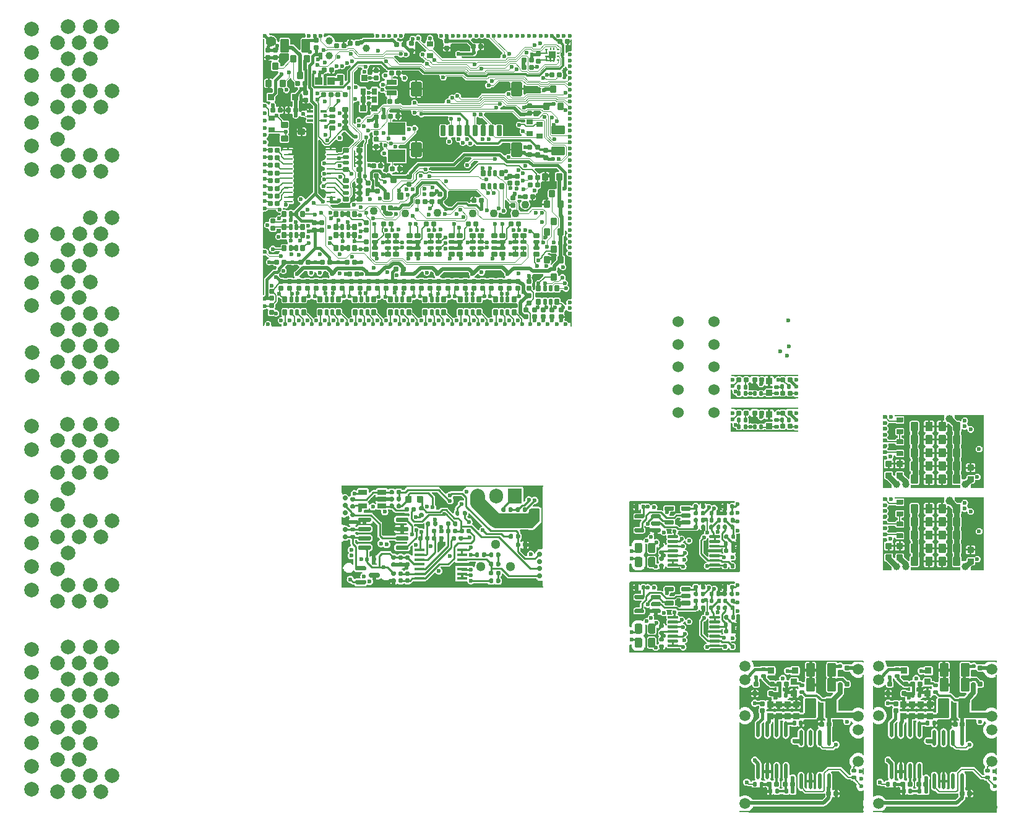
<source format=gbl>
G75*
G70*
%OFA0B0*%
%FSLAX25Y25*%
%IPPOS*%
%LPD*%
%AMOC8*
5,1,8,0,0,1.08239X$1,22.5*
%
%AMM1*
21,1,0.035430,0.030320,0.000000,0.000000,90.000000*
21,1,0.028350,0.037400,0.000000,0.000000,90.000000*
1,1,0.007090,0.015160,0.014170*
1,1,0.007090,0.015160,-0.014170*
1,1,0.007090,-0.015160,-0.014170*
1,1,0.007090,-0.015160,0.014170*
%
%AMM10*
21,1,0.025590,0.026380,0.000000,0.000000,90.000000*
21,1,0.020470,0.031500,0.000000,0.000000,90.000000*
1,1,0.005120,0.013190,0.010240*
1,1,0.005120,0.013190,-0.010240*
1,1,0.005120,-0.013190,-0.010240*
1,1,0.005120,-0.013190,0.010240*
%
%AMM11*
21,1,0.017720,0.027950,0.000000,0.000000,90.000000*
21,1,0.014170,0.031500,0.000000,0.000000,90.000000*
1,1,0.003540,0.013980,0.007090*
1,1,0.003540,0.013980,-0.007090*
1,1,0.003540,-0.013980,-0.007090*
1,1,0.003540,-0.013980,0.007090*
%
%AMM13*
21,1,0.012600,0.028980,0.000000,0.000000,90.000000*
21,1,0.010080,0.031500,0.000000,0.000000,90.000000*
1,1,0.002520,0.014490,0.005040*
1,1,0.002520,0.014490,-0.005040*
1,1,0.002520,-0.014490,-0.005040*
1,1,0.002520,-0.014490,0.005040*
%
%AMM16*
21,1,0.027560,0.018900,0.000000,0.000000,90.000000*
21,1,0.022840,0.023620,0.000000,0.000000,90.000000*
1,1,0.004720,0.009450,0.011420*
1,1,0.004720,0.009450,-0.011420*
1,1,0.004720,-0.009450,-0.011420*
1,1,0.004720,-0.009450,0.011420*
%
%AMM33*
21,1,0.033470,0.026770,0.000000,0.000000,180.000000*
21,1,0.026770,0.033470,0.000000,0.000000,180.000000*
1,1,0.006690,-0.013390,0.013390*
1,1,0.006690,0.013390,0.013390*
1,1,0.006690,0.013390,-0.013390*
1,1,0.006690,-0.013390,-0.013390*
%
%AMM34*
21,1,0.035430,0.030320,0.000000,0.000000,180.000000*
21,1,0.028350,0.037400,0.000000,0.000000,180.000000*
1,1,0.007090,-0.014170,0.015160*
1,1,0.007090,0.014170,0.015160*
1,1,0.007090,0.014170,-0.015160*
1,1,0.007090,-0.014170,-0.015160*
%
%AMM35*
21,1,0.035830,0.026770,0.000000,0.000000,0.000000*
21,1,0.029130,0.033470,0.000000,0.000000,0.000000*
1,1,0.006690,0.014570,-0.013390*
1,1,0.006690,-0.014570,-0.013390*
1,1,0.006690,-0.014570,0.013390*
1,1,0.006690,0.014570,0.013390*
%
%AMM36*
21,1,0.070870,0.036220,0.000000,0.000000,0.000000*
21,1,0.061810,0.045280,0.000000,0.000000,0.000000*
1,1,0.009060,0.030910,-0.018110*
1,1,0.009060,-0.030910,-0.018110*
1,1,0.009060,-0.030910,0.018110*
1,1,0.009060,0.030910,0.018110*
%
%AMM37*
21,1,0.059060,0.020470,0.000000,0.000000,90.000000*
21,1,0.053940,0.025590,0.000000,0.000000,90.000000*
1,1,0.005120,0.010240,0.026970*
1,1,0.005120,0.010240,-0.026970*
1,1,0.005120,-0.010240,-0.026970*
1,1,0.005120,-0.010240,0.026970*
%
%AMM38*
21,1,0.078740,0.045670,0.000000,0.000000,90.000000*
21,1,0.067320,0.057090,0.000000,0.000000,90.000000*
1,1,0.011420,0.022840,0.033660*
1,1,0.011420,0.022840,-0.033660*
1,1,0.011420,-0.022840,-0.033660*
1,1,0.011420,-0.022840,0.033660*
%
%AMM39*
21,1,0.025590,0.026380,0.000000,0.000000,0.000000*
21,1,0.020470,0.031500,0.000000,0.000000,0.000000*
1,1,0.005120,0.010240,-0.013190*
1,1,0.005120,-0.010240,-0.013190*
1,1,0.005120,-0.010240,0.013190*
1,1,0.005120,0.010240,0.013190*
%
%AMM40*
21,1,0.017720,0.027950,0.000000,0.000000,0.000000*
21,1,0.014170,0.031500,0.000000,0.000000,0.000000*
1,1,0.003540,0.007090,-0.013980*
1,1,0.003540,-0.007090,-0.013980*
1,1,0.003540,-0.007090,0.013980*
1,1,0.003540,0.007090,0.013980*
%
%AMM41*
21,1,0.027560,0.030710,0.000000,0.000000,90.000000*
21,1,0.022050,0.036220,0.000000,0.000000,90.000000*
1,1,0.005510,0.015350,0.011020*
1,1,0.005510,0.015350,-0.011020*
1,1,0.005510,-0.015350,-0.011020*
1,1,0.005510,-0.015350,0.011020*
%
%AMM42*
21,1,0.027560,0.049610,0.000000,0.000000,270.000000*
21,1,0.022050,0.055120,0.000000,0.000000,270.000000*
1,1,0.005510,-0.024800,-0.011020*
1,1,0.005510,-0.024800,0.011020*
1,1,0.005510,0.024800,0.011020*
1,1,0.005510,0.024800,-0.011020*
%
%AMM43*
21,1,0.027560,0.030710,0.000000,0.000000,0.000000*
21,1,0.022050,0.036220,0.000000,0.000000,0.000000*
1,1,0.005510,0.011020,-0.015350*
1,1,0.005510,-0.011020,-0.015350*
1,1,0.005510,-0.011020,0.015350*
1,1,0.005510,0.011020,0.015350*
%
%AMM44*
21,1,0.070870,0.036220,0.000000,0.000000,90.000000*
21,1,0.061810,0.045280,0.000000,0.000000,90.000000*
1,1,0.009060,0.018110,0.030910*
1,1,0.009060,0.018110,-0.030910*
1,1,0.009060,-0.018110,-0.030910*
1,1,0.009060,-0.018110,0.030910*
%
%AMM64*
21,1,0.023620,0.018900,0.000000,0.000000,180.000000*
21,1,0.018900,0.023620,0.000000,0.000000,180.000000*
1,1,0.004720,-0.009450,0.009450*
1,1,0.004720,0.009450,0.009450*
1,1,0.004720,0.009450,-0.009450*
1,1,0.004720,-0.009450,-0.009450*
%
%AMM65*
21,1,0.019680,0.019680,0.000000,0.000000,270.000000*
21,1,0.015750,0.023620,0.000000,0.000000,270.000000*
1,1,0.003940,-0.009840,-0.007870*
1,1,0.003940,-0.009840,0.007870*
1,1,0.003940,0.009840,0.007870*
1,1,0.003940,0.009840,-0.007870*
%
%AMM66*
21,1,0.033470,0.026770,0.000000,0.000000,270.000000*
21,1,0.026770,0.033470,0.000000,0.000000,270.000000*
1,1,0.006690,-0.013390,-0.013390*
1,1,0.006690,-0.013390,0.013390*
1,1,0.006690,0.013390,0.013390*
1,1,0.006690,0.013390,-0.013390*
%
%AMM67*
21,1,0.019680,0.019680,0.000000,0.000000,0.000000*
21,1,0.015750,0.023620,0.000000,0.000000,0.000000*
1,1,0.003940,0.007870,-0.009840*
1,1,0.003940,-0.007870,-0.009840*
1,1,0.003940,-0.007870,0.009840*
1,1,0.003940,0.007870,0.009840*
%
%AMM7*
21,1,0.027560,0.018900,0.000000,0.000000,180.000000*
21,1,0.022840,0.023620,0.000000,0.000000,180.000000*
1,1,0.004720,-0.011420,0.009450*
1,1,0.004720,0.011420,0.009450*
1,1,0.004720,0.011420,-0.009450*
1,1,0.004720,-0.011420,-0.009450*
%
%AMM77*
21,1,0.023620,0.018900,0.000000,0.000000,90.000000*
21,1,0.018900,0.023620,0.000000,0.000000,90.000000*
1,1,0.004720,0.009450,0.009450*
1,1,0.004720,0.009450,-0.009450*
1,1,0.004720,-0.009450,-0.009450*
1,1,0.004720,-0.009450,0.009450*
%
%AMM87*
21,1,0.023620,0.018900,0.000000,0.000000,0.000000*
21,1,0.018900,0.023620,0.000000,0.000000,0.000000*
1,1,0.004720,0.009450,-0.009450*
1,1,0.004720,-0.009450,-0.009450*
1,1,0.004720,-0.009450,0.009450*
1,1,0.004720,0.009450,0.009450*
%
%AMM88*
21,1,0.106300,0.050390,0.000000,0.000000,90.000000*
21,1,0.093700,0.062990,0.000000,0.000000,90.000000*
1,1,0.012600,0.025200,0.046850*
1,1,0.012600,0.025200,-0.046850*
1,1,0.012600,-0.025200,-0.046850*
1,1,0.012600,-0.025200,0.046850*
%
%AMM89*
21,1,0.122050,0.075590,0.000000,0.000000,180.000000*
21,1,0.103150,0.094490,0.000000,0.000000,180.000000*
1,1,0.018900,-0.051580,0.037800*
1,1,0.018900,0.051580,0.037800*
1,1,0.018900,0.051580,-0.037800*
1,1,0.018900,-0.051580,-0.037800*
%
%AMM90*
21,1,0.118110,0.083460,0.000000,0.000000,0.000000*
21,1,0.097240,0.104330,0.000000,0.000000,0.000000*
1,1,0.020870,0.048620,-0.041730*
1,1,0.020870,-0.048620,-0.041730*
1,1,0.020870,-0.048620,0.041730*
1,1,0.020870,0.048620,0.041730*
%
%ADD10C,0.02362*%
%ADD100M16*%
%ADD102C,0.00492*%
%ADD103C,0.01575*%
%ADD104C,0.03900*%
%ADD105C,0.04331*%
%ADD106C,0.05512*%
%ADD11R,0.00984X0.24350*%
%ADD12R,0.00984X0.04390*%
%ADD13R,0.56201X0.00984*%
%ADD135C,0.00984*%
%ADD137M33*%
%ADD138M34*%
%ADD139M35*%
%ADD14R,0.59449X0.00984*%
%ADD140R,0.03937X0.04331*%
%ADD141M36*%
%ADD142M37*%
%ADD143M38*%
%ADD144R,0.01968X0.01968*%
%ADD145R,0.09449X0.06693*%
%ADD146M39*%
%ADD147M40*%
%ADD148M41*%
%ADD149M42*%
%ADD15R,0.00984X0.20374*%
%ADD150M43*%
%ADD151M44*%
%ADD152O,0.04961X0.00984*%
%ADD153R,0.00984X0.01378*%
%ADD154R,0.01378X0.00984*%
%ADD155R,0.01968X0.01176*%
%ADD17C,0.02756*%
%ADD178C,0.05118*%
%ADD181R,0.07500X0.07874*%
%ADD182O,0.07500X0.07874*%
%ADD183C,0.01969*%
%ADD185R,0.05709X0.01772*%
%ADD186R,0.04803X0.02559*%
%ADD20R,0.00984X0.04331*%
%ADD204M64*%
%ADD205M65*%
%ADD206M66*%
%ADD207M67*%
%ADD21R,0.00984X0.03858*%
%ADD217M77*%
%ADD218O,0.00787X0.40158*%
%ADD229M87*%
%ADD23R,1.08661X0.00984*%
%ADD230M88*%
%ADD231O,0.01968X0.08661*%
%ADD232M89*%
%ADD233M90*%
%ADD25R,0.00984X0.03740*%
%ADD26R,0.00787X0.17323*%
%ADD27R,0.04724X0.00787*%
%ADD28R,0.26772X0.00787*%
%ADD29R,0.15748X0.00787*%
%ADD30R,0.07087X0.00787*%
%ADD31R,0.00787X0.39370*%
%ADD32C,0.03937*%
%ADD33C,0.06000*%
%ADD34C,0.05906*%
%ADD35O,0.00787X0.12992*%
%ADD36O,0.00787X0.40157*%
%ADD37O,0.00787X0.01181*%
%ADD38O,0.66929X0.00787*%
%ADD39O,0.60630X0.00787*%
%ADD40O,0.00787X0.18898*%
%ADD41O,0.00787X0.10236*%
%ADD42O,0.00787X0.03937*%
%ADD43O,0.00787X0.05906*%
%ADD50O,0.00787X0.04823*%
%ADD51O,0.36614X0.00787*%
%ADD52C,0.07874*%
%ADD53R,0.00787X0.09055*%
%ADD54R,0.00787X0.21260*%
%ADD55R,0.00787X0.33858*%
%ADD56R,0.00787X0.19685*%
%ADD57R,0.05512X0.00787*%
%ADD58R,0.19685X0.00787*%
%ADD59R,0.17717X0.00787*%
%ADD60R,0.00787X0.06299*%
%ADD61R,0.00787X0.22441*%
%ADD62R,0.00787X0.07874*%
%ADD66C,0.01181*%
%ADD70C,0.00787*%
%ADD74R,0.00984X0.24803*%
%ADD75R,0.00984X0.34449*%
%ADD76C,0.01968*%
%ADD79M1*%
%ADD85M7*%
%ADD88C,0.03150*%
%ADD89M10*%
%ADD90M11*%
%ADD94M13*%
X0000000Y0000000D02*
%LPD*%
G01*
D10*
X0402854Y0119341D03*
X0402854Y0114616D03*
X0402854Y0124065D03*
X0402854Y0128789D03*
D11*
X0345177Y0118287D03*
D12*
X0345177Y0094469D03*
D13*
X0372785Y0129970D03*
D14*
X0374409Y0092766D03*
D15*
X0403642Y0102461D03*
D10*
X0346063Y0103356D03*
X0346063Y0099419D03*
D17*
X0296161Y0133563D03*
X0296161Y0145374D03*
X0296161Y0141437D03*
X0296161Y0137500D03*
D20*
X0189961Y0180217D03*
D21*
X0189961Y0163130D03*
D74*
X0189961Y0139665D03*
D23*
X0243799Y0181890D03*
X0243799Y0127756D03*
D75*
X0297638Y0165157D03*
D25*
X0297638Y0129134D03*
D17*
X0191472Y0171555D03*
X0191472Y0167618D03*
X0191472Y0154642D03*
X0191472Y0158642D03*
X0191472Y0175492D03*
D26*
X0481594Y0145374D03*
D27*
X0483563Y0137106D03*
D28*
X0500886Y0175689D03*
X0509547Y0137106D03*
D29*
X0527657Y0175689D03*
D30*
X0531988Y0137106D03*
D31*
X0535138Y0156398D03*
D10*
X0485531Y0174902D03*
D32*
X0517028Y0174114D03*
X0488681Y0138681D03*
X0493406Y0138681D03*
X0525689Y0138681D03*
D10*
X0482382Y0174902D03*
X0482382Y0171752D03*
X0482382Y0168602D03*
X0482382Y0165453D03*
X0482382Y0162303D03*
X0482382Y0159154D03*
X0482382Y0156004D03*
D33*
X0370807Y0258445D03*
X0390098Y0258445D03*
X0370807Y0246161D03*
X0390098Y0246161D03*
D10*
X0402854Y0162844D03*
X0402854Y0158120D03*
X0402854Y0167569D03*
X0402854Y0172293D03*
D11*
X0345177Y0161791D03*
D12*
X0345177Y0137972D03*
D13*
X0372785Y0173474D03*
D14*
X0374409Y0136270D03*
D15*
X0403642Y0145965D03*
D10*
X0346063Y0146860D03*
X0346063Y0142923D03*
D34*
X0467913Y0083268D03*
X0467913Y0058071D03*
X0467913Y0050591D03*
X0467913Y0033661D03*
D10*
X0469685Y0024213D03*
X0469685Y0020276D03*
D35*
X0404331Y0068110D03*
D36*
X0404331Y0034646D03*
D37*
X0404331Y0006693D03*
D38*
X0437402Y0006496D03*
D39*
X0440551Y0087598D03*
D34*
X0467913Y0009055D03*
D37*
X0470472Y0087402D03*
D40*
X0470472Y0070866D03*
D41*
X0470472Y0041929D03*
D42*
X0470472Y0028150D03*
D43*
X0470472Y0015157D03*
D34*
X0406890Y0085039D03*
X0406890Y0077756D03*
X0406890Y0058268D03*
X0406890Y0010827D03*
D10*
X0429508Y0252415D03*
X0426063Y0254482D03*
X0430689Y0257434D03*
X0430394Y0271411D03*
D10*
X0434626Y0239350D03*
D50*
X0399587Y0231575D03*
D51*
X0417500Y0241713D03*
X0417500Y0229508D03*
D10*
X0434626Y0235610D03*
X0434626Y0231870D03*
X0400374Y0235807D03*
X0400374Y0239350D03*
X0434626Y0221437D03*
D50*
X0399587Y0213661D03*
D51*
X0417500Y0223799D03*
X0417500Y0211594D03*
D10*
X0434626Y0217697D03*
X0434626Y0213957D03*
X0400374Y0217894D03*
X0400374Y0221437D03*
D33*
X0370807Y0233878D03*
X0390098Y0233878D03*
D52*
X0022638Y0428346D03*
X0022638Y0415748D03*
X0022638Y0403150D03*
X0022638Y0390551D03*
X0022638Y0377953D03*
X0022638Y0365354D03*
X0022638Y0352756D03*
X0042323Y0429528D03*
X0036417Y0420866D03*
X0042323Y0412205D03*
X0036417Y0403543D03*
X0042323Y0394882D03*
X0036417Y0386220D03*
X0042323Y0377559D03*
X0036417Y0368898D03*
X0042323Y0360236D03*
X0036417Y0351575D03*
X0054134Y0429528D03*
X0048228Y0420866D03*
X0054134Y0412205D03*
X0048228Y0403543D03*
X0054134Y0394882D03*
X0048228Y0386220D03*
X0054134Y0360236D03*
X0048228Y0351575D03*
X0065945Y0429528D03*
X0060039Y0420866D03*
X0065945Y0394882D03*
X0060039Y0386220D03*
X0065945Y0360236D03*
X0060039Y0351575D03*
X0022638Y0316929D03*
X0022638Y0304331D03*
X0022638Y0291732D03*
X0022638Y0279134D03*
X0023031Y0253937D03*
X0023031Y0241339D03*
X0036417Y0318110D03*
X0042323Y0309449D03*
X0036417Y0300787D03*
X0042323Y0292126D03*
X0036417Y0283465D03*
X0042323Y0274803D03*
X0036417Y0266142D03*
X0042323Y0257480D03*
X0036417Y0248819D03*
X0042323Y0240157D03*
X0054134Y0326772D03*
X0048622Y0318110D03*
X0054134Y0309449D03*
X0048228Y0300787D03*
X0054134Y0292126D03*
X0048228Y0283465D03*
X0054134Y0274803D03*
X0048228Y0266142D03*
X0054134Y0257480D03*
X0048228Y0248819D03*
X0054134Y0240157D03*
X0065945Y0326772D03*
X0060039Y0318110D03*
X0065945Y0309449D03*
X0065945Y0274803D03*
X0060039Y0266142D03*
X0065945Y0257480D03*
X0060039Y0248819D03*
X0065945Y0240157D03*
X0022638Y0214173D03*
X0022638Y0201575D03*
X0022638Y0176378D03*
X0022638Y0163780D03*
X0022638Y0151181D03*
X0022638Y0138583D03*
X0022638Y0125984D03*
X0041929Y0215354D03*
X0036417Y0206693D03*
X0042323Y0198031D03*
X0036417Y0189370D03*
X0042323Y0180709D03*
X0036417Y0172047D03*
X0042323Y0163386D03*
X0036417Y0154724D03*
X0042323Y0146063D03*
X0036417Y0137402D03*
X0042323Y0128740D03*
X0036417Y0120079D03*
X0054134Y0215354D03*
X0048228Y0206693D03*
X0054134Y0198031D03*
X0048228Y0189370D03*
X0054134Y0163386D03*
X0048228Y0154724D03*
X0054134Y0128740D03*
X0048228Y0120079D03*
X0065945Y0215354D03*
X0060039Y0206693D03*
X0065945Y0198031D03*
X0060039Y0189370D03*
X0065945Y0163386D03*
X0060039Y0154724D03*
X0065945Y0128740D03*
X0060039Y0120079D03*
X0022638Y0094094D03*
X0022638Y0081496D03*
X0022638Y0068898D03*
X0022638Y0056299D03*
X0022638Y0043701D03*
X0022638Y0031102D03*
X0022638Y0018504D03*
X0042323Y0095276D03*
X0036417Y0086614D03*
X0042323Y0077953D03*
X0036417Y0069291D03*
X0042323Y0060630D03*
X0036417Y0051969D03*
X0042323Y0043307D03*
X0036417Y0034646D03*
X0042323Y0025984D03*
X0036417Y0017323D03*
X0054134Y0095276D03*
X0048228Y0086614D03*
X0054134Y0077953D03*
X0048228Y0069291D03*
X0054134Y0060630D03*
X0048228Y0051969D03*
X0054134Y0043307D03*
X0048228Y0034646D03*
X0054134Y0025984D03*
X0048228Y0017323D03*
X0065945Y0095276D03*
X0060039Y0086614D03*
X0065945Y0077953D03*
X0060039Y0069291D03*
X0065945Y0060630D03*
X0065945Y0025984D03*
X0060039Y0017323D03*
D10*
X0312500Y0414468D03*
X0312500Y0411319D03*
X0312500Y0408169D03*
X0312500Y0405020D03*
X0312500Y0401870D03*
X0312500Y0398720D03*
X0312500Y0395571D03*
X0312500Y0392421D03*
X0312500Y0389272D03*
X0312500Y0386122D03*
X0312500Y0382972D03*
X0312500Y0379823D03*
X0312500Y0376673D03*
X0312500Y0373524D03*
X0312500Y0370374D03*
X0312500Y0367224D03*
X0312500Y0364075D03*
X0312500Y0360925D03*
X0312500Y0357776D03*
X0312500Y0354626D03*
X0312500Y0351476D03*
X0312500Y0348327D03*
X0312500Y0345177D03*
X0312500Y0342028D03*
X0312500Y0338878D03*
X0312500Y0335728D03*
X0312500Y0332579D03*
X0312500Y0329429D03*
X0312500Y0326280D03*
X0312500Y0323130D03*
X0312500Y0319980D03*
X0312500Y0316831D03*
X0312500Y0313681D03*
X0312500Y0310531D03*
X0312500Y0307382D03*
X0312500Y0281004D03*
X0312500Y0277854D03*
D53*
X0147539Y0272539D03*
D54*
X0147539Y0295571D03*
D55*
X0147539Y0405807D03*
D56*
X0147539Y0319980D03*
D57*
X0154626Y0268406D03*
D58*
X0160138Y0425492D03*
D28*
X0193602Y0425492D03*
D59*
X0232382Y0425492D03*
D60*
X0313287Y0419587D03*
D61*
X0313287Y0294193D03*
D62*
X0313287Y0271949D03*
D10*
X0312500Y0424705D03*
X0309350Y0424705D03*
X0306201Y0424705D03*
X0303051Y0424705D03*
X0299902Y0424705D03*
X0296752Y0424705D03*
X0293602Y0424705D03*
X0290453Y0424705D03*
X0287303Y0424705D03*
X0284154Y0424705D03*
X0281004Y0424705D03*
X0277854Y0424705D03*
X0274705Y0424705D03*
X0271555Y0424705D03*
X0268406Y0424705D03*
X0265256Y0424705D03*
X0262106Y0424705D03*
X0258957Y0424705D03*
X0255807Y0424705D03*
X0252657Y0424705D03*
X0249508Y0424705D03*
X0246358Y0424705D03*
X0243209Y0424705D03*
X0221555Y0424705D03*
X0218406Y0424705D03*
X0215256Y0424705D03*
X0212106Y0424705D03*
X0208957Y0424705D03*
X0178248Y0424705D03*
X0175098Y0424705D03*
X0171949Y0424705D03*
X0148327Y0424705D03*
X0310138Y0269193D03*
X0305413Y0269193D03*
X0300689Y0269193D03*
X0295965Y0269193D03*
X0291240Y0269193D03*
X0286910Y0269193D03*
X0282185Y0269193D03*
X0277461Y0269193D03*
X0272736Y0269193D03*
X0268012Y0269193D03*
X0263287Y0269193D03*
X0258563Y0269193D03*
X0253839Y0269193D03*
X0249114Y0269193D03*
X0244390Y0269193D03*
X0239665Y0269193D03*
X0234941Y0269193D03*
X0230217Y0269193D03*
X0225492Y0269193D03*
X0220768Y0269193D03*
X0216043Y0269193D03*
X0211319Y0269193D03*
X0206595Y0269193D03*
X0201870Y0269193D03*
X0197146Y0269193D03*
X0192421Y0269193D03*
X0187697Y0269193D03*
X0182972Y0269193D03*
X0178248Y0269193D03*
X0173524Y0269193D03*
X0168799Y0269193D03*
X0164075Y0269193D03*
X0159350Y0269193D03*
X0149902Y0269193D03*
X0148327Y0279035D03*
X0148327Y0282972D03*
X0148327Y0308169D03*
X0148327Y0331791D03*
X0148327Y0335728D03*
X0148327Y0339665D03*
X0148327Y0343602D03*
X0148327Y0347539D03*
X0148327Y0351476D03*
X0148327Y0355413D03*
X0148327Y0359350D03*
X0148327Y0363287D03*
X0148327Y0367224D03*
X0148327Y0371161D03*
X0148327Y0375098D03*
X0148327Y0379035D03*
X0148327Y0382972D03*
X0148327Y0386909D03*
D26*
X0481594Y0189665D03*
D27*
X0483563Y0181398D03*
D28*
X0500886Y0219980D03*
X0509547Y0181398D03*
D29*
X0527657Y0219980D03*
D30*
X0531988Y0181398D03*
D31*
X0535138Y0200689D03*
D10*
X0485531Y0219193D03*
D32*
X0517028Y0218406D03*
X0488681Y0182972D03*
X0493406Y0182972D03*
X0525689Y0182972D03*
D10*
X0482382Y0219193D03*
X0482382Y0216043D03*
X0482382Y0212894D03*
X0482382Y0209744D03*
X0482382Y0206594D03*
X0482382Y0203445D03*
X0482382Y0200295D03*
D33*
X0370807Y0221594D03*
X0390098Y0221594D03*
X0370807Y0270728D03*
X0390098Y0270728D03*
D34*
X0539764Y0083268D03*
X0539764Y0058071D03*
X0539764Y0050591D03*
X0539764Y0033661D03*
D10*
X0541535Y0024213D03*
X0541535Y0020276D03*
D35*
X0476181Y0068110D03*
D36*
X0476181Y0034646D03*
D37*
X0476181Y0006693D03*
D38*
X0509252Y0006496D03*
D39*
X0512402Y0087598D03*
D34*
X0539764Y0009055D03*
D37*
X0542323Y0087402D03*
D40*
X0542323Y0070866D03*
D41*
X0542323Y0041929D03*
D42*
X0542323Y0028150D03*
D43*
X0542323Y0015157D03*
D34*
X0478740Y0085039D03*
X0478740Y0077756D03*
X0478740Y0058268D03*
X0478740Y0010827D03*
X0147146Y0268012D02*
G01*
G75*
G36*
X0230339Y0425099D02*
X0229926Y0424927D01*
X0229427Y0424429D01*
X0229171Y0424378D01*
X0229046Y0424503D01*
X0228394Y0424773D01*
X0227690Y0424773D01*
X0227039Y0424503D01*
X0226540Y0424005D01*
X0226270Y0423353D01*
X0226270Y0422649D01*
X0225898Y0422393D01*
X0225625Y0422210D01*
X0225442Y0421937D01*
X0225080Y0421834D01*
X0224607Y0421761D01*
X0224398Y0421901D01*
X0224075Y0421965D01*
X0223622Y0421965D01*
X0223622Y0419981D01*
X0222638Y0419981D01*
X0222638Y0421965D01*
X0222185Y0421965D01*
X0221863Y0421901D01*
X0221603Y0421728D01*
X0221581Y0421718D01*
X0220743Y0421718D01*
X0220721Y0421728D01*
X0220461Y0421901D01*
X0220138Y0421965D01*
X0219821Y0421965D01*
X0219422Y0422434D01*
X0219418Y0422680D01*
X0219550Y0423323D01*
X0219981Y0423647D01*
X0220495Y0423260D01*
X0220552Y0423203D01*
X0221203Y0422933D01*
X0221908Y0422933D01*
X0222559Y0423203D01*
X0223057Y0423701D01*
X0223327Y0424353D01*
X0223327Y0425057D01*
X0223310Y0425099D01*
X0223836Y0425886D01*
X0230183Y0425886D01*
X0230339Y0425099D01*
D02*
G37*
G36*
X0267346Y0423260D02*
X0267402Y0423203D01*
X0268053Y0422933D01*
X0268758Y0422933D01*
X0268909Y0422996D01*
X0275931Y0415973D01*
X0276064Y0415183D01*
X0275565Y0414685D01*
X0275296Y0414034D01*
X0275296Y0413329D01*
X0274739Y0412615D01*
X0254691Y0412615D01*
X0254298Y0413402D01*
X0254351Y0413473D01*
X0254356Y0413474D01*
X0259942Y0413474D01*
X0260479Y0413581D01*
X0260754Y0413765D01*
X0261164Y0413765D01*
X0261816Y0414034D01*
X0262314Y0414533D01*
X0262584Y0415184D01*
X0262584Y0415889D01*
X0262423Y0416278D01*
X0262492Y0416416D01*
X0263201Y0416879D01*
X0263524Y0416815D01*
X0263977Y0416815D01*
X0263977Y0418799D01*
X0263977Y0420784D01*
X0263524Y0420784D01*
X0263201Y0420720D01*
X0262942Y0420546D01*
X0262919Y0420537D01*
X0262081Y0420537D01*
X0262059Y0420546D01*
X0261799Y0420720D01*
X0261477Y0420784D01*
X0260731Y0420784D01*
X0259352Y0422163D01*
X0259344Y0422311D01*
X0259582Y0423046D01*
X0259961Y0423203D01*
X0260018Y0423260D01*
X0260532Y0423647D01*
X0261046Y0423260D01*
X0261103Y0423203D01*
X0261754Y0422933D01*
X0262459Y0422933D01*
X0263110Y0423203D01*
X0263167Y0423260D01*
X0263681Y0423647D01*
X0264196Y0423260D01*
X0264253Y0423203D01*
X0264904Y0422933D01*
X0265609Y0422933D01*
X0266260Y0423203D01*
X0266317Y0423260D01*
X0266831Y0423647D01*
X0267346Y0423260D01*
D02*
G37*
G36*
X0207203Y0425099D02*
X0207185Y0425057D01*
X0207185Y0424353D01*
X0206624Y0423649D01*
X0201591Y0423649D01*
X0201054Y0423542D01*
X0200598Y0423238D01*
X0200293Y0422933D01*
X0199943Y0422933D01*
X0199292Y0422664D01*
X0199166Y0422538D01*
X0199075Y0422556D01*
X0197185Y0422556D01*
X0196863Y0422492D01*
X0196603Y0422318D01*
X0196581Y0422309D01*
X0195743Y0422309D01*
X0195721Y0422318D01*
X0195461Y0422492D01*
X0195138Y0422556D01*
X0194685Y0422556D01*
X0194685Y0420571D01*
X0193701Y0420571D01*
X0193701Y0422556D01*
X0193248Y0422556D01*
X0192926Y0422492D01*
X0192652Y0422309D01*
X0192470Y0422035D01*
X0192459Y0421984D01*
X0192287Y0421648D01*
X0191792Y0421375D01*
X0191339Y0421375D01*
X0191339Y0419390D01*
X0190355Y0419390D01*
X0190355Y0421375D01*
X0189902Y0421375D01*
X0189579Y0421310D01*
X0189319Y0421137D01*
X0189297Y0421128D01*
X0188459Y0421128D01*
X0188437Y0421137D01*
X0188177Y0421310D01*
X0187855Y0421375D01*
X0186587Y0421375D01*
X0185936Y0421539D01*
X0185828Y0422143D01*
X0185828Y0422339D01*
X0185628Y0423085D01*
X0185242Y0423755D01*
X0184696Y0424301D01*
X0184027Y0424687D01*
X0183280Y0424887D01*
X0182508Y0424887D01*
X0181761Y0424687D01*
X0181092Y0424301D01*
X0180680Y0423889D01*
X0180013Y0424335D01*
X0180020Y0424353D01*
X0180020Y0425057D01*
X0180003Y0425099D01*
X0180529Y0425886D01*
X0206676Y0425886D01*
X0207203Y0425099D01*
D02*
G37*
G36*
X0236899Y0425102D02*
X0236248Y0424832D01*
X0235749Y0424334D01*
X0235480Y0423683D01*
X0235480Y0422978D01*
X0235332Y0422194D01*
X0235046Y0422003D01*
X0234854Y0421716D01*
X0234787Y0421378D01*
X0234787Y0420858D01*
X0234059Y0420557D01*
X0232313Y0422303D01*
X0232431Y0422422D01*
X0232701Y0423073D01*
X0232701Y0423778D01*
X0232431Y0424429D01*
X0231933Y0424927D01*
X0231519Y0425099D01*
X0231676Y0425886D01*
X0236891Y0425886D01*
X0236899Y0425102D01*
D02*
G37*
G36*
X0170195Y0425099D02*
X0170177Y0425057D01*
X0170177Y0424353D01*
X0170186Y0424332D01*
X0169660Y0423544D01*
X0168563Y0423544D01*
X0168156Y0423463D01*
X0167811Y0423233D01*
X0167581Y0422888D01*
X0167500Y0422481D01*
X0167500Y0417313D01*
X0166712Y0416987D01*
X0164156Y0419543D01*
X0163635Y0419891D01*
X0163020Y0420013D01*
X0163020Y0420013D01*
X0161832Y0420013D01*
X0161832Y0422481D01*
X0161751Y0422888D01*
X0161520Y0423233D01*
X0161175Y0423463D01*
X0160768Y0423544D01*
X0157146Y0423544D01*
X0156739Y0423463D01*
X0156394Y0423233D01*
X0156163Y0422888D01*
X0156082Y0422481D01*
X0156082Y0421905D01*
X0155416Y0421428D01*
X0154823Y0421669D01*
X0154823Y0421996D01*
X0154595Y0422847D01*
X0154155Y0423610D01*
X0153531Y0424233D01*
X0152768Y0424674D01*
X0151917Y0424902D01*
X0151036Y0424902D01*
X0150867Y0424856D01*
X0150856Y0424863D01*
X0150768Y0425099D01*
X0151316Y0425886D01*
X0169669Y0425886D01*
X0170195Y0425099D01*
D02*
G37*
G36*
X0241455Y0425099D02*
X0241437Y0425057D01*
X0241437Y0424353D01*
X0241707Y0423701D01*
X0242206Y0423203D01*
X0242857Y0422933D01*
X0243561Y0422933D01*
X0243612Y0422954D01*
X0244374Y0422418D01*
X0244374Y0421004D01*
X0244438Y0420682D01*
X0244612Y0420422D01*
X0244621Y0420400D01*
X0244621Y0419561D01*
X0244612Y0419539D01*
X0244438Y0419280D01*
X0244374Y0418957D01*
X0244374Y0418504D01*
X0248344Y0418504D01*
X0248344Y0418957D01*
X0248280Y0419280D01*
X0248106Y0419539D01*
X0248097Y0419561D01*
X0248097Y0419794D01*
X0248823Y0420544D01*
X0256997Y0420544D01*
X0258744Y0418797D01*
X0258744Y0417658D01*
X0258808Y0417335D01*
X0258991Y0417062D01*
X0258738Y0416284D01*
X0253658Y0416284D01*
X0253561Y0416381D01*
X0252910Y0416651D01*
X0252205Y0416651D01*
X0251554Y0416381D01*
X0251056Y0415883D01*
X0250786Y0415231D01*
X0250786Y0414527D01*
X0251056Y0413875D01*
X0251529Y0413402D01*
X0251522Y0413267D01*
X0251336Y0412615D01*
X0243845Y0412615D01*
X0238934Y0417526D01*
X0238933Y0417638D01*
X0239079Y0418358D01*
X0239365Y0418549D01*
X0239557Y0418835D01*
X0239624Y0419173D01*
X0239624Y0421378D01*
X0239557Y0421716D01*
X0239365Y0422003D01*
X0239079Y0422194D01*
X0239023Y0422978D01*
X0239023Y0423683D01*
X0238753Y0424334D01*
X0238255Y0424832D01*
X0237604Y0425102D01*
X0237612Y0425886D01*
X0240928Y0425886D01*
X0241455Y0425099D01*
D02*
G37*
G36*
X0311811Y0419571D02*
X0312264Y0419571D01*
X0312587Y0419635D01*
X0312860Y0419817D01*
X0312894Y0419868D01*
X0313681Y0419629D01*
X0313681Y0416749D01*
X0312894Y0416223D01*
X0312853Y0416240D01*
X0312148Y0416240D01*
X0311497Y0415971D01*
X0310998Y0415472D01*
X0310949Y0415353D01*
X0310162Y0415510D01*
X0310162Y0419396D01*
X0310374Y0419571D01*
X0310827Y0419571D01*
X0310827Y0421555D01*
X0311811Y0421555D01*
X0311811Y0419571D01*
D02*
G37*
G36*
X0230577Y0421654D02*
X0230594Y0421654D01*
X0230684Y0421519D01*
X0235153Y0417051D01*
X0235045Y0416118D01*
X0234653Y0415859D01*
X0234370Y0415971D01*
X0233719Y0416240D01*
X0233014Y0416240D01*
X0232363Y0415971D01*
X0231865Y0415472D01*
X0231595Y0414821D01*
X0231595Y0414116D01*
X0231865Y0413465D01*
X0232363Y0412967D01*
X0233014Y0412697D01*
X0233207Y0412697D01*
X0234723Y0411181D01*
X0234722Y0411178D01*
X0234224Y0410679D01*
X0234068Y0410303D01*
X0233392Y0410054D01*
X0233363Y0410048D01*
X0233178Y0410054D01*
X0232978Y0410188D01*
X0232651Y0410253D01*
X0220947Y0410253D01*
X0217978Y0413222D01*
X0218298Y0414009D01*
X0219894Y0414009D01*
X0219956Y0413859D01*
X0220454Y0413361D01*
X0221106Y0413091D01*
X0221810Y0413091D01*
X0222462Y0413361D01*
X0222835Y0413734D01*
X0223307Y0413262D01*
X0223958Y0412992D01*
X0224663Y0412992D01*
X0225314Y0413262D01*
X0225813Y0413760D01*
X0226082Y0414412D01*
X0226082Y0414831D01*
X0226221Y0414945D01*
X0226870Y0414945D01*
X0226870Y0416733D01*
X0227362Y0416733D01*
X0227362Y0417225D01*
X0229347Y0417225D01*
X0229347Y0417677D01*
X0229283Y0418000D01*
X0229109Y0418260D01*
X0229100Y0418282D01*
X0229100Y0419120D01*
X0229109Y0419142D01*
X0229283Y0419402D01*
X0229347Y0419725D01*
X0229347Y0421388D01*
X0229613Y0421634D01*
X0229826Y0421764D01*
X0230103Y0421850D01*
X0230577Y0421654D01*
D02*
G37*
G36*
X0304922Y0414370D02*
X0304922Y0412599D01*
X0304528Y0412599D01*
X0304528Y0411319D01*
X0303544Y0411319D01*
X0303544Y0412599D01*
X0302560Y0412599D01*
X0302560Y0411319D01*
X0301576Y0411319D01*
X0301576Y0412599D01*
X0301182Y0412599D01*
X0301182Y0412992D01*
X0299902Y0412992D01*
X0299902Y0413977D01*
X0301182Y0413977D01*
X0301182Y0414370D01*
X0301182Y0416339D01*
X0304922Y0416339D01*
X0304922Y0414370D01*
D02*
G37*
G36*
X0150394Y0411303D02*
X0151044Y0411303D01*
X0151366Y0411367D01*
X0151453Y0411425D01*
X0151607Y0411518D01*
X0151717Y0411487D01*
X0151868Y0411320D01*
X0151937Y0410445D01*
X0151728Y0410133D01*
X0151655Y0409764D01*
X0151655Y0406733D01*
X0151728Y0406364D01*
X0151937Y0406051D01*
X0152250Y0405842D01*
X0152618Y0405769D01*
X0155213Y0405769D01*
X0155544Y0405238D01*
X0155568Y0405185D01*
X0155605Y0404997D01*
X0155370Y0404431D01*
X0155370Y0404196D01*
X0152846Y0401671D01*
X0152082Y0401402D01*
X0151713Y0401475D01*
X0150788Y0401475D01*
X0150788Y0398996D01*
X0150788Y0396517D01*
X0151713Y0396517D01*
X0152405Y0395974D01*
X0152434Y0395919D01*
X0152434Y0394578D01*
X0151772Y0393916D01*
X0150020Y0393916D01*
X0149659Y0393844D01*
X0149353Y0393640D01*
X0149149Y0393334D01*
X0149077Y0392973D01*
X0149077Y0390295D01*
X0149149Y0389935D01*
X0149353Y0389628D01*
X0149659Y0389424D01*
X0150020Y0389352D01*
X0150891Y0389352D01*
X0151217Y0388565D01*
X0150959Y0388307D01*
X0150739Y0387775D01*
X0150316Y0387676D01*
X0149919Y0387697D01*
X0149829Y0387913D01*
X0149331Y0388411D01*
X0148680Y0388681D01*
X0147975Y0388681D01*
X0147933Y0388664D01*
X0147146Y0389190D01*
X0147146Y0397310D01*
X0147933Y0397387D01*
X0147988Y0397112D01*
X0148197Y0396799D01*
X0148510Y0396590D01*
X0148878Y0396517D01*
X0149803Y0396517D01*
X0149803Y0398996D01*
X0149803Y0401475D01*
X0148878Y0401475D01*
X0148510Y0401402D01*
X0148197Y0401193D01*
X0147988Y0400881D01*
X0147933Y0400605D01*
X0147146Y0400683D01*
X0147146Y0411987D01*
X0147933Y0412064D01*
X0147981Y0411823D01*
X0148164Y0411550D01*
X0148438Y0411367D01*
X0148760Y0411303D01*
X0149410Y0411303D01*
X0149410Y0413091D01*
X0150394Y0413091D01*
X0150394Y0411303D01*
D02*
G37*
G36*
X0156625Y0415393D02*
X0156739Y0415317D01*
X0157146Y0415236D01*
X0160768Y0415236D01*
X0160947Y0415271D01*
X0161261Y0414804D01*
X0161343Y0414554D01*
X0161177Y0414306D01*
X0161104Y0413937D01*
X0161104Y0411532D01*
X0161007Y0411467D01*
X0157775Y0408235D01*
X0156416Y0408235D01*
X0156416Y0409764D01*
X0156343Y0410133D01*
X0156134Y0410445D01*
X0155822Y0410654D01*
X0155761Y0410666D01*
X0155727Y0410756D01*
X0155677Y0411486D01*
X0155774Y0411550D01*
X0155956Y0411823D01*
X0156020Y0412146D01*
X0156020Y0412599D01*
X0154036Y0412599D01*
X0154036Y0413583D01*
X0156020Y0413583D01*
X0156020Y0414036D01*
X0155956Y0414358D01*
X0155783Y0414618D01*
X0155774Y0414640D01*
X0155774Y0414695D01*
X0156561Y0415400D01*
X0156625Y0415393D01*
D02*
G37*
G36*
X0194133Y0408866D02*
X0194450Y0408069D01*
X0192751Y0406370D01*
X0192490Y0405979D01*
X0192398Y0405518D01*
X0192398Y0405518D01*
X0192398Y0400659D01*
X0191947Y0400246D01*
X0191279Y0400701D01*
X0191279Y0403209D01*
X0191207Y0403570D01*
X0191002Y0403876D01*
X0190696Y0404080D01*
X0190335Y0404152D01*
X0187422Y0404152D01*
X0187061Y0404080D01*
X0186755Y0403876D01*
X0186550Y0403570D01*
X0186478Y0403209D01*
X0186478Y0403051D01*
X0181398Y0403051D01*
X0181398Y0398055D01*
X0179823Y0398055D01*
X0179823Y0403051D01*
X0179823Y0403051D01*
X0179823Y0403051D01*
X0179890Y0403811D01*
X0180254Y0404054D01*
X0180416Y0404216D01*
X0181162Y0404216D01*
X0181484Y0404280D01*
X0181744Y0404454D01*
X0181766Y0404463D01*
X0182604Y0404463D01*
X0182627Y0404454D01*
X0182886Y0404280D01*
X0183209Y0404216D01*
X0183662Y0404216D01*
X0183662Y0406201D01*
X0184646Y0406201D01*
X0184646Y0404216D01*
X0185099Y0404216D01*
X0185421Y0404280D01*
X0185695Y0404463D01*
X0185878Y0404737D01*
X0185942Y0405059D01*
X0185942Y0406112D01*
X0186443Y0406447D01*
X0187148Y0406447D01*
X0187799Y0406717D01*
X0187820Y0406738D01*
X0188791Y0406846D01*
X0189442Y0406576D01*
X0190147Y0406576D01*
X0190798Y0406846D01*
X0191297Y0407344D01*
X0191566Y0407995D01*
X0192343Y0408194D01*
X0193048Y0408194D01*
X0193699Y0408464D01*
X0194101Y0408867D01*
X0194133Y0408866D01*
D02*
G37*
G36*
X0233253Y0403824D02*
X0233253Y0403824D01*
X0233644Y0403563D01*
X0234105Y0403471D01*
X0242120Y0403471D01*
X0242646Y0402684D01*
X0242619Y0402616D01*
X0242619Y0401912D01*
X0242888Y0401260D01*
X0243387Y0400762D01*
X0244038Y0400492D01*
X0244743Y0400492D01*
X0245394Y0400762D01*
X0245892Y0401260D01*
X0246162Y0401912D01*
X0246162Y0402462D01*
X0254656Y0402462D01*
X0256245Y0400873D01*
X0256521Y0400688D01*
X0256848Y0400624D01*
X0267601Y0400624D01*
X0268281Y0400027D01*
X0268340Y0399897D01*
X0268331Y0399679D01*
X0268317Y0399655D01*
X0268231Y0399615D01*
X0267796Y0399435D01*
X0267298Y0398937D01*
X0267028Y0398286D01*
X0267028Y0397581D01*
X0267298Y0396930D01*
X0267796Y0396431D01*
X0268447Y0396162D01*
X0269152Y0396162D01*
X0269803Y0396431D01*
X0270301Y0396930D01*
X0270364Y0397080D01*
X0271162Y0397080D01*
X0271488Y0397145D01*
X0271765Y0397330D01*
X0274234Y0399799D01*
X0279778Y0399799D01*
X0280490Y0399343D01*
X0280490Y0396469D01*
X0283957Y0396469D01*
X0287425Y0396469D01*
X0287425Y0398044D01*
X0288153Y0398345D01*
X0288610Y0397888D01*
X0288887Y0397703D01*
X0289213Y0397638D01*
X0295122Y0397638D01*
X0295589Y0397170D01*
X0295866Y0396985D01*
X0296192Y0396921D01*
X0296662Y0396921D01*
X0296841Y0396709D01*
X0297096Y0396133D01*
X0296902Y0395665D01*
X0296902Y0394960D01*
X0297099Y0394486D01*
X0296850Y0393919D01*
X0296669Y0393699D01*
X0289143Y0393699D01*
X0288816Y0393634D01*
X0288539Y0393449D01*
X0288212Y0393122D01*
X0287425Y0393448D01*
X0287425Y0395484D01*
X0283957Y0395484D01*
X0280420Y0395484D01*
X0279782Y0394981D01*
X0279077Y0394981D01*
X0278426Y0394711D01*
X0277927Y0394212D01*
X0277908Y0394164D01*
X0277579Y0393561D01*
X0277217Y0393560D01*
X0265337Y0393560D01*
X0265010Y0393495D01*
X0264734Y0393310D01*
X0262730Y0391306D01*
X0254399Y0391306D01*
X0253746Y0391959D01*
X0253746Y0392528D01*
X0253476Y0393179D01*
X0252978Y0393677D01*
X0252326Y0393947D01*
X0251621Y0393947D01*
X0250970Y0393677D01*
X0250472Y0393179D01*
X0250325Y0392823D01*
X0250168Y0392792D01*
X0249517Y0393062D01*
X0248812Y0393062D01*
X0248161Y0392792D01*
X0247662Y0392294D01*
X0247393Y0391643D01*
X0247393Y0391043D01*
X0246794Y0391043D01*
X0246143Y0390774D01*
X0245644Y0390275D01*
X0245374Y0389624D01*
X0245374Y0388919D01*
X0244818Y0388206D01*
X0234615Y0388206D01*
X0234601Y0388208D01*
X0230772Y0388208D01*
X0230611Y0388370D01*
X0230611Y0388837D01*
X0230341Y0389488D01*
X0229842Y0389986D01*
X0229191Y0390256D01*
X0228486Y0390256D01*
X0227835Y0389986D01*
X0227337Y0389488D01*
X0227067Y0388837D01*
X0227067Y0388132D01*
X0227094Y0388068D01*
X0226568Y0387280D01*
X0222488Y0387280D01*
X0222108Y0387661D01*
X0221831Y0387845D01*
X0221375Y0388130D01*
X0221375Y0388780D01*
X0219587Y0388780D01*
X0219587Y0389764D01*
X0221375Y0389764D01*
X0221375Y0390414D01*
X0221311Y0390736D01*
X0221128Y0391010D01*
X0220854Y0391192D01*
X0220532Y0391257D01*
X0219738Y0391257D01*
X0219499Y0392044D01*
X0219542Y0392073D01*
X0219734Y0392359D01*
X0219801Y0392697D01*
X0219801Y0394902D01*
X0219734Y0395240D01*
X0219542Y0395526D01*
X0219256Y0395718D01*
X0218918Y0395785D01*
X0213957Y0395785D01*
X0213524Y0395912D01*
X0213290Y0396394D01*
X0213215Y0396575D01*
X0212834Y0396956D01*
X0213299Y0397421D01*
X0213361Y0397571D01*
X0213763Y0397571D01*
X0214089Y0397636D01*
X0214214Y0397719D01*
X0218918Y0397719D01*
X0219256Y0397787D01*
X0219542Y0397978D01*
X0219734Y0398265D01*
X0219801Y0398602D01*
X0219801Y0400807D01*
X0219734Y0401145D01*
X0219542Y0401432D01*
X0219256Y0401623D01*
X0218918Y0401690D01*
X0217290Y0401690D01*
X0217290Y0402641D01*
X0217382Y0402641D01*
X0217705Y0402706D01*
X0217965Y0402879D01*
X0217987Y0402888D01*
X0218825Y0402888D01*
X0218847Y0402879D01*
X0219107Y0402706D01*
X0219430Y0402641D01*
X0219882Y0402641D01*
X0219882Y0404626D01*
X0220374Y0404626D01*
X0220374Y0405118D01*
X0222162Y0405118D01*
X0222162Y0405768D01*
X0222256Y0405883D01*
X0231194Y0405883D01*
X0233253Y0403824D01*
D02*
G37*
G36*
X0310530Y0407842D02*
X0310746Y0407775D01*
X0310998Y0407166D01*
X0311055Y0407109D01*
X0311442Y0406595D01*
X0311055Y0406080D01*
X0310998Y0406023D01*
X0310729Y0405372D01*
X0310729Y0404667D01*
X0310998Y0404016D01*
X0311055Y0403960D01*
X0311442Y0403445D01*
X0311055Y0402931D01*
X0310998Y0402874D01*
X0310729Y0402223D01*
X0310729Y0401518D01*
X0310001Y0401312D01*
X0309009Y0401312D01*
X0308906Y0401439D01*
X0308660Y0402100D01*
X0308712Y0402178D01*
X0308776Y0402500D01*
X0308776Y0404784D01*
X0308712Y0405106D01*
X0308529Y0405380D01*
X0308522Y0405385D01*
X0308427Y0405629D01*
X0308384Y0406157D01*
X0308421Y0406327D01*
X0309809Y0407716D01*
X0309941Y0407914D01*
X0310530Y0407842D01*
D02*
G37*
G36*
X0211892Y0407810D02*
X0212268Y0407559D01*
X0213592Y0406235D01*
X0213592Y0406235D01*
X0213983Y0405974D01*
X0214301Y0405876D01*
X0214422Y0405453D01*
X0214402Y0405263D01*
X0213669Y0404853D01*
X0213464Y0404938D01*
X0212760Y0404938D01*
X0212108Y0404669D01*
X0211610Y0404170D01*
X0211340Y0403519D01*
X0211340Y0402814D01*
X0211610Y0402163D01*
X0212108Y0401665D01*
X0212473Y0401514D01*
X0212775Y0401347D01*
X0212959Y0400588D01*
X0212286Y0400139D01*
X0212149Y0400196D01*
X0211444Y0400196D01*
X0210793Y0399926D01*
X0210295Y0399428D01*
X0210025Y0398777D01*
X0210025Y0398072D01*
X0210295Y0397421D01*
X0210676Y0397039D01*
X0210211Y0396575D01*
X0210130Y0396380D01*
X0209983Y0396368D01*
X0209331Y0396507D01*
X0209301Y0396657D01*
X0209109Y0396943D01*
X0208823Y0397135D01*
X0208485Y0397202D01*
X0206280Y0397202D01*
X0205942Y0397135D01*
X0205656Y0396943D01*
X0205464Y0396657D01*
X0205397Y0396319D01*
X0205397Y0396284D01*
X0204610Y0395758D01*
X0204585Y0395768D01*
X0203880Y0395768D01*
X0203856Y0395758D01*
X0203069Y0396284D01*
X0203069Y0396319D01*
X0203002Y0396657D01*
X0202810Y0396943D01*
X0202524Y0397135D01*
X0202186Y0397202D01*
X0199981Y0397202D01*
X0199822Y0397171D01*
X0199563Y0397179D01*
X0198888Y0397551D01*
X0198765Y0397847D01*
X0198267Y0398345D01*
X0197616Y0398615D01*
X0196911Y0398615D01*
X0196197Y0399172D01*
X0196197Y0405027D01*
X0198855Y0407685D01*
X0200039Y0407685D01*
X0200779Y0406906D01*
X0200779Y0406719D01*
X0200281Y0406220D01*
X0200011Y0405569D01*
X0200011Y0404864D01*
X0200053Y0404080D01*
X0199747Y0403876D01*
X0199542Y0403570D01*
X0199470Y0403209D01*
X0199470Y0400532D01*
X0199542Y0400171D01*
X0199747Y0399865D01*
X0200053Y0399660D01*
X0200414Y0399588D01*
X0203327Y0399588D01*
X0203688Y0399660D01*
X0203994Y0399865D01*
X0204199Y0400171D01*
X0204367Y0400261D01*
X0204677Y0400133D01*
X0205382Y0400133D01*
X0206033Y0400402D01*
X0206432Y0400329D01*
X0206706Y0400147D01*
X0207028Y0400082D01*
X0209312Y0400082D01*
X0209634Y0400147D01*
X0209908Y0400329D01*
X0210091Y0400603D01*
X0210155Y0400925D01*
X0210155Y0402815D01*
X0210091Y0403138D01*
X0209917Y0403398D01*
X0209908Y0403420D01*
X0209908Y0404258D01*
X0209917Y0404280D01*
X0210091Y0404540D01*
X0210155Y0404862D01*
X0210155Y0405315D01*
X0208170Y0405315D01*
X0206185Y0405315D01*
X0206185Y0404862D01*
X0206249Y0404540D01*
X0205928Y0403736D01*
X0205645Y0403567D01*
X0205382Y0403676D01*
X0204677Y0403676D01*
X0204296Y0403518D01*
X0204199Y0403570D01*
X0203994Y0403876D01*
X0203688Y0404080D01*
X0203555Y0404864D01*
X0203555Y0405569D01*
X0203535Y0405617D01*
X0203535Y0406469D01*
X0204033Y0406968D01*
X0204303Y0407619D01*
X0204303Y0408324D01*
X0204862Y0409031D01*
X0210672Y0409031D01*
X0211892Y0407810D01*
D02*
G37*
G36*
X0162632Y0401624D02*
X0162632Y0401422D01*
X0162697Y0401095D01*
X0162881Y0400818D01*
X0164101Y0399599D01*
X0164101Y0397679D01*
X0164165Y0397356D01*
X0164348Y0397083D01*
X0164621Y0396900D01*
X0164944Y0396836D01*
X0165894Y0396836D01*
X0165939Y0396768D01*
X0166109Y0396049D01*
X0164480Y0394419D01*
X0164175Y0393963D01*
X0164166Y0393916D01*
X0163012Y0393916D01*
X0162651Y0393844D01*
X0162345Y0393640D01*
X0162141Y0393334D01*
X0162069Y0392973D01*
X0162069Y0390295D01*
X0162141Y0389935D01*
X0162345Y0389628D01*
X0162651Y0389424D01*
X0163012Y0389352D01*
X0163257Y0389352D01*
X0163257Y0386520D01*
X0162479Y0386284D01*
X0162479Y0386284D01*
X0162453Y0386294D01*
X0162193Y0386468D01*
X0161870Y0386532D01*
X0161418Y0386532D01*
X0161418Y0384547D01*
X0161418Y0382563D01*
X0161870Y0382563D01*
X0162193Y0382627D01*
X0162453Y0382800D01*
X0162479Y0382811D01*
X0162479Y0382811D01*
X0162511Y0382801D01*
X0163091Y0382144D01*
X0163091Y0381439D01*
X0163361Y0380788D01*
X0163859Y0380290D01*
X0164510Y0380020D01*
X0165215Y0380020D01*
X0165866Y0380290D01*
X0166364Y0380788D01*
X0166553Y0381242D01*
X0166742Y0381333D01*
X0167166Y0381421D01*
X0167411Y0381413D01*
X0167747Y0381077D01*
X0168398Y0380807D01*
X0169103Y0380807D01*
X0169214Y0380853D01*
X0169273Y0380795D01*
X0169549Y0380610D01*
X0169876Y0380545D01*
X0170183Y0380545D01*
X0170414Y0380140D01*
X0170523Y0379784D01*
X0170416Y0379622D01*
X0170360Y0379343D01*
X0170360Y0378335D01*
X0170416Y0378055D01*
X0170574Y0377818D01*
X0170811Y0377660D01*
X0171091Y0377604D01*
X0173988Y0377604D01*
X0174186Y0377442D01*
X0174186Y0340628D01*
X0170258Y0336699D01*
X0169470Y0336967D01*
X0169201Y0337618D01*
X0168702Y0338116D01*
X0168051Y0338386D01*
X0167346Y0338386D01*
X0166695Y0338116D01*
X0166197Y0337618D01*
X0165927Y0336967D01*
X0165927Y0336262D01*
X0166197Y0335611D01*
X0166695Y0335112D01*
X0167346Y0334843D01*
X0167614Y0334055D01*
X0164361Y0330803D01*
X0164348Y0330783D01*
X0164248Y0330763D01*
X0164167Y0330708D01*
X0163971Y0330593D01*
X0163392Y0330593D01*
X0163196Y0330708D01*
X0163115Y0330763D01*
X0162815Y0330822D01*
X0161398Y0330822D01*
X0161098Y0330763D01*
X0160305Y0330573D01*
X0160060Y0330729D01*
X0160016Y0330758D01*
X0159685Y0330824D01*
X0157858Y0330824D01*
X0157858Y0331459D01*
X0157734Y0331758D01*
X0158401Y0332204D01*
X0158544Y0332061D01*
X0159195Y0331791D01*
X0159900Y0331791D01*
X0160551Y0332061D01*
X0161050Y0332560D01*
X0161319Y0333211D01*
X0161319Y0333916D01*
X0161398Y0334034D01*
X0162757Y0334034D01*
X0163179Y0334118D01*
X0163537Y0334357D01*
X0163776Y0334715D01*
X0163860Y0335138D01*
X0163776Y0335560D01*
X0163537Y0335919D01*
X0163445Y0335980D01*
X0163435Y0336005D01*
X0163435Y0336830D01*
X0163445Y0336855D01*
X0163537Y0336917D01*
X0163730Y0337205D01*
X0160768Y0337205D01*
X0160768Y0338189D01*
X0163730Y0338189D01*
X0163537Y0338478D01*
X0163445Y0338539D01*
X0163435Y0338564D01*
X0163435Y0339389D01*
X0163445Y0339414D01*
X0163537Y0339476D01*
X0163776Y0339834D01*
X0163860Y0340256D01*
X0163776Y0340679D01*
X0163537Y0341037D01*
X0163445Y0341098D01*
X0163435Y0341123D01*
X0163435Y0341948D01*
X0163445Y0341973D01*
X0163537Y0342035D01*
X0163776Y0342393D01*
X0163860Y0342815D01*
X0163776Y0343238D01*
X0163537Y0343596D01*
X0163445Y0343657D01*
X0163435Y0343682D01*
X0163435Y0344507D01*
X0163445Y0344532D01*
X0163537Y0344594D01*
X0163776Y0344952D01*
X0163860Y0345374D01*
X0163776Y0345797D01*
X0163537Y0346155D01*
X0163445Y0346216D01*
X0163435Y0346241D01*
X0163435Y0347066D01*
X0163445Y0347091D01*
X0163537Y0347153D01*
X0163776Y0347511D01*
X0163860Y0347933D01*
X0163776Y0348356D01*
X0163537Y0348714D01*
X0163445Y0348775D01*
X0163435Y0348800D01*
X0163435Y0349625D01*
X0163445Y0349650D01*
X0163537Y0349712D01*
X0163776Y0350070D01*
X0163860Y0350492D01*
X0163776Y0350915D01*
X0163537Y0351273D01*
X0163445Y0351334D01*
X0163435Y0351360D01*
X0163435Y0352184D01*
X0163445Y0352209D01*
X0163537Y0352271D01*
X0163776Y0352629D01*
X0163860Y0353051D01*
X0163776Y0353474D01*
X0163537Y0353832D01*
X0163445Y0353893D01*
X0163435Y0353919D01*
X0163435Y0354743D01*
X0163445Y0354768D01*
X0163537Y0354830D01*
X0163776Y0355188D01*
X0163860Y0355610D01*
X0163776Y0356033D01*
X0163537Y0356391D01*
X0163445Y0356453D01*
X0163435Y0356478D01*
X0163435Y0357302D01*
X0163445Y0357327D01*
X0163537Y0357389D01*
X0163776Y0357747D01*
X0163860Y0358170D01*
X0163776Y0358592D01*
X0163537Y0358950D01*
X0163445Y0359012D01*
X0163435Y0359037D01*
X0163435Y0359861D01*
X0163445Y0359886D01*
X0163537Y0359948D01*
X0163730Y0360236D01*
X0160768Y0360236D01*
X0160768Y0361221D01*
X0163730Y0361221D01*
X0163537Y0361509D01*
X0163445Y0361571D01*
X0163435Y0361596D01*
X0163435Y0362420D01*
X0163445Y0362445D01*
X0163537Y0362507D01*
X0163730Y0362796D01*
X0160768Y0362796D01*
X0157728Y0362796D01*
X0157388Y0362065D01*
X0156808Y0362542D01*
X0156808Y0364232D01*
X0156744Y0364555D01*
X0156561Y0364829D01*
X0156288Y0365011D01*
X0155965Y0365075D01*
X0154075Y0365075D01*
X0153753Y0365011D01*
X0153493Y0364838D01*
X0153471Y0364829D01*
X0152632Y0364829D01*
X0152610Y0364838D01*
X0152350Y0365011D01*
X0152028Y0365075D01*
X0150138Y0365075D01*
X0150020Y0365052D01*
X0149848Y0365149D01*
X0149707Y0366041D01*
X0149755Y0366147D01*
X0149829Y0366221D01*
X0150099Y0366872D01*
X0150099Y0367577D01*
X0149829Y0368228D01*
X0149331Y0368727D01*
X0149233Y0368767D01*
X0149233Y0369619D01*
X0149331Y0369660D01*
X0149829Y0370158D01*
X0150099Y0370809D01*
X0150099Y0371176D01*
X0150230Y0371595D01*
X0150778Y0371932D01*
X0153406Y0371932D01*
X0153622Y0371975D01*
X0156105Y0371975D01*
X0156255Y0371772D01*
X0156453Y0371188D01*
X0156355Y0371040D01*
X0156282Y0370672D01*
X0156282Y0367837D01*
X0156355Y0367468D01*
X0156564Y0367156D01*
X0156876Y0366947D01*
X0157245Y0366874D01*
X0160277Y0366874D01*
X0160645Y0366947D01*
X0160958Y0367156D01*
X0161167Y0367468D01*
X0161240Y0367837D01*
X0161240Y0370672D01*
X0161167Y0371040D01*
X0160958Y0371353D01*
X0160914Y0371802D01*
X0161086Y0371975D01*
X0161356Y0372626D01*
X0161356Y0373331D01*
X0161086Y0373982D01*
X0160958Y0374636D01*
X0161167Y0374949D01*
X0161240Y0375317D01*
X0161240Y0378152D01*
X0161167Y0378521D01*
X0160958Y0378833D01*
X0160645Y0379042D01*
X0160277Y0379115D01*
X0158266Y0379115D01*
X0158248Y0379208D01*
X0158030Y0379533D01*
X0156201Y0381362D01*
X0156201Y0381362D01*
X0156201Y0382067D01*
X0156532Y0382563D01*
X0157343Y0382563D01*
X0157666Y0382627D01*
X0157939Y0382810D01*
X0158122Y0383083D01*
X0158186Y0383406D01*
X0158186Y0384055D01*
X0156398Y0384055D01*
X0156398Y0384547D01*
X0155906Y0384547D01*
X0155906Y0386532D01*
X0155453Y0386532D01*
X0155130Y0386468D01*
X0154871Y0386294D01*
X0154848Y0386285D01*
X0154809Y0386285D01*
X0154279Y0386897D01*
X0154233Y0387012D01*
X0154233Y0387656D01*
X0153963Y0388307D01*
X0153550Y0388720D01*
X0153538Y0388752D01*
X0153525Y0389243D01*
X0153576Y0389612D01*
X0153601Y0389628D01*
X0153805Y0389935D01*
X0153877Y0390295D01*
X0153877Y0392047D01*
X0154832Y0393003D01*
X0155137Y0393458D01*
X0155244Y0393996D01*
X0155244Y0396142D01*
X0155979Y0396584D01*
X0156031Y0396582D01*
X0156359Y0396517D01*
X0157667Y0396517D01*
X0158071Y0395912D01*
X0158071Y0395207D01*
X0158341Y0394556D01*
X0158839Y0394058D01*
X0159490Y0393788D01*
X0160195Y0393788D01*
X0160846Y0394058D01*
X0161345Y0394556D01*
X0161615Y0395207D01*
X0161615Y0395912D01*
X0161345Y0396563D01*
X0160846Y0397062D01*
X0160195Y0397332D01*
X0160140Y0397398D01*
X0160157Y0397481D01*
X0160157Y0400171D01*
X0161836Y0401850D01*
X0161844Y0401862D01*
X0162632Y0401624D01*
D02*
G37*
G36*
X0210211Y0394568D02*
X0210709Y0394069D01*
X0211360Y0393799D01*
X0212065Y0393799D01*
X0212286Y0393891D01*
X0213074Y0393427D01*
X0213074Y0392697D01*
X0213141Y0392359D01*
X0213333Y0392073D01*
X0213619Y0391881D01*
X0213910Y0391823D01*
X0213983Y0391697D01*
X0214134Y0391026D01*
X0214109Y0391010D01*
X0213926Y0390736D01*
X0213862Y0390414D01*
X0213862Y0388130D01*
X0213682Y0387910D01*
X0211880Y0387910D01*
X0211554Y0387845D01*
X0211277Y0387661D01*
X0210412Y0386796D01*
X0210121Y0386823D01*
X0209583Y0387080D01*
X0209553Y0387231D01*
X0209349Y0387537D01*
X0209301Y0388284D01*
X0209368Y0388622D01*
X0209368Y0391693D01*
X0209301Y0392031D01*
X0209159Y0392471D01*
X0209301Y0392910D01*
X0209368Y0393248D01*
X0209368Y0394545D01*
X0210155Y0394702D01*
X0210211Y0394568D01*
D02*
G37*
G36*
X0168390Y0393242D02*
X0168390Y0393051D01*
X0168454Y0392729D01*
X0168627Y0392469D01*
X0168637Y0392447D01*
X0168637Y0391609D01*
X0168627Y0391586D01*
X0168454Y0391327D01*
X0168390Y0391004D01*
X0168390Y0390551D01*
X0170374Y0390551D01*
X0170374Y0390059D01*
X0170866Y0390059D01*
X0170866Y0388271D01*
X0171516Y0388271D01*
X0171839Y0388336D01*
X0172112Y0388518D01*
X0172830Y0388176D01*
X0174186Y0386820D01*
X0174186Y0385353D01*
X0173988Y0385191D01*
X0173032Y0385191D01*
X0173032Y0383957D01*
X0172048Y0383957D01*
X0172048Y0385191D01*
X0171091Y0385191D01*
X0170811Y0385136D01*
X0170574Y0384977D01*
X0170416Y0384740D01*
X0170381Y0384567D01*
X0170129Y0384371D01*
X0169573Y0384156D01*
X0169103Y0384351D01*
X0168398Y0384351D01*
X0167747Y0384081D01*
X0167438Y0383772D01*
X0166650Y0384040D01*
X0166650Y0385689D01*
X0166586Y0386012D01*
X0166468Y0386188D01*
X0166468Y0389545D01*
X0166593Y0389628D01*
X0166797Y0389935D01*
X0166869Y0390295D01*
X0166869Y0392475D01*
X0166878Y0392520D01*
X0166878Y0392844D01*
X0167602Y0393568D01*
X0168390Y0393242D01*
D02*
G37*
G36*
X0297513Y0383419D02*
X0297520Y0383344D01*
X0295393Y0381217D01*
X0293389Y0381217D01*
X0293248Y0381328D01*
X0292827Y0382005D01*
X0292832Y0382028D01*
X0292832Y0382481D01*
X0290847Y0382481D01*
X0290847Y0383465D01*
X0292832Y0383465D01*
X0292832Y0383917D01*
X0293083Y0384224D01*
X0296708Y0384224D01*
X0297513Y0383419D01*
D02*
G37*
G36*
X0277781Y0386761D02*
X0278057Y0386576D01*
X0278384Y0386511D01*
X0283291Y0386511D01*
X0286203Y0383600D01*
X0286479Y0383415D01*
X0286806Y0383350D01*
X0288613Y0383350D01*
X0288862Y0383145D01*
X0288862Y0382028D01*
X0288867Y0382005D01*
X0288446Y0381328D01*
X0288305Y0381217D01*
X0285934Y0381217D01*
X0282444Y0384708D01*
X0282167Y0384893D01*
X0281841Y0384958D01*
X0275534Y0384958D01*
X0275062Y0385745D01*
X0275232Y0386063D01*
X0275372Y0386063D01*
X0276024Y0386333D01*
X0276522Y0386831D01*
X0276544Y0386884D01*
X0277473Y0387069D01*
X0277781Y0386761D01*
D02*
G37*
G36*
X0199098Y0389166D02*
X0199098Y0388622D01*
X0199165Y0388284D01*
X0199117Y0387537D01*
X0198913Y0387231D01*
X0198841Y0386870D01*
X0198841Y0384193D01*
X0198913Y0383832D01*
X0199117Y0383526D01*
X0199423Y0383322D01*
X0199784Y0383250D01*
X0202461Y0383250D01*
X0202822Y0383322D01*
X0203128Y0383526D01*
X0203333Y0383832D01*
X0203405Y0384193D01*
X0203405Y0386870D01*
X0203333Y0387231D01*
X0203128Y0387537D01*
X0203002Y0388284D01*
X0203069Y0388622D01*
X0203069Y0388854D01*
X0203856Y0389380D01*
X0203880Y0389370D01*
X0204585Y0389370D01*
X0204610Y0389381D01*
X0205397Y0388854D01*
X0205397Y0388622D01*
X0205464Y0388284D01*
X0205338Y0387537D01*
X0205273Y0387441D01*
X0205133Y0387231D01*
X0205061Y0386870D01*
X0205061Y0386024D01*
X0207343Y0386024D01*
X0207343Y0385040D01*
X0205061Y0385040D01*
X0205061Y0384193D01*
X0205133Y0383832D01*
X0205338Y0383526D01*
X0205364Y0382778D01*
X0205309Y0382504D01*
X0204622Y0381816D01*
X0203298Y0381816D01*
X0202972Y0381751D01*
X0202695Y0381567D01*
X0201207Y0380078D01*
X0200370Y0380039D01*
X0199872Y0380537D01*
X0199221Y0380807D01*
X0198516Y0380807D01*
X0197865Y0380537D01*
X0197367Y0380039D01*
X0197097Y0379388D01*
X0197097Y0378683D01*
X0197367Y0378032D01*
X0197494Y0377904D01*
X0197221Y0377343D01*
X0196404Y0377208D01*
X0195959Y0377621D01*
X0195959Y0386670D01*
X0195937Y0386784D01*
X0195937Y0388385D01*
X0196677Y0388931D01*
X0197381Y0388931D01*
X0198033Y0389200D01*
X0198310Y0389478D01*
X0199098Y0389166D01*
D02*
G37*
G36*
X0221124Y0384840D02*
X0221401Y0384655D01*
X0221521Y0384631D01*
X0221573Y0384596D01*
X0221900Y0384531D01*
X0226748Y0384531D01*
X0227274Y0383744D01*
X0227264Y0383719D01*
X0227264Y0383014D01*
X0227534Y0382363D01*
X0228032Y0381864D01*
X0228683Y0381595D01*
X0229388Y0381595D01*
X0230039Y0381864D01*
X0230084Y0381909D01*
X0230989Y0381701D01*
X0231081Y0381480D01*
X0231579Y0380981D01*
X0232230Y0380712D01*
X0232935Y0380712D01*
X0233586Y0380981D01*
X0233953Y0381348D01*
X0246648Y0381348D01*
X0246767Y0381240D01*
X0247109Y0380561D01*
X0246949Y0380175D01*
X0246949Y0379471D01*
X0247219Y0378820D01*
X0247717Y0378321D01*
X0247868Y0378259D01*
X0247868Y0377096D01*
X0247579Y0377096D01*
X0247249Y0377030D01*
X0246969Y0376843D01*
X0246870Y0376694D01*
X0246454Y0376624D01*
X0246422Y0376624D01*
X0246005Y0376694D01*
X0245906Y0376843D01*
X0245626Y0377030D01*
X0245296Y0377096D01*
X0243249Y0377096D01*
X0242918Y0377030D01*
X0242638Y0376843D01*
X0242451Y0376563D01*
X0242386Y0376233D01*
X0242386Y0370839D01*
X0242451Y0370509D01*
X0242638Y0370229D01*
X0242918Y0370042D01*
X0243249Y0369976D01*
X0245296Y0369976D01*
X0245626Y0370042D01*
X0245906Y0370229D01*
X0246680Y0370095D01*
X0246685Y0369668D01*
X0246549Y0369236D01*
X0246536Y0369230D01*
X0246038Y0368732D01*
X0245768Y0368081D01*
X0245768Y0367376D01*
X0246038Y0366725D01*
X0246536Y0366227D01*
X0247187Y0365957D01*
X0247892Y0365957D01*
X0248543Y0366227D01*
X0249042Y0366725D01*
X0249311Y0367376D01*
X0249311Y0368081D01*
X0249042Y0368732D01*
X0248585Y0369188D01*
X0248601Y0369398D01*
X0248801Y0369976D01*
X0249627Y0369976D01*
X0249957Y0370042D01*
X0250152Y0370172D01*
X0250621Y0370040D01*
X0250950Y0369879D01*
X0251029Y0369607D01*
X0250886Y0369262D01*
X0250886Y0368557D01*
X0251156Y0367906D01*
X0251654Y0367408D01*
X0252305Y0367138D01*
X0253010Y0367138D01*
X0253101Y0367078D01*
X0253101Y0366747D01*
X0253371Y0366096D01*
X0253869Y0365598D01*
X0254520Y0365328D01*
X0255225Y0365328D01*
X0255876Y0365598D01*
X0256374Y0366096D01*
X0257204Y0366042D01*
X0257357Y0365674D01*
X0257855Y0365176D01*
X0258506Y0364906D01*
X0259211Y0364906D01*
X0259862Y0365176D01*
X0260361Y0365674D01*
X0260460Y0365914D01*
X0261358Y0366130D01*
X0261803Y0365684D01*
X0261803Y0365684D01*
X0262194Y0365423D01*
X0262655Y0365331D01*
X0273899Y0365331D01*
X0273899Y0365331D01*
X0274360Y0365423D01*
X0274750Y0365684D01*
X0276181Y0367115D01*
X0280121Y0367115D01*
X0280490Y0366666D01*
X0280490Y0363792D01*
X0283957Y0363792D01*
X0283957Y0362807D01*
X0280490Y0362807D01*
X0280490Y0361496D01*
X0279862Y0361077D01*
X0279158Y0361077D01*
X0278506Y0360807D01*
X0278008Y0360309D01*
X0277114Y0360208D01*
X0275653Y0361669D01*
X0275197Y0361974D01*
X0274660Y0362081D01*
X0255494Y0362081D01*
X0254957Y0361974D01*
X0254501Y0361669D01*
X0249453Y0356622D01*
X0231004Y0356622D01*
X0230467Y0356515D01*
X0230011Y0356210D01*
X0225468Y0351668D01*
X0225164Y0351212D01*
X0225057Y0350674D01*
X0225057Y0350436D01*
X0224734Y0350436D01*
X0224412Y0350372D01*
X0224138Y0350190D01*
X0224047Y0350054D01*
X0219464Y0350054D01*
X0218926Y0349946D01*
X0218815Y0349872D01*
X0218541Y0349872D01*
X0218499Y0349863D01*
X0217348Y0349863D01*
X0216934Y0350316D01*
X0217259Y0351067D01*
X0217776Y0351067D01*
X0218099Y0351131D01*
X0218359Y0351304D01*
X0218381Y0351314D01*
X0219219Y0351314D01*
X0219241Y0351304D01*
X0219501Y0351131D01*
X0219823Y0351067D01*
X0220276Y0351067D01*
X0220276Y0353051D01*
X0220276Y0355036D01*
X0219823Y0355036D01*
X0219501Y0354972D01*
X0219241Y0354798D01*
X0219219Y0354789D01*
X0218381Y0354789D01*
X0218359Y0354798D01*
X0218099Y0354972D01*
X0217776Y0355036D01*
X0217684Y0355036D01*
X0217684Y0356004D01*
X0224509Y0356004D01*
X0224509Y0363878D01*
X0220727Y0363878D01*
X0220178Y0364608D01*
X0220178Y0365313D01*
X0220734Y0366027D01*
X0223352Y0366027D01*
X0223678Y0366092D01*
X0223955Y0366277D01*
X0229639Y0371961D01*
X0229824Y0372238D01*
X0229889Y0372564D01*
X0229889Y0373141D01*
X0230039Y0373203D01*
X0230538Y0373701D01*
X0230807Y0374353D01*
X0230807Y0375057D01*
X0230538Y0375708D01*
X0230039Y0376207D01*
X0229388Y0376477D01*
X0228683Y0376477D01*
X0228032Y0376207D01*
X0227534Y0375708D01*
X0226749Y0375872D01*
X0226239Y0376083D01*
X0225534Y0376083D01*
X0225296Y0375984D01*
X0224509Y0376468D01*
X0224509Y0378445D01*
X0216897Y0378445D01*
X0216897Y0379413D01*
X0216989Y0379413D01*
X0217311Y0379477D01*
X0217571Y0379651D01*
X0217593Y0379660D01*
X0218431Y0379660D01*
X0218454Y0379651D01*
X0218713Y0379477D01*
X0219036Y0379413D01*
X0219489Y0379413D01*
X0219489Y0381398D01*
X0219489Y0383383D01*
X0219036Y0383383D01*
X0218713Y0383318D01*
X0218454Y0383145D01*
X0218431Y0383136D01*
X0217593Y0383136D01*
X0217571Y0383145D01*
X0217311Y0383318D01*
X0216989Y0383383D01*
X0215772Y0383383D01*
X0215715Y0383412D01*
X0215165Y0384060D01*
X0215165Y0384431D01*
X0215954Y0385220D01*
X0220744Y0385220D01*
X0221124Y0384840D01*
D02*
G37*
G36*
X0284978Y0379761D02*
X0285255Y0379576D01*
X0285581Y0379511D01*
X0288296Y0379511D01*
X0288428Y0379351D01*
X0288428Y0378651D01*
X0287807Y0378012D01*
X0286584Y0378012D01*
X0286516Y0377998D01*
X0286338Y0378175D01*
X0285687Y0378445D01*
X0284983Y0378445D01*
X0284331Y0378175D01*
X0283833Y0377677D01*
X0283563Y0377026D01*
X0283563Y0376321D01*
X0283833Y0375670D01*
X0284331Y0375171D01*
X0284983Y0374902D01*
X0285456Y0374902D01*
X0285835Y0374207D01*
X0285842Y0374174D01*
X0285802Y0374134D01*
X0285532Y0373483D01*
X0285532Y0372778D01*
X0285802Y0372127D01*
X0286300Y0371628D01*
X0286674Y0371473D01*
X0286517Y0370686D01*
X0276600Y0370686D01*
X0276474Y0370839D01*
X0276474Y0376233D01*
X0276408Y0376563D01*
X0276221Y0376843D01*
X0275941Y0377030D01*
X0275611Y0377096D01*
X0273564Y0377096D01*
X0273233Y0377030D01*
X0272953Y0376843D01*
X0272854Y0376694D01*
X0272438Y0376624D01*
X0272406Y0376624D01*
X0271990Y0376694D01*
X0271890Y0376843D01*
X0271610Y0377030D01*
X0271280Y0377096D01*
X0270670Y0377096D01*
X0270636Y0377265D01*
X0270451Y0377541D01*
X0266217Y0381776D01*
X0266241Y0381833D01*
X0266241Y0382538D01*
X0266797Y0383252D01*
X0281488Y0383252D01*
X0284978Y0379761D01*
D02*
G37*
G36*
X0263408Y0380740D02*
X0263465Y0380683D01*
X0264117Y0380414D01*
X0264821Y0380414D01*
X0265065Y0380515D01*
X0268150Y0377430D01*
X0268146Y0377351D01*
X0268136Y0377332D01*
X0268097Y0377299D01*
X0267280Y0377030D01*
X0266950Y0377096D01*
X0266418Y0377096D01*
X0266418Y0373536D01*
X0265434Y0373536D01*
X0265434Y0377096D01*
X0264902Y0377096D01*
X0264572Y0377030D01*
X0264292Y0376843D01*
X0264193Y0376694D01*
X0263776Y0376624D01*
X0263744Y0376624D01*
X0263328Y0376694D01*
X0263229Y0376843D01*
X0262949Y0377030D01*
X0262619Y0377096D01*
X0262172Y0377096D01*
X0262172Y0380621D01*
X0262323Y0380683D01*
X0262380Y0380740D01*
X0262894Y0381127D01*
X0263408Y0380740D01*
D02*
G37*
G36*
X0194873Y0369578D02*
X0195329Y0369273D01*
X0195628Y0369214D01*
X0195644Y0369174D01*
X0196142Y0368675D01*
X0196254Y0367777D01*
X0193159Y0364682D01*
X0190709Y0364682D01*
X0190379Y0364616D01*
X0190099Y0364429D01*
X0189912Y0364149D01*
X0189846Y0363819D01*
X0189846Y0362328D01*
X0189348Y0361830D01*
X0187507Y0361830D01*
X0187123Y0361754D01*
X0186597Y0362304D01*
X0186529Y0362507D01*
X0186722Y0362796D01*
X0183761Y0362796D01*
X0180799Y0362796D01*
X0180992Y0362507D01*
X0181084Y0362445D01*
X0181094Y0362420D01*
X0181094Y0361596D01*
X0181084Y0361571D01*
X0180992Y0361509D01*
X0180752Y0361151D01*
X0180668Y0360728D01*
X0180752Y0360306D01*
X0180992Y0359948D01*
X0181084Y0359886D01*
X0181093Y0359861D01*
X0181093Y0359037D01*
X0181084Y0359012D01*
X0180992Y0358950D01*
X0180752Y0358592D01*
X0180668Y0358170D01*
X0179990Y0357579D01*
X0179865Y0357579D01*
X0179213Y0357309D01*
X0178715Y0356811D01*
X0178445Y0356160D01*
X0178445Y0355455D01*
X0178715Y0354804D01*
X0179213Y0354305D01*
X0179865Y0354036D01*
X0180181Y0354036D01*
X0180377Y0353842D01*
X0180719Y0353313D01*
X0180719Y0353308D01*
X0180668Y0353051D01*
X0180719Y0352795D01*
X0180719Y0352790D01*
X0180377Y0352260D01*
X0180181Y0352067D01*
X0179865Y0352067D01*
X0179213Y0351797D01*
X0178715Y0351299D01*
X0178445Y0350648D01*
X0178445Y0349943D01*
X0178715Y0349292D01*
X0179139Y0348868D01*
X0178715Y0348445D01*
X0178445Y0347794D01*
X0178445Y0347089D01*
X0178715Y0346438D01*
X0179066Y0346087D01*
X0179046Y0345443D01*
X0178961Y0345191D01*
X0178751Y0345104D01*
X0178253Y0344606D01*
X0177983Y0343955D01*
X0177983Y0343250D01*
X0178253Y0342599D01*
X0178751Y0342101D01*
X0179402Y0341831D01*
X0180107Y0341831D01*
X0180306Y0341913D01*
X0180602Y0341723D01*
X0180667Y0341608D01*
X0180780Y0340748D01*
X0183761Y0340748D01*
X0183761Y0339764D01*
X0180799Y0339764D01*
X0180992Y0339476D01*
X0181084Y0339414D01*
X0181093Y0339389D01*
X0181093Y0338564D01*
X0181084Y0338539D01*
X0180992Y0338478D01*
X0180752Y0338120D01*
X0180668Y0337697D01*
X0180674Y0337670D01*
X0179995Y0337099D01*
X0179782Y0337187D01*
X0179645Y0337187D01*
X0176961Y0339871D01*
X0176996Y0340046D01*
X0176991Y0340071D01*
X0176996Y0340097D01*
X0176996Y0368176D01*
X0177723Y0368477D01*
X0178739Y0367461D01*
X0178798Y0367166D01*
X0179015Y0366840D01*
X0180226Y0365629D01*
X0180552Y0365412D01*
X0180936Y0365335D01*
X0182648Y0365335D01*
X0183032Y0365412D01*
X0183357Y0365629D01*
X0184568Y0366840D01*
X0184786Y0367166D01*
X0184818Y0367325D01*
X0186184Y0368692D01*
X0187081Y0368583D01*
X0187579Y0368085D01*
X0188231Y0367815D01*
X0188935Y0367815D01*
X0189587Y0368085D01*
X0190085Y0368583D01*
X0190355Y0369234D01*
X0190355Y0369939D01*
X0190085Y0370590D01*
X0189641Y0371035D01*
X0189582Y0371130D01*
X0189478Y0371986D01*
X0190406Y0372914D01*
X0190748Y0372914D01*
X0190762Y0372917D01*
X0191534Y0372917D01*
X0194873Y0369578D01*
D02*
G37*
G36*
X0201833Y0368360D02*
X0201851Y0367465D01*
X0201405Y0367019D01*
X0201187Y0366693D01*
X0201111Y0366309D01*
X0201111Y0365289D01*
X0201084Y0365236D01*
X0200434Y0364682D01*
X0199607Y0364682D01*
X0199607Y0362796D01*
X0198623Y0362796D01*
X0198623Y0364682D01*
X0198077Y0364682D01*
X0197721Y0365434D01*
X0197720Y0365439D01*
X0200702Y0368421D01*
X0200724Y0368453D01*
X0201582Y0368586D01*
X0201833Y0368360D01*
D02*
G37*
G36*
X0196933Y0362679D02*
X0196933Y0361772D01*
X0196999Y0361442D01*
X0197028Y0361397D01*
X0197183Y0361152D01*
X0196994Y0360359D01*
X0196934Y0360059D01*
X0196934Y0359843D01*
X0199115Y0359843D01*
X0199115Y0358859D01*
X0196934Y0358859D01*
X0196934Y0358642D01*
X0196994Y0358342D01*
X0197048Y0358261D01*
X0197164Y0358065D01*
X0197164Y0357487D01*
X0197048Y0357291D01*
X0196994Y0357209D01*
X0196934Y0356910D01*
X0196934Y0356693D01*
X0199115Y0356693D01*
X0199115Y0355709D01*
X0196934Y0355709D01*
X0196934Y0355492D01*
X0196994Y0355193D01*
X0197183Y0354399D01*
X0197065Y0354212D01*
X0196964Y0354111D01*
X0196933Y0354090D01*
X0196175Y0353860D01*
X0196080Y0353924D01*
X0196080Y0363071D01*
X0196146Y0363113D01*
X0196933Y0362679D01*
D02*
G37*
G36*
X0259639Y0358483D02*
X0257885Y0356729D01*
X0257735Y0356791D01*
X0257030Y0356791D01*
X0256379Y0356522D01*
X0255880Y0356023D01*
X0255611Y0355372D01*
X0255611Y0354667D01*
X0255880Y0354016D01*
X0256379Y0353518D01*
X0257030Y0353248D01*
X0257735Y0353248D01*
X0258386Y0353518D01*
X0258884Y0354016D01*
X0259154Y0354667D01*
X0259154Y0355372D01*
X0259091Y0355523D01*
X0260931Y0357362D01*
X0263013Y0357362D01*
X0263091Y0356575D01*
X0262904Y0356538D01*
X0262578Y0356320D01*
X0258246Y0351988D01*
X0238360Y0351988D01*
X0238180Y0352108D01*
X0237795Y0352185D01*
X0236662Y0352185D01*
X0236516Y0352404D01*
X0236516Y0353109D01*
X0237077Y0353812D01*
X0250035Y0353812D01*
X0250573Y0353919D01*
X0251029Y0354223D01*
X0256076Y0359271D01*
X0259313Y0359271D01*
X0259639Y0358483D01*
D02*
G37*
G36*
X0206185Y0372501D02*
X0206185Y0371398D01*
X0206249Y0371075D01*
X0206432Y0370802D01*
X0206432Y0370340D01*
X0206249Y0370067D01*
X0206185Y0369744D01*
X0206185Y0367855D01*
X0206249Y0367532D01*
X0206423Y0367272D01*
X0206432Y0367250D01*
X0206432Y0366412D01*
X0206423Y0366390D01*
X0206249Y0366130D01*
X0206185Y0365807D01*
X0206185Y0365355D01*
X0210155Y0365355D01*
X0210155Y0365807D01*
X0210091Y0366130D01*
X0209917Y0366390D01*
X0209916Y0366392D01*
X0209907Y0366416D01*
X0209906Y0366515D01*
X0210558Y0367248D01*
X0211348Y0367248D01*
X0211590Y0366809D01*
X0211715Y0366460D01*
X0211474Y0365879D01*
X0211474Y0365174D01*
X0211744Y0364523D01*
X0212242Y0364025D01*
X0212331Y0363988D01*
X0212342Y0363878D01*
X0212148Y0363091D01*
X0211497Y0362821D01*
X0210998Y0362323D01*
X0210729Y0361672D01*
X0210729Y0360967D01*
X0210998Y0360316D01*
X0211497Y0359817D01*
X0212148Y0359548D01*
X0212853Y0359548D01*
X0213091Y0359646D01*
X0213879Y0359163D01*
X0213879Y0356004D01*
X0215978Y0356004D01*
X0215978Y0355036D01*
X0215886Y0355036D01*
X0215564Y0354972D01*
X0215290Y0354789D01*
X0215108Y0354516D01*
X0215043Y0354193D01*
X0215043Y0351910D01*
X0214520Y0351292D01*
X0214433Y0351248D01*
X0213859Y0351010D01*
X0213660Y0351030D01*
X0213648Y0351049D01*
X0213374Y0351232D01*
X0213051Y0351296D01*
X0212211Y0351296D01*
X0211762Y0351924D01*
X0211960Y0352602D01*
X0212062Y0352749D01*
X0212270Y0352888D01*
X0212453Y0353162D01*
X0212517Y0353484D01*
X0212517Y0354134D01*
X0210729Y0354134D01*
X0210729Y0354626D01*
X0210237Y0354626D01*
X0210237Y0356611D01*
X0209784Y0356611D01*
X0209461Y0356547D01*
X0209202Y0356373D01*
X0209179Y0356364D01*
X0208341Y0356364D01*
X0208319Y0356373D01*
X0208059Y0356547D01*
X0207737Y0356611D01*
X0205847Y0356611D01*
X0205555Y0356553D01*
X0204979Y0356791D01*
X0204274Y0356791D01*
X0203906Y0356639D01*
X0203204Y0357001D01*
X0203118Y0357100D01*
X0203118Y0365893D01*
X0203761Y0366536D01*
X0203979Y0366862D01*
X0204055Y0367246D01*
X0204055Y0368479D01*
X0204055Y0368479D01*
X0204553Y0368977D01*
X0204823Y0369628D01*
X0204823Y0370333D01*
X0204553Y0370984D01*
X0204507Y0371031D01*
X0204692Y0371959D01*
X0204842Y0372022D01*
X0205341Y0372520D01*
X0205398Y0372658D01*
X0206185Y0372501D01*
D02*
G37*
G36*
X0306842Y0351927D02*
X0306541Y0351200D01*
X0305375Y0351200D01*
X0305006Y0351126D01*
X0304693Y0350918D01*
X0304485Y0350605D01*
X0304411Y0350237D01*
X0304411Y0347205D01*
X0304485Y0346836D01*
X0304693Y0346524D01*
X0305006Y0346315D01*
X0305375Y0346241D01*
X0305404Y0346241D01*
X0305404Y0342443D01*
X0305236Y0342274D01*
X0304617Y0341918D01*
X0304469Y0341948D01*
X0301635Y0341948D01*
X0301266Y0341874D01*
X0300953Y0341666D01*
X0300744Y0341353D01*
X0300671Y0340984D01*
X0300671Y0337953D01*
X0300744Y0337584D01*
X0300953Y0337272D01*
X0301222Y0337092D01*
X0301231Y0337034D01*
X0300865Y0336305D01*
X0300591Y0336305D01*
X0300591Y0333826D01*
X0300099Y0333826D01*
X0300099Y0333334D01*
X0297718Y0333334D01*
X0297718Y0332310D01*
X0297630Y0332202D01*
X0292383Y0332202D01*
X0292057Y0332137D01*
X0291780Y0331952D01*
X0289716Y0329889D01*
X0285991Y0329889D01*
X0285935Y0330099D01*
X0285572Y0330728D01*
X0285059Y0331241D01*
X0284761Y0331413D01*
X0284761Y0334715D01*
X0284696Y0335041D01*
X0284511Y0335318D01*
X0284256Y0335573D01*
X0284257Y0335806D01*
X0284947Y0336369D01*
X0285144Y0336288D01*
X0285849Y0336288D01*
X0286055Y0336373D01*
X0286110Y0336393D01*
X0286548Y0335738D01*
X0286518Y0335691D01*
X0286279Y0335452D01*
X0285916Y0334824D01*
X0285729Y0334123D01*
X0285729Y0333397D01*
X0285916Y0332696D01*
X0286279Y0332068D01*
X0286792Y0331555D01*
X0287421Y0331192D01*
X0288122Y0331004D01*
X0288847Y0331004D01*
X0289548Y0331192D01*
X0290177Y0331555D01*
X0290690Y0332068D01*
X0291053Y0332696D01*
X0291241Y0333397D01*
X0291241Y0334123D01*
X0291053Y0334824D01*
X0290690Y0335452D01*
X0290452Y0335691D01*
X0290446Y0335699D01*
X0290947Y0336309D01*
X0291154Y0336170D01*
X0291477Y0336106D01*
X0291929Y0336106D01*
X0291929Y0338091D01*
X0292422Y0338091D01*
X0292422Y0338583D01*
X0294209Y0338583D01*
X0294209Y0339232D01*
X0294147Y0339548D01*
X0294606Y0339739D01*
X0295105Y0340237D01*
X0295374Y0340888D01*
X0295374Y0341593D01*
X0295364Y0341618D01*
X0295890Y0342405D01*
X0296123Y0342405D01*
X0296445Y0342470D01*
X0296719Y0342652D01*
X0296902Y0342926D01*
X0296966Y0343248D01*
X0296966Y0345532D01*
X0296917Y0345774D01*
X0297112Y0346009D01*
X0297543Y0346311D01*
X0297894Y0346241D01*
X0298820Y0346241D01*
X0298820Y0348721D01*
X0298820Y0351200D01*
X0297894Y0351200D01*
X0297526Y0351126D01*
X0297213Y0350918D01*
X0297004Y0350605D01*
X0296358Y0350368D01*
X0295536Y0350658D01*
X0295318Y0350984D01*
X0293671Y0352631D01*
X0293998Y0353418D01*
X0305351Y0353418D01*
X0306842Y0351927D01*
D02*
G37*
G36*
X0264855Y0338539D02*
X0264554Y0337812D01*
X0263820Y0337812D01*
X0263497Y0337747D01*
X0263237Y0337574D01*
X0263215Y0337565D01*
X0262377Y0337565D01*
X0262355Y0337574D01*
X0262095Y0337747D01*
X0261772Y0337812D01*
X0261320Y0337812D01*
X0261320Y0335827D01*
X0260827Y0335827D01*
X0260827Y0335335D01*
X0259040Y0335335D01*
X0259040Y0334685D01*
X0259025Y0334667D01*
X0258214Y0334636D01*
X0257746Y0335104D01*
X0257355Y0335365D01*
X0256894Y0335456D01*
X0256894Y0335456D01*
X0252100Y0335456D01*
X0251639Y0335365D01*
X0251248Y0335104D01*
X0248747Y0332602D01*
X0247266Y0332602D01*
X0246968Y0332900D01*
X0246317Y0333170D01*
X0246180Y0333170D01*
X0244731Y0334619D01*
X0244726Y0335419D01*
X0244893Y0335585D01*
X0245024Y0335612D01*
X0245480Y0335916D01*
X0246368Y0336804D01*
X0246673Y0337260D01*
X0246780Y0337797D01*
X0246780Y0339468D01*
X0246780Y0339469D01*
X0246780Y0340530D01*
X0247137Y0341087D01*
X0247523Y0341242D01*
X0262152Y0341242D01*
X0264855Y0338539D01*
D02*
G37*
G36*
X0196869Y0345986D02*
X0196933Y0345648D01*
X0196933Y0345630D01*
X0196933Y0345630D01*
X0196999Y0345300D01*
X0196999Y0345299D01*
X0197035Y0345136D01*
X0197067Y0344521D01*
X0196994Y0344217D01*
X0196934Y0343918D01*
X0196934Y0343701D01*
X0199115Y0343701D01*
X0199115Y0342717D01*
X0196934Y0342717D01*
X0196934Y0342500D01*
X0196994Y0342201D01*
X0197025Y0342155D01*
X0197164Y0341920D01*
X0197164Y0341348D01*
X0197025Y0341114D01*
X0196994Y0341067D01*
X0196934Y0340768D01*
X0196934Y0340551D01*
X0199115Y0340551D01*
X0199115Y0339567D01*
X0196934Y0339567D01*
X0196934Y0339351D01*
X0196994Y0339051D01*
X0197067Y0338747D01*
X0197035Y0338132D01*
X0196999Y0337969D01*
X0196999Y0337968D01*
X0196933Y0337638D01*
X0196933Y0337638D01*
X0196933Y0337240D01*
X0196933Y0337107D01*
X0199115Y0337107D01*
X0199115Y0336122D01*
X0196933Y0336122D01*
X0196933Y0335891D01*
X0196595Y0335427D01*
X0196201Y0335237D01*
X0195751Y0335237D01*
X0195100Y0334967D01*
X0194601Y0334468D01*
X0194332Y0333817D01*
X0194332Y0333112D01*
X0194546Y0332595D01*
X0194341Y0332092D01*
X0194141Y0331808D01*
X0184908Y0331808D01*
X0183977Y0332739D01*
X0183701Y0332924D01*
X0183933Y0333644D01*
X0183983Y0333733D01*
X0187226Y0333733D01*
X0187764Y0333840D01*
X0188220Y0334144D01*
X0188426Y0334351D01*
X0188640Y0334351D01*
X0189291Y0334620D01*
X0189352Y0334681D01*
X0190065Y0334967D01*
X0190379Y0334793D01*
X0190709Y0334728D01*
X0193347Y0334728D01*
X0193677Y0334793D01*
X0193957Y0334981D01*
X0194145Y0335260D01*
X0194210Y0335591D01*
X0194210Y0337289D01*
X0195196Y0338275D01*
X0195381Y0338552D01*
X0195446Y0338879D01*
X0195446Y0342851D01*
X0195381Y0343177D01*
X0195196Y0343454D01*
X0195194Y0343456D01*
X0195194Y0344930D01*
X0195196Y0344932D01*
X0195381Y0345209D01*
X0195444Y0345525D01*
X0196170Y0346251D01*
X0196869Y0345986D01*
D02*
G37*
G36*
X0154314Y0330754D02*
X0154584Y0330103D01*
X0155083Y0329605D01*
X0155734Y0329335D01*
X0156430Y0329335D01*
X0156773Y0328686D01*
X0156357Y0328051D01*
X0155652Y0328051D01*
X0155001Y0327782D01*
X0154502Y0327283D01*
X0154476Y0327220D01*
X0154152Y0326629D01*
X0153787Y0326615D01*
X0151504Y0326615D01*
X0151181Y0326551D01*
X0150908Y0326368D01*
X0150725Y0326095D01*
X0150661Y0325772D01*
X0150661Y0324974D01*
X0149959Y0324412D01*
X0149254Y0324412D01*
X0148603Y0324142D01*
X0148105Y0323644D01*
X0147933Y0323231D01*
X0147146Y0323387D01*
X0147146Y0329511D01*
X0147933Y0330037D01*
X0147975Y0330020D01*
X0148680Y0330020D01*
X0149331Y0330290D01*
X0149829Y0330788D01*
X0149891Y0330939D01*
X0154314Y0330939D01*
X0154314Y0330754D01*
D02*
G37*
G36*
X0279643Y0334781D02*
X0279870Y0334629D01*
X0279807Y0334311D01*
X0279807Y0333859D01*
X0281792Y0333859D01*
X0281792Y0332874D01*
X0279807Y0332874D01*
X0279807Y0332422D01*
X0279871Y0332099D01*
X0280054Y0331825D01*
X0280327Y0331643D01*
X0280650Y0331578D01*
X0280898Y0331578D01*
X0281225Y0330791D01*
X0281161Y0330728D01*
X0280798Y0330099D01*
X0280611Y0329398D01*
X0280611Y0328673D01*
X0280798Y0327972D01*
X0281025Y0327579D01*
X0280748Y0326935D01*
X0280603Y0326791D01*
X0274319Y0326791D01*
X0274174Y0326935D01*
X0273897Y0327579D01*
X0274124Y0327972D01*
X0274311Y0328673D01*
X0274311Y0329246D01*
X0274515Y0329380D01*
X0275270Y0329342D01*
X0275768Y0328843D01*
X0276420Y0328573D01*
X0277124Y0328573D01*
X0277776Y0328843D01*
X0278274Y0329342D01*
X0278544Y0329993D01*
X0278544Y0330697D01*
X0278274Y0331349D01*
X0277776Y0331847D01*
X0277522Y0331952D01*
X0277522Y0335874D01*
X0278249Y0336175D01*
X0279643Y0334781D01*
D02*
G37*
G36*
X0214529Y0330243D02*
X0214789Y0330069D01*
X0215111Y0330005D01*
X0216667Y0330005D01*
X0217162Y0329401D01*
X0217204Y0329242D01*
X0217158Y0329132D01*
X0217158Y0328427D01*
X0217183Y0328369D01*
X0216389Y0327576D01*
X0213633Y0327576D01*
X0211932Y0329277D01*
X0212233Y0330005D01*
X0213064Y0330005D01*
X0213387Y0330069D01*
X0213647Y0330243D01*
X0213669Y0330252D01*
X0214507Y0330252D01*
X0214529Y0330243D01*
D02*
G37*
G36*
X0148105Y0321637D02*
X0148603Y0321139D01*
X0149254Y0320869D01*
X0149959Y0320869D01*
X0150661Y0320307D01*
X0150661Y0319946D01*
X0150725Y0319623D01*
X0150908Y0319350D01*
X0151181Y0319167D01*
X0151504Y0319103D01*
X0153787Y0319103D01*
X0154110Y0319167D01*
X0154383Y0319350D01*
X0154566Y0319623D01*
X0154630Y0319946D01*
X0154630Y0320552D01*
X0156775Y0320552D01*
X0156775Y0320236D01*
X0156841Y0319906D01*
X0157028Y0319626D01*
X0157028Y0319154D01*
X0156841Y0318874D01*
X0156816Y0318749D01*
X0156222Y0318284D01*
X0156061Y0318209D01*
X0155357Y0318209D01*
X0154705Y0317939D01*
X0154207Y0317441D01*
X0153937Y0316790D01*
X0153937Y0316085D01*
X0154207Y0315434D01*
X0154705Y0314935D01*
X0155357Y0314666D01*
X0156061Y0314666D01*
X0156713Y0314935D01*
X0157055Y0315277D01*
X0157308Y0315108D01*
X0157638Y0315043D01*
X0159621Y0315043D01*
X0159739Y0314995D01*
X0160329Y0314474D01*
X0160349Y0314433D01*
X0160349Y0314044D01*
X0160618Y0313393D01*
X0160637Y0313375D01*
X0160595Y0312407D01*
X0160337Y0312210D01*
X0160180Y0312218D01*
X0160016Y0312254D01*
X0160016Y0312254D01*
X0159686Y0312320D01*
X0159685Y0312320D01*
X0159288Y0312320D01*
X0157638Y0312320D01*
X0157308Y0312254D01*
X0157028Y0312067D01*
X0156841Y0311787D01*
X0156775Y0311457D01*
X0156775Y0310748D01*
X0153963Y0310748D01*
X0153963Y0310748D01*
X0153465Y0311246D01*
X0152813Y0311516D01*
X0152109Y0311516D01*
X0151457Y0311246D01*
X0150959Y0310748D01*
X0150689Y0310097D01*
X0150689Y0309392D01*
X0150959Y0308741D01*
X0151457Y0308242D01*
X0152109Y0307973D01*
X0152813Y0307973D01*
X0153465Y0308242D01*
X0153963Y0308741D01*
X0153963Y0308741D01*
X0156080Y0308741D01*
X0156094Y0308734D01*
X0156283Y0308434D01*
X0155985Y0307506D01*
X0155487Y0307008D01*
X0155424Y0306857D01*
X0150846Y0306857D01*
X0150036Y0307667D01*
X0150099Y0307817D01*
X0150099Y0308522D01*
X0149829Y0309173D01*
X0149331Y0309671D01*
X0148680Y0309941D01*
X0147975Y0309941D01*
X0147933Y0309924D01*
X0147146Y0310450D01*
X0147146Y0321894D01*
X0147933Y0322051D01*
X0148105Y0321637D01*
D02*
G37*
G36*
X0149889Y0305401D02*
X0150166Y0305216D01*
X0150270Y0304449D01*
X0150255Y0304396D01*
X0149686Y0304160D01*
X0149187Y0303661D01*
X0148918Y0303010D01*
X0148918Y0302305D01*
X0149187Y0301654D01*
X0149686Y0301156D01*
X0150337Y0300886D01*
X0151042Y0300886D01*
X0151693Y0301156D01*
X0151790Y0301253D01*
X0152824Y0301253D01*
X0152836Y0301193D01*
X0153018Y0300920D01*
X0153292Y0300737D01*
X0153615Y0300673D01*
X0154284Y0300673D01*
X0154615Y0299886D01*
X0154472Y0299671D01*
X0154365Y0299133D01*
X0154365Y0298883D01*
X0154265Y0298783D01*
X0153187Y0298783D01*
X0152649Y0298676D01*
X0152193Y0298372D01*
X0148219Y0294398D01*
X0147933Y0293970D01*
X0147874Y0293957D01*
X0147146Y0294106D01*
X0147146Y0305889D01*
X0147933Y0306415D01*
X0147975Y0306398D01*
X0148680Y0306398D01*
X0148830Y0306460D01*
X0149889Y0305401D01*
D02*
G37*
G36*
X0301741Y0307482D02*
X0302053Y0307273D01*
X0302422Y0307199D01*
X0305257Y0307199D01*
X0305353Y0307094D01*
X0305481Y0306233D01*
X0305272Y0305920D01*
X0305199Y0305551D01*
X0305199Y0303828D01*
X0303173Y0301802D01*
X0302824Y0301281D01*
X0302353Y0301225D01*
X0302293Y0301462D01*
X0302279Y0301960D01*
X0302407Y0302151D01*
X0302480Y0302520D01*
X0302480Y0303543D01*
X0300099Y0303543D01*
X0300099Y0304528D01*
X0302480Y0304528D01*
X0302480Y0305551D01*
X0302407Y0305920D01*
X0302198Y0306233D01*
X0301885Y0306441D01*
X0301516Y0306515D01*
X0300964Y0306515D01*
X0300569Y0307302D01*
X0300756Y0307553D01*
X0301693Y0307553D01*
X0301741Y0307482D01*
D02*
G37*
G36*
X0165962Y0301193D02*
X0166145Y0300920D01*
X0166418Y0300737D01*
X0166648Y0300691D01*
X0166808Y0300424D01*
X0166955Y0299886D01*
X0164899Y0297830D01*
X0164499Y0297663D01*
X0164000Y0297165D01*
X0163731Y0296514D01*
X0163731Y0295809D01*
X0164000Y0295158D01*
X0164344Y0294815D01*
X0164143Y0294092D01*
X0164103Y0294027D01*
X0163354Y0294027D01*
X0163177Y0294145D01*
X0162855Y0294209D01*
X0160571Y0294209D01*
X0160249Y0294145D01*
X0160072Y0294027D01*
X0158630Y0294027D01*
X0158453Y0294145D01*
X0158131Y0294209D01*
X0156794Y0294209D01*
X0156004Y0294999D01*
X0156004Y0295136D01*
X0155735Y0295787D01*
X0156046Y0296590D01*
X0156593Y0297137D01*
X0156728Y0297111D01*
X0157227Y0296612D01*
X0157878Y0296342D01*
X0158583Y0296342D01*
X0159234Y0296612D01*
X0159732Y0297111D01*
X0160002Y0297762D01*
X0160002Y0298467D01*
X0159732Y0299118D01*
X0159234Y0299616D01*
X0159188Y0299903D01*
X0159441Y0300673D01*
X0159764Y0300737D01*
X0160037Y0300920D01*
X0160220Y0301193D01*
X0160232Y0301253D01*
X0161990Y0301253D01*
X0162087Y0301156D01*
X0162739Y0300886D01*
X0163443Y0300886D01*
X0164095Y0301156D01*
X0164191Y0301253D01*
X0165950Y0301253D01*
X0165962Y0301193D01*
D02*
G37*
G36*
X0310998Y0318977D02*
X0311055Y0318920D01*
X0311442Y0318406D01*
X0311055Y0317891D01*
X0310998Y0317835D01*
X0310729Y0317183D01*
X0310729Y0316479D01*
X0310998Y0315827D01*
X0311055Y0315770D01*
X0311442Y0315256D01*
X0311055Y0314742D01*
X0310998Y0314685D01*
X0310729Y0314034D01*
X0310729Y0313329D01*
X0310998Y0312678D01*
X0311055Y0312621D01*
X0311442Y0312106D01*
X0311055Y0311592D01*
X0310998Y0311535D01*
X0310729Y0310884D01*
X0310729Y0310179D01*
X0310998Y0309528D01*
X0311055Y0309471D01*
X0311442Y0308957D01*
X0311055Y0308443D01*
X0310998Y0308386D01*
X0310729Y0307734D01*
X0310729Y0307030D01*
X0310998Y0306378D01*
X0311497Y0305880D01*
X0312148Y0305610D01*
X0312853Y0305610D01*
X0312894Y0305627D01*
X0313681Y0305101D01*
X0313681Y0283285D01*
X0312894Y0282759D01*
X0312853Y0282776D01*
X0312148Y0282776D01*
X0311497Y0282506D01*
X0310998Y0282008D01*
X0310729Y0281357D01*
X0310729Y0280652D01*
X0310998Y0280001D01*
X0311005Y0279994D01*
X0310996Y0279853D01*
X0310953Y0279813D01*
X0310064Y0279657D01*
X0309686Y0279814D01*
X0309469Y0280139D01*
X0308682Y0280926D01*
X0308356Y0281144D01*
X0307972Y0281220D01*
X0307596Y0281220D01*
X0307596Y0282717D01*
X0307530Y0283047D01*
X0307343Y0283327D01*
X0307063Y0283514D01*
X0306733Y0283580D01*
X0304686Y0283580D01*
X0304356Y0283514D01*
X0304311Y0283484D01*
X0304066Y0283329D01*
X0303273Y0283519D01*
X0302973Y0283578D01*
X0301556Y0283578D01*
X0301256Y0283519D01*
X0301175Y0283464D01*
X0300979Y0283349D01*
X0300401Y0283349D01*
X0300204Y0283464D01*
X0300123Y0283519D01*
X0299824Y0283578D01*
X0298406Y0283578D01*
X0298107Y0283519D01*
X0297313Y0283329D01*
X0297068Y0283484D01*
X0297024Y0283514D01*
X0296694Y0283580D01*
X0294646Y0283580D01*
X0294601Y0283571D01*
X0293933Y0283980D01*
X0293814Y0284126D01*
X0293814Y0285757D01*
X0293933Y0285902D01*
X0294601Y0286312D01*
X0294646Y0286303D01*
X0296694Y0286303D01*
X0297024Y0286368D01*
X0297068Y0286398D01*
X0297313Y0286553D01*
X0298107Y0286364D01*
X0298406Y0286304D01*
X0299824Y0286304D01*
X0300123Y0286364D01*
X0300204Y0286418D01*
X0300401Y0286533D01*
X0300979Y0286533D01*
X0301175Y0286418D01*
X0301256Y0286364D01*
X0301556Y0286304D01*
X0302973Y0286304D01*
X0303273Y0286364D01*
X0304066Y0286553D01*
X0304311Y0286398D01*
X0304356Y0286368D01*
X0304686Y0286303D01*
X0306733Y0286303D01*
X0307063Y0286368D01*
X0307343Y0286555D01*
X0307530Y0286835D01*
X0307596Y0287166D01*
X0307596Y0287632D01*
X0308968Y0287632D01*
X0309030Y0287481D01*
X0309528Y0286983D01*
X0310179Y0286713D01*
X0310884Y0286713D01*
X0311535Y0286983D01*
X0312034Y0287481D01*
X0312303Y0288132D01*
X0312303Y0288837D01*
X0312034Y0289488D01*
X0311535Y0289986D01*
X0311275Y0290094D01*
X0311246Y0290237D01*
X0311516Y0290888D01*
X0311516Y0291593D01*
X0311246Y0292244D01*
X0310748Y0292742D01*
X0310597Y0292805D01*
X0310143Y0293301D01*
X0310216Y0293750D01*
X0310335Y0294038D01*
X0310335Y0294742D01*
X0310065Y0295394D01*
X0309567Y0295892D01*
X0308916Y0296162D01*
X0308211Y0296162D01*
X0307560Y0295892D01*
X0307061Y0295394D01*
X0307007Y0295263D01*
X0306220Y0295420D01*
X0306220Y0296299D01*
X0306147Y0296668D01*
X0305938Y0296981D01*
X0305806Y0297069D01*
X0305620Y0297748D01*
X0305618Y0297994D01*
X0305735Y0298111D01*
X0306004Y0298762D01*
X0306004Y0299467D01*
X0305914Y0299686D01*
X0305914Y0299703D01*
X0306273Y0299975D01*
X0307061Y0299646D01*
X0307330Y0298995D01*
X0307829Y0298496D01*
X0308480Y0298227D01*
X0309185Y0298227D01*
X0309836Y0298496D01*
X0310334Y0298995D01*
X0310604Y0299646D01*
X0310604Y0300351D01*
X0310334Y0301002D01*
X0310130Y0301206D01*
X0309844Y0301606D01*
X0309887Y0302151D01*
X0309960Y0302520D01*
X0309960Y0305551D01*
X0309887Y0305920D01*
X0309678Y0306233D01*
X0309365Y0306441D01*
X0309063Y0306502D01*
X0309063Y0312323D01*
X0309154Y0312542D01*
X0309154Y0313042D01*
X0309185Y0313197D01*
X0309185Y0316489D01*
X0309365Y0316525D01*
X0309678Y0316734D01*
X0309887Y0317046D01*
X0309960Y0317415D01*
X0309960Y0319583D01*
X0310729Y0319628D01*
X0310998Y0318977D01*
D02*
G37*
G36*
X0277132Y0296551D02*
X0277117Y0296514D01*
X0277117Y0295809D01*
X0277386Y0295158D01*
X0277730Y0294815D01*
X0277529Y0294092D01*
X0277488Y0294027D01*
X0276740Y0294027D01*
X0276564Y0294145D01*
X0276241Y0294209D01*
X0273957Y0294209D01*
X0273635Y0294145D01*
X0273458Y0294027D01*
X0272015Y0294027D01*
X0271839Y0294145D01*
X0271516Y0294209D01*
X0269233Y0294209D01*
X0268910Y0294145D01*
X0268733Y0294027D01*
X0267291Y0294027D01*
X0267114Y0294145D01*
X0266792Y0294209D01*
X0264508Y0294209D01*
X0264186Y0294145D01*
X0264009Y0294027D01*
X0262567Y0294027D01*
X0262390Y0294145D01*
X0262068Y0294209D01*
X0261657Y0294209D01*
X0261392Y0294672D01*
X0261371Y0294997D01*
X0261528Y0295102D01*
X0262665Y0296239D01*
X0263501Y0296149D01*
X0263620Y0296080D01*
X0264056Y0295644D01*
X0264707Y0295374D01*
X0265412Y0295374D01*
X0266063Y0295644D01*
X0266561Y0296142D01*
X0266831Y0296794D01*
X0266831Y0297498D01*
X0267394Y0298198D01*
X0275485Y0298198D01*
X0277132Y0296551D01*
D02*
G37*
G36*
X0182644Y0296551D02*
X0182628Y0296514D01*
X0182628Y0295809D01*
X0182898Y0295158D01*
X0183242Y0294815D01*
X0183041Y0294092D01*
X0183000Y0294027D01*
X0182252Y0294027D01*
X0182075Y0294145D01*
X0181753Y0294209D01*
X0179469Y0294209D01*
X0179147Y0294145D01*
X0178970Y0294027D01*
X0177527Y0294027D01*
X0177350Y0294145D01*
X0177028Y0294209D01*
X0174745Y0294209D01*
X0174422Y0294145D01*
X0174245Y0294027D01*
X0172803Y0294027D01*
X0172626Y0294145D01*
X0172303Y0294209D01*
X0170020Y0294209D01*
X0169697Y0294145D01*
X0169521Y0294027D01*
X0168079Y0294027D01*
X0167902Y0294145D01*
X0167579Y0294209D01*
X0167169Y0294209D01*
X0166843Y0294997D01*
X0167004Y0295158D01*
X0167170Y0295559D01*
X0169514Y0297902D01*
X0170796Y0297902D01*
X0171359Y0297203D01*
X0171359Y0296498D01*
X0171628Y0295847D01*
X0172127Y0295349D01*
X0172778Y0295079D01*
X0173483Y0295079D01*
X0174134Y0295349D01*
X0174632Y0295847D01*
X0174902Y0296498D01*
X0174902Y0297203D01*
X0174987Y0297309D01*
X0175340Y0297309D01*
X0176083Y0296557D01*
X0176083Y0296498D01*
X0176353Y0295847D01*
X0176851Y0295349D01*
X0177502Y0295079D01*
X0178207Y0295079D01*
X0178858Y0295349D01*
X0179357Y0295847D01*
X0179626Y0296498D01*
X0179626Y0297203D01*
X0180189Y0297902D01*
X0181292Y0297902D01*
X0182644Y0296551D01*
D02*
G37*
G36*
X0258234Y0296551D02*
X0258219Y0296514D01*
X0258219Y0295809D01*
X0258489Y0295158D01*
X0258832Y0294815D01*
X0258631Y0294092D01*
X0258591Y0294027D01*
X0257842Y0294027D01*
X0257666Y0294145D01*
X0257343Y0294209D01*
X0255059Y0294209D01*
X0254737Y0294145D01*
X0254560Y0294027D01*
X0253118Y0294027D01*
X0252941Y0294145D01*
X0252619Y0294209D01*
X0250335Y0294209D01*
X0250013Y0294145D01*
X0249836Y0294027D01*
X0248394Y0294027D01*
X0248217Y0294145D01*
X0247894Y0294209D01*
X0245611Y0294209D01*
X0245288Y0294145D01*
X0245112Y0294027D01*
X0243669Y0294027D01*
X0243492Y0294145D01*
X0243170Y0294209D01*
X0242760Y0294209D01*
X0242434Y0294997D01*
X0242595Y0295158D01*
X0242685Y0295377D01*
X0244522Y0297213D01*
X0257572Y0297213D01*
X0258234Y0296551D01*
D02*
G37*
G36*
X0233480Y0297665D02*
X0233734Y0297350D01*
X0233734Y0296645D01*
X0234004Y0295994D01*
X0234502Y0295495D01*
X0235153Y0295226D01*
X0235858Y0295226D01*
X0236509Y0295495D01*
X0237008Y0295994D01*
X0237277Y0296645D01*
X0237277Y0297350D01*
X0237469Y0297589D01*
X0238256Y0297632D01*
X0239337Y0296551D01*
X0239321Y0296514D01*
X0239321Y0295809D01*
X0239591Y0295158D01*
X0239934Y0294815D01*
X0239734Y0294092D01*
X0239693Y0294027D01*
X0238945Y0294027D01*
X0238768Y0294145D01*
X0238446Y0294209D01*
X0236162Y0294209D01*
X0235839Y0294145D01*
X0235663Y0294027D01*
X0234220Y0294027D01*
X0234043Y0294145D01*
X0233721Y0294209D01*
X0231437Y0294209D01*
X0231115Y0294145D01*
X0230938Y0294027D01*
X0229782Y0294027D01*
X0229544Y0294729D01*
X0229548Y0294792D01*
X0229569Y0294853D01*
X0229829Y0295026D01*
X0232513Y0297710D01*
X0233480Y0297665D01*
D02*
G37*
G36*
X0298333Y0295660D02*
X0298353Y0295442D01*
X0295924Y0293012D01*
X0295924Y0293012D01*
X0295219Y0293012D01*
X0294568Y0292742D01*
X0294069Y0292244D01*
X0293800Y0291593D01*
X0293800Y0290888D01*
X0294011Y0290377D01*
X0293849Y0290134D01*
X0293783Y0289803D01*
X0293783Y0287884D01*
X0292996Y0287558D01*
X0292438Y0288116D01*
X0292438Y0289429D01*
X0292374Y0289752D01*
X0292200Y0290012D01*
X0292191Y0290034D01*
X0292191Y0290872D01*
X0292200Y0290894D01*
X0292374Y0291154D01*
X0292438Y0291477D01*
X0292438Y0293366D01*
X0292374Y0293689D01*
X0292191Y0293962D01*
X0291961Y0294116D01*
X0291955Y0294174D01*
X0292225Y0294825D01*
X0292225Y0295473D01*
X0292251Y0295579D01*
X0292787Y0296229D01*
X0298089Y0296229D01*
X0298333Y0295660D01*
D02*
G37*
G36*
X0156434Y0283218D02*
X0156759Y0283000D01*
X0157143Y0282924D01*
X0157169Y0282924D01*
X0157169Y0281457D01*
X0157235Y0281127D01*
X0157422Y0280847D01*
X0157702Y0280660D01*
X0158032Y0280594D01*
X0159682Y0280594D01*
X0160079Y0280594D01*
X0160080Y0280594D01*
X0160410Y0280660D01*
X0160410Y0280660D01*
X0160573Y0280696D01*
X0161188Y0280728D01*
X0161492Y0280655D01*
X0161792Y0280595D01*
X0163209Y0280595D01*
X0163509Y0280655D01*
X0163590Y0280709D01*
X0163786Y0280825D01*
X0164365Y0280825D01*
X0164561Y0280709D01*
X0164642Y0280655D01*
X0164942Y0280595D01*
X0166359Y0280595D01*
X0166658Y0280655D01*
X0166963Y0280728D01*
X0167578Y0280696D01*
X0167741Y0280660D01*
X0167741Y0280660D01*
X0168071Y0280594D01*
X0168072Y0280594D01*
X0168469Y0280594D01*
X0170119Y0280594D01*
X0170449Y0280660D01*
X0170729Y0280847D01*
X0170916Y0281127D01*
X0170982Y0281457D01*
X0170982Y0281971D01*
X0171597Y0282382D01*
X0172302Y0282382D01*
X0172953Y0282652D01*
X0173010Y0282709D01*
X0173524Y0283095D01*
X0174038Y0282709D01*
X0174095Y0282652D01*
X0174746Y0282382D01*
X0175451Y0282382D01*
X0176066Y0281971D01*
X0176066Y0281457D01*
X0176132Y0281127D01*
X0176319Y0280847D01*
X0176599Y0280660D01*
X0176929Y0280594D01*
X0178977Y0280594D01*
X0179307Y0280660D01*
X0179351Y0280689D01*
X0179596Y0280844D01*
X0180390Y0280655D01*
X0180689Y0280595D01*
X0182107Y0280595D01*
X0182406Y0280655D01*
X0182452Y0280686D01*
X0182538Y0280736D01*
X0182973Y0280788D01*
X0183408Y0280736D01*
X0183493Y0280686D01*
X0183539Y0280655D01*
X0183839Y0280595D01*
X0185256Y0280595D01*
X0185556Y0280655D01*
X0185860Y0280728D01*
X0186475Y0280696D01*
X0186638Y0280660D01*
X0186639Y0280660D01*
X0186969Y0280594D01*
X0186969Y0280594D01*
X0187366Y0280594D01*
X0189016Y0280594D01*
X0189346Y0280660D01*
X0189626Y0280847D01*
X0189813Y0281127D01*
X0189879Y0281457D01*
X0189879Y0281971D01*
X0190494Y0282382D01*
X0191199Y0282382D01*
X0191850Y0282652D01*
X0191907Y0282709D01*
X0192422Y0283095D01*
X0192936Y0282709D01*
X0192993Y0282652D01*
X0193644Y0282382D01*
X0194349Y0282382D01*
X0194964Y0281971D01*
X0194964Y0281457D01*
X0195030Y0281127D01*
X0195217Y0280847D01*
X0195497Y0280660D01*
X0195827Y0280594D01*
X0197874Y0280594D01*
X0198205Y0280660D01*
X0198249Y0280689D01*
X0198494Y0280844D01*
X0199287Y0280655D01*
X0199587Y0280595D01*
X0201004Y0280595D01*
X0201304Y0280655D01*
X0201385Y0280709D01*
X0201581Y0280825D01*
X0202160Y0280825D01*
X0202356Y0280709D01*
X0202437Y0280655D01*
X0202737Y0280595D01*
X0204154Y0280595D01*
X0204453Y0280655D01*
X0204758Y0280728D01*
X0205373Y0280696D01*
X0205536Y0280660D01*
X0205536Y0280660D01*
X0205866Y0280594D01*
X0205866Y0280594D01*
X0206264Y0280594D01*
X0207914Y0280594D01*
X0208244Y0280660D01*
X0208524Y0280847D01*
X0208711Y0281127D01*
X0208771Y0281428D01*
X0208982Y0282103D01*
X0209061Y0282156D01*
X0209766Y0282156D01*
X0210417Y0282425D01*
X0210916Y0282924D01*
X0211751Y0282924D01*
X0212249Y0282425D01*
X0212900Y0282156D01*
X0213605Y0282156D01*
X0213867Y0281428D01*
X0213928Y0281127D01*
X0214115Y0280847D01*
X0214394Y0280660D01*
X0214725Y0280594D01*
X0216772Y0280594D01*
X0217102Y0280660D01*
X0217147Y0280689D01*
X0217392Y0280844D01*
X0218185Y0280655D01*
X0218485Y0280595D01*
X0219902Y0280595D01*
X0220201Y0280655D01*
X0220248Y0280686D01*
X0220482Y0280825D01*
X0221054Y0280825D01*
X0221289Y0280686D01*
X0221335Y0280655D01*
X0221634Y0280595D01*
X0223052Y0280595D01*
X0223351Y0280655D01*
X0223655Y0280728D01*
X0224270Y0280696D01*
X0224433Y0280660D01*
X0224434Y0280660D01*
X0224764Y0280594D01*
X0224764Y0280594D01*
X0225162Y0280594D01*
X0226811Y0280594D01*
X0227142Y0280660D01*
X0227422Y0280847D01*
X0227609Y0281127D01*
X0227674Y0281457D01*
X0227674Y0281971D01*
X0228290Y0282382D01*
X0228995Y0282382D01*
X0229646Y0282652D01*
X0229702Y0282709D01*
X0230217Y0283095D01*
X0230731Y0282709D01*
X0230788Y0282652D01*
X0231439Y0282382D01*
X0232144Y0282382D01*
X0232760Y0281971D01*
X0232760Y0281457D01*
X0232825Y0281127D01*
X0233012Y0280847D01*
X0233292Y0280660D01*
X0233623Y0280594D01*
X0235670Y0280594D01*
X0236000Y0280660D01*
X0236045Y0280689D01*
X0236290Y0280844D01*
X0237083Y0280655D01*
X0237383Y0280595D01*
X0238800Y0280595D01*
X0239099Y0280655D01*
X0239146Y0280686D01*
X0239231Y0280736D01*
X0239666Y0280788D01*
X0240101Y0280736D01*
X0240187Y0280686D01*
X0240233Y0280655D01*
X0240532Y0280595D01*
X0241950Y0280595D01*
X0242249Y0280655D01*
X0242553Y0280728D01*
X0243168Y0280696D01*
X0243331Y0280660D01*
X0243332Y0280660D01*
X0243662Y0280594D01*
X0243662Y0280594D01*
X0244060Y0280594D01*
X0245709Y0280594D01*
X0246040Y0280660D01*
X0246320Y0280847D01*
X0246507Y0281127D01*
X0246572Y0281457D01*
X0246572Y0281971D01*
X0247187Y0282382D01*
X0247892Y0282382D01*
X0248543Y0282652D01*
X0248600Y0282709D01*
X0249115Y0283095D01*
X0249629Y0282709D01*
X0249686Y0282652D01*
X0250337Y0282382D01*
X0251042Y0282382D01*
X0251657Y0281971D01*
X0251657Y0281457D01*
X0251723Y0281127D01*
X0251910Y0280847D01*
X0252190Y0280660D01*
X0252520Y0280594D01*
X0254170Y0280594D01*
X0254568Y0280594D01*
X0254568Y0280594D01*
X0254898Y0280660D01*
X0254899Y0280660D01*
X0255061Y0280696D01*
X0255676Y0280728D01*
X0255981Y0280655D01*
X0256280Y0280595D01*
X0257697Y0280595D01*
X0257997Y0280655D01*
X0258078Y0280709D01*
X0258274Y0280825D01*
X0258853Y0280825D01*
X0259049Y0280709D01*
X0259130Y0280655D01*
X0259430Y0280595D01*
X0260847Y0280595D01*
X0261146Y0280655D01*
X0261451Y0280728D01*
X0262066Y0280696D01*
X0262229Y0280660D01*
X0262229Y0280660D01*
X0262559Y0280594D01*
X0262560Y0280594D01*
X0262957Y0280594D01*
X0264607Y0280594D01*
X0264937Y0280660D01*
X0265217Y0280847D01*
X0265404Y0281127D01*
X0265470Y0281457D01*
X0265470Y0281971D01*
X0266085Y0282382D01*
X0266790Y0282382D01*
X0267441Y0282652D01*
X0267498Y0282709D01*
X0268012Y0283095D01*
X0268527Y0282709D01*
X0268584Y0282652D01*
X0269235Y0282382D01*
X0269939Y0282382D01*
X0270555Y0281971D01*
X0270555Y0281457D01*
X0270620Y0281127D01*
X0270807Y0280847D01*
X0271088Y0280660D01*
X0271418Y0280594D01*
X0273067Y0280594D01*
X0273465Y0280594D01*
X0273465Y0280594D01*
X0273795Y0280660D01*
X0273796Y0280660D01*
X0273959Y0280696D01*
X0274574Y0280728D01*
X0274878Y0280655D01*
X0275178Y0280595D01*
X0276595Y0280595D01*
X0276894Y0280655D01*
X0276976Y0280709D01*
X0277172Y0280825D01*
X0277750Y0280825D01*
X0277946Y0280709D01*
X0278028Y0280655D01*
X0278327Y0280595D01*
X0279744Y0280595D01*
X0280044Y0280655D01*
X0280348Y0280728D01*
X0280963Y0280696D01*
X0281126Y0280660D01*
X0281127Y0280660D01*
X0281457Y0280594D01*
X0281457Y0280594D01*
X0281855Y0280594D01*
X0283504Y0280594D01*
X0283631Y0280619D01*
X0284233Y0280279D01*
X0284418Y0280103D01*
X0284418Y0278362D01*
X0284233Y0278186D01*
X0283631Y0277846D01*
X0283504Y0277871D01*
X0281457Y0277871D01*
X0281127Y0277805D01*
X0281082Y0277776D01*
X0280837Y0277621D01*
X0280044Y0277810D01*
X0279744Y0277870D01*
X0278327Y0277870D01*
X0278028Y0277810D01*
X0277946Y0277756D01*
X0277750Y0277640D01*
X0277172Y0277640D01*
X0276976Y0277756D01*
X0276894Y0277810D01*
X0276595Y0277870D01*
X0275178Y0277870D01*
X0274878Y0277810D01*
X0274085Y0277621D01*
X0273840Y0277776D01*
X0273795Y0277805D01*
X0273465Y0277871D01*
X0271418Y0277871D01*
X0271088Y0277805D01*
X0270807Y0277618D01*
X0270620Y0277338D01*
X0270555Y0277008D01*
X0270555Y0274370D01*
X0270620Y0274040D01*
X0270807Y0273760D01*
X0270956Y0273661D01*
X0270727Y0272933D01*
X0270022Y0272933D01*
X0269371Y0272663D01*
X0268445Y0272709D01*
X0265936Y0275218D01*
X0265611Y0275435D01*
X0265470Y0275463D01*
X0265470Y0277008D01*
X0265404Y0277338D01*
X0265217Y0277618D01*
X0264937Y0277805D01*
X0264607Y0277871D01*
X0262560Y0277871D01*
X0262229Y0277805D01*
X0262185Y0277776D01*
X0261940Y0277621D01*
X0261146Y0277810D01*
X0260847Y0277870D01*
X0259430Y0277870D01*
X0259130Y0277810D01*
X0259049Y0277756D01*
X0258853Y0277640D01*
X0258274Y0277640D01*
X0258078Y0277756D01*
X0257997Y0277810D01*
X0257697Y0277870D01*
X0256280Y0277870D01*
X0255981Y0277810D01*
X0255187Y0277621D01*
X0254942Y0277776D01*
X0254898Y0277805D01*
X0254568Y0277871D01*
X0252520Y0277871D01*
X0252190Y0277805D01*
X0251910Y0277618D01*
X0251723Y0277338D01*
X0251657Y0277008D01*
X0251657Y0274370D01*
X0251723Y0274040D01*
X0251910Y0273760D01*
X0252059Y0273661D01*
X0251829Y0272933D01*
X0251124Y0272933D01*
X0250473Y0272663D01*
X0249547Y0272709D01*
X0247039Y0275218D01*
X0246713Y0275435D01*
X0246572Y0275463D01*
X0246572Y0277008D01*
X0246507Y0277338D01*
X0246320Y0277618D01*
X0246040Y0277805D01*
X0245709Y0277871D01*
X0243662Y0277871D01*
X0243332Y0277805D01*
X0243287Y0277776D01*
X0243043Y0277621D01*
X0242249Y0277810D01*
X0241950Y0277870D01*
X0240532Y0277870D01*
X0240233Y0277810D01*
X0240151Y0277756D01*
X0239955Y0277640D01*
X0239377Y0277640D01*
X0239181Y0277756D01*
X0239099Y0277810D01*
X0238800Y0277870D01*
X0237383Y0277870D01*
X0237083Y0277810D01*
X0236290Y0277621D01*
X0236045Y0277776D01*
X0236000Y0277805D01*
X0235670Y0277871D01*
X0233623Y0277871D01*
X0233292Y0277805D01*
X0233012Y0277618D01*
X0232825Y0277338D01*
X0232760Y0277008D01*
X0232760Y0274370D01*
X0232825Y0274040D01*
X0233012Y0273760D01*
X0233161Y0273661D01*
X0232932Y0272933D01*
X0232227Y0272933D01*
X0231576Y0272663D01*
X0230650Y0272709D01*
X0228141Y0275218D01*
X0227815Y0275435D01*
X0227674Y0275463D01*
X0227674Y0277008D01*
X0227609Y0277338D01*
X0227422Y0277618D01*
X0227142Y0277805D01*
X0226811Y0277871D01*
X0224764Y0277871D01*
X0224434Y0277805D01*
X0224390Y0277776D01*
X0224145Y0277621D01*
X0223351Y0277810D01*
X0223052Y0277870D01*
X0221634Y0277870D01*
X0221335Y0277810D01*
X0221253Y0277756D01*
X0221057Y0277640D01*
X0220479Y0277640D01*
X0220283Y0277756D01*
X0220201Y0277810D01*
X0219902Y0277870D01*
X0218485Y0277870D01*
X0218185Y0277810D01*
X0217392Y0277621D01*
X0217147Y0277776D01*
X0217102Y0277805D01*
X0216772Y0277871D01*
X0214725Y0277871D01*
X0214394Y0277805D01*
X0214115Y0277618D01*
X0213927Y0277338D01*
X0213862Y0277008D01*
X0213862Y0274370D01*
X0213927Y0274040D01*
X0214115Y0273760D01*
X0214263Y0273661D01*
X0214034Y0272933D01*
X0213329Y0272933D01*
X0212678Y0272663D01*
X0212409Y0272395D01*
X0212029Y0272432D01*
X0209243Y0275218D01*
X0208918Y0275435D01*
X0208777Y0275463D01*
X0208777Y0277008D01*
X0208711Y0277338D01*
X0208524Y0277618D01*
X0208244Y0277805D01*
X0207914Y0277871D01*
X0205866Y0277871D01*
X0205536Y0277805D01*
X0205492Y0277776D01*
X0205247Y0277621D01*
X0204453Y0277810D01*
X0204154Y0277870D01*
X0202737Y0277870D01*
X0202437Y0277810D01*
X0202356Y0277756D01*
X0202160Y0277640D01*
X0201581Y0277640D01*
X0201385Y0277756D01*
X0201304Y0277810D01*
X0201004Y0277870D01*
X0199587Y0277870D01*
X0199287Y0277810D01*
X0198494Y0277621D01*
X0198249Y0277776D01*
X0198205Y0277805D01*
X0197874Y0277871D01*
X0195827Y0277871D01*
X0195497Y0277805D01*
X0195217Y0277618D01*
X0195030Y0277338D01*
X0194964Y0277008D01*
X0194964Y0274370D01*
X0195030Y0274040D01*
X0195217Y0273760D01*
X0195365Y0273661D01*
X0195136Y0272933D01*
X0194431Y0272933D01*
X0193780Y0272663D01*
X0193511Y0272395D01*
X0193131Y0272432D01*
X0190346Y0275218D01*
X0190020Y0275435D01*
X0189879Y0275463D01*
X0189879Y0277008D01*
X0189813Y0277338D01*
X0189626Y0277618D01*
X0189346Y0277805D01*
X0189016Y0277871D01*
X0186969Y0277871D01*
X0186639Y0277805D01*
X0186594Y0277776D01*
X0186349Y0277621D01*
X0185556Y0277810D01*
X0185256Y0277870D01*
X0183839Y0277870D01*
X0183539Y0277810D01*
X0183458Y0277756D01*
X0183262Y0277640D01*
X0182684Y0277640D01*
X0182488Y0277756D01*
X0182406Y0277810D01*
X0182107Y0277870D01*
X0180689Y0277870D01*
X0180390Y0277810D01*
X0179596Y0277621D01*
X0179351Y0277776D01*
X0179307Y0277805D01*
X0178977Y0277871D01*
X0176929Y0277871D01*
X0176599Y0277805D01*
X0176319Y0277618D01*
X0176132Y0277338D01*
X0176066Y0277008D01*
X0176066Y0274370D01*
X0176132Y0274040D01*
X0176319Y0273760D01*
X0176468Y0273661D01*
X0176239Y0272933D01*
X0175534Y0272933D01*
X0174883Y0272663D01*
X0174614Y0272395D01*
X0174234Y0272432D01*
X0171448Y0275218D01*
X0171122Y0275435D01*
X0170982Y0275463D01*
X0170982Y0277008D01*
X0170916Y0277338D01*
X0170729Y0277618D01*
X0170449Y0277805D01*
X0170119Y0277871D01*
X0168071Y0277871D01*
X0167741Y0277805D01*
X0167697Y0277776D01*
X0167452Y0277621D01*
X0166658Y0277810D01*
X0166359Y0277870D01*
X0164942Y0277870D01*
X0164642Y0277810D01*
X0164561Y0277756D01*
X0164365Y0277640D01*
X0163786Y0277640D01*
X0163590Y0277756D01*
X0163509Y0277810D01*
X0163209Y0277870D01*
X0161792Y0277870D01*
X0161492Y0277810D01*
X0160699Y0277621D01*
X0160454Y0277776D01*
X0160410Y0277805D01*
X0160079Y0277871D01*
X0158032Y0277871D01*
X0157702Y0277805D01*
X0157422Y0277618D01*
X0157235Y0277338D01*
X0157169Y0277008D01*
X0157169Y0274370D01*
X0157235Y0274040D01*
X0157422Y0273760D01*
X0157570Y0273661D01*
X0157341Y0272933D01*
X0156636Y0272933D01*
X0155985Y0272663D01*
X0155487Y0272165D01*
X0155217Y0271514D01*
X0155217Y0270809D01*
X0155487Y0270158D01*
X0155985Y0269660D01*
X0156636Y0269390D01*
X0157341Y0269390D01*
X0157382Y0269362D01*
X0157382Y0268012D01*
X0152183Y0268012D01*
X0151656Y0268800D01*
X0151674Y0268841D01*
X0151674Y0269546D01*
X0151404Y0270197D01*
X0150906Y0270695D01*
X0150254Y0270965D01*
X0149549Y0270965D01*
X0148898Y0270695D01*
X0148400Y0270197D01*
X0148130Y0269546D01*
X0148130Y0269242D01*
X0147455Y0268655D01*
X0147403Y0268640D01*
X0147146Y0268718D01*
X0147146Y0276755D01*
X0147933Y0277281D01*
X0147975Y0277264D01*
X0148680Y0277264D01*
X0149331Y0277534D01*
X0149345Y0277548D01*
X0149452Y0277540D01*
X0150130Y0277044D01*
X0150132Y0277040D01*
X0150123Y0277020D01*
X0149950Y0276760D01*
X0149886Y0276437D01*
X0149886Y0274548D01*
X0149950Y0274225D01*
X0150133Y0273951D01*
X0150406Y0273769D01*
X0150729Y0273704D01*
X0153012Y0273704D01*
X0153105Y0273723D01*
X0153231Y0273597D01*
X0153882Y0273327D01*
X0154587Y0273327D01*
X0155239Y0273597D01*
X0155737Y0274095D01*
X0156007Y0274746D01*
X0156007Y0275451D01*
X0155737Y0276102D01*
X0155239Y0276601D01*
X0154587Y0276870D01*
X0153882Y0276870D01*
X0153608Y0277598D01*
X0153608Y0277880D01*
X0153617Y0277902D01*
X0153791Y0278162D01*
X0153855Y0278485D01*
X0153855Y0279798D01*
X0154844Y0280787D01*
X0155061Y0281112D01*
X0155138Y0281496D01*
X0155138Y0283527D01*
X0155306Y0283640D01*
X0155925Y0283727D01*
X0156434Y0283218D01*
D02*
G37*
G36*
X0311145Y0276705D02*
X0311497Y0276353D01*
X0312148Y0276083D01*
X0312853Y0276083D01*
X0312894Y0276100D01*
X0313681Y0275574D01*
X0313681Y0269981D01*
X0311730Y0269981D01*
X0311640Y0270197D01*
X0311142Y0270695D01*
X0310491Y0270965D01*
X0309971Y0270965D01*
X0309738Y0271284D01*
X0309638Y0271495D01*
X0309583Y0271692D01*
X0309696Y0271863D01*
X0309761Y0272185D01*
X0309761Y0272638D01*
X0307776Y0272638D01*
X0307776Y0273622D01*
X0309761Y0273622D01*
X0309761Y0274075D01*
X0309696Y0274398D01*
X0309523Y0274657D01*
X0309514Y0274680D01*
X0309514Y0275518D01*
X0309523Y0275540D01*
X0309696Y0275800D01*
X0309761Y0276122D01*
X0309761Y0276527D01*
X0310064Y0276653D01*
X0310180Y0276769D01*
X0310959Y0276847D01*
X0311145Y0276705D01*
D02*
G37*
%LPC*%
G36*
X0265414Y0420784D02*
X0264961Y0420784D01*
X0264961Y0419292D01*
X0266257Y0419292D01*
X0266257Y0419941D01*
X0266192Y0420264D01*
X0266010Y0420537D01*
X0265736Y0420720D01*
X0265414Y0420784D01*
D02*
G37*
G36*
X0266257Y0418307D02*
X0264961Y0418307D01*
X0264961Y0416815D01*
X0265414Y0416815D01*
X0265736Y0416879D01*
X0266010Y0417062D01*
X0266192Y0417335D01*
X0266257Y0417658D01*
X0266257Y0418307D01*
D02*
G37*
G36*
X0248344Y0417520D02*
X0246851Y0417520D01*
X0246851Y0416224D01*
X0247501Y0416224D01*
X0247823Y0416288D01*
X0248097Y0416471D01*
X0248280Y0416745D01*
X0248344Y0417067D01*
X0248344Y0417520D01*
D02*
G37*
G36*
X0245867Y0417520D02*
X0244374Y0417520D01*
X0244374Y0417067D01*
X0244438Y0416745D01*
X0244621Y0416471D01*
X0244895Y0416288D01*
X0245217Y0416224D01*
X0245867Y0416224D01*
X0245867Y0417520D01*
D02*
G37*
G36*
X0229347Y0416240D02*
X0227855Y0416240D01*
X0227855Y0414945D01*
X0228504Y0414945D01*
X0228827Y0415009D01*
X0229100Y0415191D01*
X0229283Y0415465D01*
X0229347Y0415788D01*
X0229347Y0416240D01*
D02*
G37*
G36*
X0222162Y0404134D02*
X0220867Y0404134D01*
X0220867Y0402641D01*
X0221073Y0402641D01*
X0221465Y0402400D01*
X0221752Y0401925D01*
X0221752Y0401518D01*
X0222022Y0400867D01*
X0222520Y0400368D01*
X0223172Y0400099D01*
X0223876Y0400099D01*
X0224527Y0400368D01*
X0225026Y0400867D01*
X0225296Y0401518D01*
X0225296Y0402223D01*
X0225026Y0402874D01*
X0224527Y0403372D01*
X0223876Y0403642D01*
X0223172Y0403642D01*
X0222950Y0403550D01*
X0222162Y0404043D01*
X0222162Y0404134D01*
D02*
G37*
G36*
X0232107Y0400527D02*
X0230316Y0400527D01*
X0230316Y0396469D01*
X0233291Y0396469D01*
X0233291Y0399343D01*
X0233201Y0399796D01*
X0232944Y0400180D01*
X0232560Y0400437D01*
X0232107Y0400527D01*
D02*
G37*
G36*
X0229331Y0400527D02*
X0227540Y0400527D01*
X0227087Y0400437D01*
X0226703Y0400180D01*
X0226446Y0399796D01*
X0226356Y0399343D01*
X0226356Y0396469D01*
X0229331Y0396469D01*
X0229331Y0400527D01*
D02*
G37*
G36*
X0233291Y0395484D02*
X0230316Y0395484D01*
X0230316Y0391426D01*
X0232107Y0391426D01*
X0232560Y0391516D01*
X0232944Y0391773D01*
X0233201Y0392157D01*
X0233291Y0392611D01*
X0233291Y0395484D01*
D02*
G37*
G36*
X0229331Y0395484D02*
X0226356Y0395484D01*
X0226356Y0392611D01*
X0226446Y0392157D01*
X0226703Y0391773D01*
X0227087Y0391516D01*
X0227540Y0391426D01*
X0229331Y0391426D01*
X0229331Y0395484D01*
D02*
G37*
G36*
X0209312Y0407595D02*
X0208662Y0407595D01*
X0208662Y0406299D01*
X0210155Y0406299D01*
X0210155Y0406752D01*
X0210091Y0407075D01*
X0209908Y0407348D01*
X0209634Y0407531D01*
X0209312Y0407595D01*
D02*
G37*
G36*
X0207678Y0407595D02*
X0207028Y0407595D01*
X0206706Y0407531D01*
X0206432Y0407348D01*
X0206249Y0407075D01*
X0206185Y0406752D01*
X0206185Y0406299D01*
X0207678Y0406299D01*
X0207678Y0407595D01*
D02*
G37*
G36*
X0157343Y0386532D02*
X0156890Y0386532D01*
X0156890Y0385040D01*
X0158186Y0385040D01*
X0158186Y0385689D01*
X0158122Y0386012D01*
X0157939Y0386285D01*
X0157666Y0386468D01*
X0157343Y0386532D01*
D02*
G37*
G36*
X0160433Y0386532D02*
X0159981Y0386532D01*
X0159658Y0386468D01*
X0159385Y0386285D01*
X0159202Y0386012D01*
X0159138Y0385689D01*
X0159138Y0385040D01*
X0160433Y0385040D01*
X0160433Y0386532D01*
D02*
G37*
G36*
X0160433Y0384055D02*
X0159138Y0384055D01*
X0159138Y0383406D01*
X0159202Y0383083D01*
X0159385Y0382810D01*
X0159658Y0382627D01*
X0159981Y0382563D01*
X0160433Y0382563D01*
X0160433Y0384055D01*
D02*
G37*
G36*
X0169529Y0375375D02*
X0168505Y0375375D01*
X0168505Y0373487D01*
X0170492Y0373487D01*
X0170492Y0374412D01*
X0170419Y0374781D01*
X0170210Y0375093D01*
X0169897Y0375302D01*
X0169529Y0375375D01*
D02*
G37*
G36*
X0167521Y0375375D02*
X0166497Y0375375D01*
X0166128Y0375302D01*
X0165816Y0375093D01*
X0165607Y0374781D01*
X0165534Y0374412D01*
X0165534Y0373487D01*
X0167521Y0373487D01*
X0167521Y0375375D01*
D02*
G37*
G36*
X0170492Y0372502D02*
X0168505Y0372502D01*
X0168505Y0370614D01*
X0169529Y0370614D01*
X0169897Y0370687D01*
X0170210Y0370896D01*
X0170419Y0371209D01*
X0170492Y0371577D01*
X0170492Y0372502D01*
D02*
G37*
G36*
X0167521Y0372502D02*
X0165534Y0372502D01*
X0165534Y0371577D01*
X0165607Y0371209D01*
X0165816Y0370896D01*
X0166128Y0370687D01*
X0166497Y0370614D01*
X0167521Y0370614D01*
X0167521Y0372502D01*
D02*
G37*
G36*
X0162757Y0364392D02*
X0161261Y0364392D01*
X0161261Y0363780D01*
X0163730Y0363780D01*
X0163537Y0364068D01*
X0163179Y0364307D01*
X0162757Y0364392D01*
D02*
G37*
G36*
X0160276Y0364392D02*
X0158780Y0364392D01*
X0158358Y0364307D01*
X0158000Y0364068D01*
X0157807Y0363780D01*
X0160276Y0363780D01*
X0160276Y0364392D01*
D02*
G37*
G36*
X0169882Y0389567D02*
X0168390Y0389567D01*
X0168390Y0389114D01*
X0168454Y0388792D01*
X0168637Y0388518D01*
X0168910Y0388336D01*
X0169233Y0388271D01*
X0169882Y0388271D01*
X0169882Y0389567D01*
D02*
G37*
G36*
X0220926Y0383383D02*
X0220473Y0383383D01*
X0220473Y0381890D01*
X0221769Y0381890D01*
X0221769Y0382539D01*
X0221705Y0382862D01*
X0221522Y0383136D01*
X0221248Y0383318D01*
X0220926Y0383383D01*
D02*
G37*
G36*
X0221769Y0380906D02*
X0220473Y0380906D01*
X0220473Y0379413D01*
X0220926Y0379413D01*
X0221248Y0379477D01*
X0221522Y0379660D01*
X0221705Y0379934D01*
X0221769Y0380256D01*
X0221769Y0380906D01*
D02*
G37*
G36*
X0232107Y0367850D02*
X0230316Y0367850D01*
X0230316Y0363792D01*
X0233291Y0363792D01*
X0233291Y0366666D01*
X0233201Y0367119D01*
X0232944Y0367503D01*
X0232560Y0367760D01*
X0232107Y0367850D01*
D02*
G37*
G36*
X0229331Y0367850D02*
X0227540Y0367850D01*
X0227087Y0367760D01*
X0226703Y0367503D01*
X0226446Y0367119D01*
X0226356Y0366666D01*
X0226356Y0363792D01*
X0229331Y0363792D01*
X0229331Y0367850D01*
D02*
G37*
G36*
X0233291Y0362807D02*
X0230316Y0362807D01*
X0230316Y0358749D01*
X0232107Y0358749D01*
X0232560Y0358839D01*
X0232944Y0359096D01*
X0233201Y0359480D01*
X0233291Y0359933D01*
X0233291Y0362807D01*
D02*
G37*
G36*
X0229331Y0362807D02*
X0226356Y0362807D01*
X0226356Y0359933D01*
X0226446Y0359480D01*
X0226703Y0359096D01*
X0227087Y0358839D01*
X0227540Y0358749D01*
X0229331Y0358749D01*
X0229331Y0362807D01*
D02*
G37*
G36*
X0221713Y0355036D02*
X0221260Y0355036D01*
X0221260Y0353544D01*
X0222556Y0353544D01*
X0222556Y0354193D01*
X0222492Y0354516D01*
X0222309Y0354789D01*
X0222036Y0354972D01*
X0221713Y0355036D01*
D02*
G37*
G36*
X0222556Y0352559D02*
X0221260Y0352559D01*
X0221260Y0351067D01*
X0221713Y0351067D01*
X0222036Y0351131D01*
X0222309Y0351314D01*
X0222492Y0351587D01*
X0222556Y0351910D01*
X0222556Y0352559D01*
D02*
G37*
G36*
X0185749Y0364392D02*
X0184253Y0364392D01*
X0184253Y0363780D01*
X0186722Y0363780D01*
X0186529Y0364068D01*
X0186171Y0364307D01*
X0185749Y0364392D01*
D02*
G37*
G36*
X0183268Y0364392D02*
X0181772Y0364392D01*
X0181350Y0364307D01*
X0180992Y0364068D01*
X0180799Y0363780D01*
X0183268Y0363780D01*
X0183268Y0364392D01*
D02*
G37*
G36*
X0210155Y0364370D02*
X0208662Y0364370D01*
X0208662Y0363075D01*
X0209312Y0363075D01*
X0209634Y0363139D01*
X0209908Y0363322D01*
X0210091Y0363595D01*
X0210155Y0363918D01*
X0210155Y0364370D01*
D02*
G37*
G36*
X0207678Y0364370D02*
X0206185Y0364370D01*
X0206185Y0363918D01*
X0206249Y0363595D01*
X0206432Y0363322D01*
X0206706Y0363139D01*
X0207028Y0363075D01*
X0207678Y0363075D01*
X0207678Y0364370D01*
D02*
G37*
G36*
X0211674Y0356611D02*
X0211221Y0356611D01*
X0211221Y0355118D01*
X0212517Y0355118D01*
X0212517Y0355768D01*
X0212453Y0356090D01*
X0212270Y0356364D01*
X0211996Y0356547D01*
X0211674Y0356611D01*
D02*
G37*
G36*
X0300729Y0351200D02*
X0299804Y0351200D01*
X0299804Y0349213D01*
X0301692Y0349213D01*
X0301692Y0350236D01*
X0301619Y0350605D01*
X0301410Y0350918D01*
X0301098Y0351126D01*
X0300729Y0351200D01*
D02*
G37*
G36*
X0301692Y0348228D02*
X0299804Y0348228D01*
X0299804Y0346241D01*
X0300729Y0346241D01*
X0301098Y0346315D01*
X0301410Y0346524D01*
X0301619Y0346836D01*
X0301692Y0347205D01*
X0301692Y0348228D01*
D02*
G37*
G36*
X0294209Y0337599D02*
X0292914Y0337599D01*
X0292914Y0336106D01*
X0293367Y0336106D01*
X0293689Y0336170D01*
X0293963Y0336353D01*
X0294145Y0336627D01*
X0294209Y0336949D01*
X0294209Y0337599D01*
D02*
G37*
G36*
X0299607Y0336305D02*
X0298682Y0336305D01*
X0298313Y0336232D01*
X0298001Y0336023D01*
X0297792Y0335710D01*
X0297718Y0335341D01*
X0297718Y0334318D01*
X0299607Y0334318D01*
X0299607Y0336305D01*
D02*
G37*
G36*
X0260335Y0337812D02*
X0259883Y0337812D01*
X0259560Y0337747D01*
X0259287Y0337565D01*
X0259104Y0337291D01*
X0259040Y0336969D01*
X0259040Y0336319D01*
X0260335Y0336319D01*
X0260335Y0337812D01*
D02*
G37*
%LPD*%
D70*
X0154134Y0284425D02*
X0154064Y0284638D01*
X0153867Y0285237D02*
X0153627Y0285679D01*
X0153867Y0285237D02*
X0154064Y0284638D01*
X0150394Y0381693D02*
X0150394Y0384843D01*
X0148327Y0386910D02*
X0150394Y0384843D01*
X0311319Y0421555D02*
X0313288Y0421555D01*
X0312107Y0272343D02*
X0313288Y0272343D01*
X0313288Y0271949D02*
X0313288Y0272343D01*
X0147540Y0413091D02*
X0149902Y0413091D01*
X0147540Y0405807D02*
X0147540Y0413091D01*
X0147540Y0401673D02*
X0147540Y0405807D01*
X0157645Y0324213D02*
X0158334Y0324902D01*
X0153260Y0324213D02*
X0157645Y0324213D01*
X0158334Y0324902D02*
X0158760Y0324902D01*
X0152645Y0324828D02*
X0153260Y0324213D01*
X0158662Y0328347D02*
X0158662Y0328642D01*
X0156072Y0326280D02*
X0157253Y0327461D01*
X0157776Y0327461D01*
X0156004Y0326280D02*
X0156072Y0326280D01*
X0157776Y0327461D02*
X0158662Y0328347D01*
X0157321Y0378113D02*
X0158698Y0376735D01*
X0157321Y0378113D02*
X0157321Y0378824D01*
X0158698Y0376735D02*
X0158761Y0376735D01*
X0154429Y0381715D02*
X0157321Y0378824D01*
X0151438Y0380217D02*
X0152304Y0380217D01*
X0153501Y0381414D02*
X0153702Y0381414D01*
X0153781Y0381492D02*
X0153781Y0381715D01*
X0154003Y0381715D01*
X0152304Y0380217D02*
X0153501Y0381414D01*
X0153702Y0381414D02*
X0153781Y0381492D01*
X0151871Y0373917D02*
X0152810Y0372978D01*
X0158761Y0372978D01*
X0158761Y0369254D02*
X0159584Y0370078D01*
X0159584Y0372978D01*
X0150453Y0381201D02*
X0151438Y0380217D01*
X0150453Y0381201D02*
X0150453Y0381634D01*
X0150394Y0381693D02*
X0150453Y0381634D01*
X0183859Y0367549D02*
X0183859Y0367786D01*
X0179725Y0367549D02*
X0179725Y0367895D01*
X0182648Y0366339D02*
X0183859Y0367549D01*
X0183859Y0367786D02*
X0189991Y0373917D01*
X0181792Y0368406D02*
X0183623Y0370237D01*
X0179725Y0367549D02*
X0180936Y0366339D01*
X0183623Y0370237D02*
X0183623Y0373917D01*
X0177264Y0370355D02*
X0179725Y0367895D01*
X0180936Y0366339D02*
X0182648Y0366339D01*
X0234449Y0335433D02*
X0239173Y0335433D01*
X0238589Y0334849D02*
X0239044Y0335304D01*
X0159639Y0335138D02*
X0160768Y0335138D01*
X0159548Y0333563D02*
X0159548Y0335047D01*
X0159639Y0335138D01*
X0276083Y0313484D02*
X0276772Y0313484D01*
X0253248Y0313484D02*
X0253937Y0313484D01*
X0230414Y0313484D02*
X0231103Y0313484D01*
X0193209Y0327953D02*
X0193209Y0328642D01*
X0207579Y0313484D02*
X0208268Y0313484D01*
X0183837Y0326420D02*
X0184045Y0326420D01*
X0185086Y0327461D01*
X0185729Y0327461D02*
X0186615Y0328346D01*
X0185086Y0327461D02*
X0185729Y0327461D01*
X0186615Y0328346D02*
X0186615Y0328642D01*
X0190158Y0314173D02*
X0190158Y0317126D01*
X0190158Y0314173D02*
X0190256Y0314075D01*
X0190059Y0317225D02*
X0190158Y0317126D01*
X0187396Y0324352D02*
X0188040Y0324997D01*
X0187396Y0322337D02*
X0187396Y0324352D01*
X0188040Y0324997D02*
X0188040Y0325423D01*
X0186615Y0321555D02*
X0187396Y0322337D01*
X0155020Y0334351D02*
X0157261Y0336592D01*
X0157261Y0338738D01*
X0158716Y0340192D01*
X0160704Y0340192D01*
X0160768Y0340256D01*
X0176674Y0390256D02*
X0178270Y0391852D01*
X0176771Y0388588D02*
X0177264Y0388095D01*
X0177264Y0378839D02*
X0177264Y0388095D01*
X0176674Y0390256D02*
X0176771Y0390158D01*
X0176771Y0388588D02*
X0176771Y0390158D01*
X0168209Y0387263D02*
X0168209Y0390059D01*
X0168209Y0387263D02*
X0171279Y0384193D01*
X0172303Y0384193D01*
X0172540Y0383957D01*
X0180889Y0381578D02*
X0181010Y0381458D01*
X0184881Y0381458D01*
X0184941Y0381398D01*
X0178270Y0391852D02*
X0179036Y0391852D01*
X0179823Y0392640D02*
X0179823Y0392815D01*
X0179036Y0391852D02*
X0179823Y0392640D01*
X0177264Y0370355D02*
X0177264Y0378839D01*
X0180020Y0378839D01*
X0187691Y0389307D02*
X0187992Y0389609D01*
X0187691Y0388529D02*
X0187691Y0389307D01*
X0185729Y0385729D02*
X0185729Y0386567D01*
X0187691Y0388529D01*
X0243901Y0311224D02*
X0245571Y0312894D01*
X0244685Y0283042D02*
X0244685Y0282776D01*
X0247534Y0284160D02*
X0247540Y0284154D01*
X0245571Y0283927D02*
X0247313Y0283927D01*
X0247540Y0284154D01*
X0247534Y0284160D02*
X0247534Y0287703D01*
X0244685Y0283042D02*
X0245571Y0283927D01*
X0246752Y0288484D02*
X0247534Y0287703D01*
X0241831Y0316929D02*
X0241831Y0316929D01*
X0245380Y0316043D02*
X0245571Y0316043D01*
X0290256Y0280610D02*
X0290650Y0280610D01*
X0290453Y0288484D02*
X0290650Y0288484D01*
X0291437Y0281398D02*
X0291437Y0281448D01*
X0283367Y0283927D02*
X0285109Y0283927D01*
X0290650Y0280610D02*
X0291437Y0281398D01*
X0291437Y0281448D02*
X0292810Y0282821D01*
X0292810Y0286324D01*
X0285109Y0283927D02*
X0285335Y0284154D01*
X0237599Y0285122D02*
X0237693Y0285216D01*
X0241733Y0288189D02*
X0242028Y0288484D01*
X0241339Y0282874D02*
X0241339Y0285630D01*
X0241241Y0282776D02*
X0241339Y0282874D01*
X0241733Y0286024D02*
X0241733Y0288189D01*
X0241339Y0285630D02*
X0241733Y0286024D01*
X0237693Y0285216D02*
X0237790Y0285313D01*
X0237892Y0282975D02*
X0237892Y0285017D01*
X0207579Y0316929D02*
X0207579Y0323115D01*
X0207396Y0323299D02*
X0207579Y0323115D01*
X0211952Y0346678D02*
X0212566Y0346063D01*
X0211668Y0346851D02*
X0211841Y0346678D01*
X0212566Y0346063D02*
X0212993Y0346063D01*
X0211841Y0346678D02*
X0211952Y0346678D01*
X0184548Y0384843D02*
X0184843Y0384843D01*
X0292324Y0352559D02*
X0294609Y0350274D01*
X0287288Y0352644D02*
X0288044Y0352644D01*
X0288128Y0352559D02*
X0292324Y0352559D01*
X0288044Y0352644D02*
X0288128Y0352559D01*
X0278406Y0354563D02*
X0285368Y0354563D01*
X0287288Y0352644D01*
X0233888Y0350689D02*
X0235591Y0350689D01*
X0237993Y0350984D02*
X0258662Y0350984D01*
X0235591Y0350689D02*
X0236083Y0351181D01*
X0237795Y0351181D02*
X0237993Y0350984D01*
X0236083Y0351181D02*
X0237795Y0351181D01*
X0258662Y0350984D02*
X0263288Y0355610D01*
X0233298Y0351280D02*
X0233888Y0350689D01*
X0165059Y0324290D02*
X0165158Y0324191D01*
X0165158Y0321654D02*
X0165158Y0324191D01*
X0165158Y0321654D02*
X0165256Y0321555D01*
X0190748Y0373917D02*
X0191634Y0374803D01*
X0189991Y0373917D02*
X0190748Y0373917D01*
X0174029Y0328642D02*
X0174104Y0328567D01*
X0174977Y0328567D01*
X0168701Y0328642D02*
X0174029Y0328642D01*
X0174977Y0328567D02*
X0175278Y0328266D01*
X0152645Y0320891D02*
X0153310Y0321555D01*
X0158662Y0321555D01*
X0162107Y0321555D01*
X0162500Y0282776D02*
X0162500Y0285729D01*
X0165886Y0285965D02*
X0165951Y0286030D01*
X0165650Y0285729D02*
X0165886Y0285965D01*
X0184843Y0384843D02*
X0185729Y0385729D01*
X0201871Y0401870D02*
X0201904Y0401904D01*
X0205029Y0401904D01*
X0220405Y0339025D02*
X0220405Y0341437D01*
X0220405Y0341468D02*
X0220405Y0341857D01*
X0220405Y0341437D02*
X0220405Y0341468D01*
X0220420Y0341483D01*
X0220405Y0341857D02*
X0223259Y0344712D01*
X0220405Y0339025D02*
X0221297Y0338132D01*
X0294609Y0348896D02*
X0294609Y0350274D01*
X0294609Y0348896D02*
X0295178Y0348327D01*
X0295178Y0344390D02*
X0295178Y0348327D01*
X0231306Y0351280D02*
X0233298Y0351280D01*
X0277358Y0355610D02*
X0278406Y0354563D01*
X0263288Y0355610D02*
X0277358Y0355610D01*
X0230037Y0350011D02*
X0231306Y0351280D01*
X0230037Y0347187D02*
X0230037Y0350011D01*
X0225876Y0344712D02*
X0226368Y0345204D01*
X0228053Y0345204D01*
X0230037Y0347187D01*
X0202538Y0285515D02*
X0202538Y0286368D01*
X0202538Y0285515D02*
X0202953Y0285101D01*
X0202953Y0283268D02*
X0202953Y0285101D01*
X0301239Y0413485D02*
X0302885Y0415131D01*
X0304036Y0411319D02*
X0304036Y0413882D01*
X0299902Y0413485D02*
X0301239Y0413485D01*
X0302885Y0415033D02*
X0304036Y0413882D01*
X0302885Y0415033D02*
X0302885Y0415131D01*
X0300376Y0403642D02*
X0302855Y0403642D01*
X0190847Y0419390D02*
X0193012Y0419390D01*
X0194193Y0420374D02*
X0194193Y0420571D01*
X0193406Y0419587D02*
X0194193Y0420374D01*
X0193209Y0419587D02*
X0193406Y0419587D01*
X0193012Y0419390D02*
X0193209Y0419587D01*
X0241831Y0313977D02*
X0242324Y0313484D01*
X0185847Y0342590D02*
X0185847Y0342663D01*
X0190847Y0337500D02*
X0190847Y0337590D01*
X0183760Y0342815D02*
X0185695Y0342815D01*
X0190847Y0337500D02*
X0191733Y0336614D01*
X0192028Y0336614D01*
X0185695Y0342815D02*
X0185847Y0342663D01*
X0185847Y0342590D02*
X0190847Y0337590D01*
X0181719Y0345374D02*
X0185802Y0345374D01*
X0185900Y0345276D01*
X0186122Y0345276D02*
X0191339Y0340059D01*
X0185900Y0345276D02*
X0186122Y0345276D01*
X0191339Y0343209D02*
X0192028Y0343209D01*
X0190847Y0343701D02*
X0190847Y0343732D01*
X0186645Y0347933D02*
X0190847Y0343732D01*
X0190847Y0343701D02*
X0191339Y0343209D01*
X0253061Y0317117D02*
X0253061Y0321347D01*
X0255807Y0315355D02*
X0255807Y0320768D01*
X0257973Y0322933D01*
X0313288Y0419587D02*
X0313288Y0421555D01*
X0302068Y0411319D02*
X0304036Y0411319D01*
X0300001Y0411417D02*
X0300395Y0411417D01*
X0300493Y0411319D02*
X0302068Y0411319D01*
X0299902Y0411516D02*
X0300001Y0411417D01*
X0300395Y0411417D02*
X0300493Y0411319D01*
X0299902Y0411516D02*
X0299902Y0413485D01*
X0296162Y0411516D02*
X0299902Y0411516D01*
X0295571Y0410925D02*
X0296162Y0411516D01*
X0262205Y0322835D02*
X0262500Y0323130D01*
X0285040Y0322835D02*
X0285335Y0323130D01*
X0239370Y0322835D02*
X0239666Y0323130D01*
X0216536Y0322835D02*
X0216831Y0323130D01*
X0202559Y0319685D02*
X0202855Y0319390D01*
X0162500Y0285729D02*
X0163042Y0285729D01*
X0165650Y0282776D02*
X0165650Y0285729D01*
X0162199Y0286030D02*
X0162500Y0285729D01*
X0161713Y0288484D02*
X0162199Y0287998D01*
X0162199Y0286030D02*
X0162199Y0287998D01*
X0165951Y0286030D02*
X0165951Y0287998D01*
X0218364Y0285771D02*
X0218364Y0286197D01*
X0218364Y0285771D02*
X0218913Y0285221D01*
X0218364Y0286197D02*
X0218385Y0286218D01*
X0215748Y0283042D02*
X0215748Y0282776D01*
X0207776Y0283927D02*
X0209518Y0283927D01*
X0209738Y0284148D02*
X0209738Y0287703D01*
X0209518Y0283927D02*
X0209738Y0284148D01*
X0213120Y0287923D02*
X0213682Y0288484D01*
X0213120Y0283927D02*
X0213120Y0287923D01*
X0223259Y0344712D02*
X0225482Y0344712D01*
X0210040Y0347508D02*
X0210040Y0347660D01*
X0208389Y0348698D02*
X0208957Y0348130D01*
X0210040Y0347508D02*
X0210697Y0346851D01*
X0211668Y0346851D01*
X0209570Y0348130D02*
X0210040Y0347660D01*
X0208957Y0348130D02*
X0209570Y0348130D01*
X0208170Y0348917D02*
X0208389Y0348698D01*
X0208170Y0348917D02*
X0208170Y0349114D01*
X0185802Y0350492D02*
X0185945Y0350636D01*
X0183761Y0350492D02*
X0185802Y0350492D01*
X0185945Y0350636D02*
X0189855Y0350636D01*
X0183760Y0347933D02*
X0186645Y0347933D01*
X0191951Y0346654D02*
X0192028Y0346654D01*
X0191066Y0347540D02*
X0191951Y0346654D01*
X0191066Y0347540D02*
X0191066Y0349425D01*
X0189855Y0350636D02*
X0191066Y0349425D01*
X0286550Y0376975D02*
X0286584Y0377008D01*
X0285636Y0376975D02*
X0286550Y0376975D01*
X0286584Y0377008D02*
X0287807Y0377008D01*
X0285335Y0376673D02*
X0285636Y0376975D01*
X0287807Y0377008D02*
X0288830Y0375985D01*
X0307010Y0348152D02*
X0307010Y0348601D01*
X0227741Y0422623D02*
X0228248Y0423130D01*
X0288830Y0375985D02*
X0292863Y0375985D01*
X0293828Y0376949D01*
X0296240Y0376949D02*
X0296359Y0377067D01*
X0293828Y0376949D02*
X0296240Y0376949D01*
X0295571Y0414862D02*
X0296162Y0415453D01*
X0299902Y0415453D01*
X0299902Y0417421D01*
X0211614Y0319124D02*
X0212205Y0318534D01*
X0212205Y0317421D02*
X0212205Y0318534D01*
X0211848Y0322674D02*
X0212304Y0323130D01*
X0211614Y0319124D02*
X0211614Y0320837D01*
X0211848Y0321070D01*
X0208268Y0313484D02*
X0212205Y0317421D01*
X0211848Y0321070D02*
X0211848Y0322674D01*
X0237304Y0331792D02*
X0238589Y0333077D01*
X0238589Y0334849D01*
X0195374Y0325788D02*
X0200788Y0325788D01*
X0193209Y0327953D02*
X0195374Y0325788D01*
X0193111Y0321654D02*
X0193111Y0324213D01*
X0193012Y0324311D02*
X0193111Y0324213D01*
X0193111Y0321654D02*
X0193209Y0321555D01*
X0148327Y0279036D02*
X0151477Y0279036D01*
X0151870Y0279429D01*
X0184508Y0374803D02*
X0184548Y0374803D01*
X0183623Y0373917D02*
X0184508Y0374803D01*
X0181392Y0375782D02*
X0183859Y0378248D01*
X0184941Y0378248D01*
X0181243Y0375782D02*
X0181392Y0375782D01*
X0290650Y0288484D02*
X0292810Y0286324D01*
X0152903Y0286341D02*
X0153627Y0285679D01*
X0151870Y0279429D02*
X0152067Y0279429D01*
X0180096Y0340239D02*
X0180105Y0340247D01*
X0183752Y0340247D02*
X0183760Y0340256D01*
X0180105Y0340247D02*
X0183752Y0340247D01*
X0160730Y0355648D02*
X0160768Y0355610D01*
X0155020Y0358760D02*
X0158079Y0355701D01*
X0158550Y0355701D02*
X0158603Y0355648D01*
X0160730Y0355648D01*
X0158079Y0355701D02*
X0158550Y0355701D01*
X0155020Y0342618D02*
X0157776Y0345374D01*
X0160768Y0345374D01*
X0193486Y0351870D02*
X0195013Y0350344D01*
X0200030Y0319685D02*
X0202559Y0319685D01*
X0308760Y0278457D02*
X0309061Y0278155D01*
X0218996Y0313484D02*
X0218996Y0316929D01*
X0262205Y0320305D02*
X0262205Y0322835D01*
X0155020Y0350689D02*
X0155179Y0350530D01*
X0222023Y0313460D02*
X0222048Y0313484D01*
X0205020Y0401870D02*
X0205020Y0401870D01*
X0205020Y0401870D02*
X0208170Y0401870D01*
X0208170Y0401870D01*
X0205020Y0401870D02*
X0205020Y0401870D01*
X0276772Y0313484D02*
X0278642Y0315355D01*
X0278642Y0320768D01*
X0285040Y0320305D02*
X0285335Y0320010D01*
X0196605Y0314124D02*
X0196605Y0317175D01*
X0165256Y0317225D02*
X0168701Y0317225D01*
X0227741Y0421048D02*
X0227741Y0422623D01*
X0227362Y0420669D02*
X0227741Y0421048D01*
X0202332Y0347275D02*
X0202332Y0349047D01*
X0203051Y0367246D02*
X0203051Y0369981D01*
X0204233Y0345177D02*
X0204233Y0345374D01*
X0151870Y0275099D02*
X0154235Y0275099D01*
X0152067Y0287106D02*
X0152792Y0286381D01*
X0152067Y0279429D02*
X0154134Y0281496D01*
X0152855Y0286341D02*
X0152903Y0286341D01*
X0152792Y0286381D02*
X0152855Y0286381D01*
X0154235Y0275099D02*
X0154235Y0275099D01*
X0291840Y0407785D02*
X0294744Y0407785D01*
X0291831Y0407776D02*
X0291840Y0407785D01*
X0294744Y0407785D02*
X0294754Y0407794D01*
X0278642Y0320768D02*
X0280807Y0322933D01*
X0202115Y0349264D02*
X0202115Y0366309D01*
X0202115Y0349264D02*
X0202332Y0349047D01*
X0202332Y0347275D02*
X0204233Y0345374D01*
X0202115Y0366309D02*
X0203051Y0367246D01*
X0267717Y0310433D02*
X0267815Y0310532D01*
X0264764Y0310433D02*
X0267717Y0310433D01*
X0264666Y0313484D02*
X0264666Y0316929D01*
X0267692Y0313460D02*
X0267717Y0313484D01*
X0264666Y0313484D02*
X0264690Y0313460D01*
X0196555Y0314075D02*
X0196982Y0314075D01*
X0196555Y0314075D02*
X0196605Y0314124D01*
X0181583Y0345239D02*
X0181719Y0345374D01*
X0196605Y0317175D02*
X0196654Y0317225D01*
X0291645Y0319127D02*
X0292094Y0319127D01*
X0291344Y0319428D02*
X0291645Y0319127D01*
X0294292Y0316929D02*
X0294587Y0316929D01*
X0292094Y0319127D02*
X0294292Y0316929D01*
X0241831Y0310335D02*
X0242520Y0310335D01*
X0243409Y0311224D01*
X0243901Y0311224D01*
X0243505Y0314469D02*
X0243805Y0314469D01*
X0245380Y0316043D01*
X0241831Y0313977D02*
X0241831Y0316929D01*
X0165256Y0317225D02*
X0165256Y0317225D01*
X0179755Y0343603D02*
X0179823Y0343603D01*
X0181459Y0345239D02*
X0181583Y0345239D01*
X0180217Y0347441D02*
X0180643Y0347441D01*
X0181098Y0347896D01*
X0183723Y0347896D01*
X0183760Y0347933D01*
X0216536Y0320305D02*
X0216831Y0320010D01*
X0183760Y0355610D02*
X0185802Y0355610D01*
X0180376Y0355648D02*
X0183723Y0355648D01*
X0183760Y0355610D01*
X0192028Y0352756D02*
X0192914Y0351870D01*
X0193486Y0351870D01*
X0195013Y0350344D02*
X0195013Y0350344D01*
X0183760Y0358170D02*
X0187346Y0358170D01*
X0191733Y0359055D02*
X0192028Y0359351D01*
X0187346Y0358170D02*
X0188232Y0359055D01*
X0189764Y0360827D02*
X0191731Y0362794D01*
X0183760Y0360728D02*
X0187408Y0360728D01*
X0187507Y0360827D01*
X0189764Y0360827D01*
X0162113Y0314403D02*
X0162120Y0314397D01*
X0162113Y0314403D02*
X0162113Y0317218D01*
X0162107Y0317225D02*
X0162113Y0317218D01*
X0155906Y0285165D02*
X0157143Y0283927D01*
X0155906Y0285165D02*
X0155906Y0285576D01*
X0308760Y0278457D02*
X0308760Y0279429D01*
X0305709Y0281103D02*
X0306595Y0280217D01*
X0307972Y0280217D01*
X0308563Y0277855D02*
X0308979Y0277855D01*
X0307776Y0277067D02*
X0308563Y0277855D01*
X0307972Y0280217D02*
X0308760Y0279429D01*
X0304150Y0278166D02*
X0304439Y0278166D01*
X0303051Y0277067D02*
X0304150Y0278166D01*
X0299686Y0278229D02*
X0300013Y0278229D01*
X0298327Y0277067D02*
X0298524Y0277067D01*
X0299711Y0278530D02*
X0299711Y0279429D01*
X0299711Y0278530D02*
X0300013Y0278229D01*
X0298524Y0277067D02*
X0299686Y0278229D01*
X0299115Y0281398D02*
X0299607Y0280906D01*
X0299607Y0279534D02*
X0299711Y0279429D01*
X0299607Y0279534D02*
X0299607Y0280906D01*
X0302264Y0281398D02*
X0302658Y0281004D01*
X0302658Y0277461D02*
X0302658Y0281004D01*
X0302658Y0277461D02*
X0303051Y0277067D01*
X0293800Y0277067D02*
X0295111Y0278379D01*
X0295648Y0279014D02*
X0295648Y0281376D01*
X0295670Y0281398D01*
X0295288Y0278229D02*
X0295288Y0278655D01*
X0295648Y0279014D01*
X0293603Y0277067D02*
X0293800Y0277067D01*
X0207382Y0390158D02*
X0207382Y0390158D01*
X0204233Y0391142D02*
X0206398Y0391142D01*
X0207382Y0390158D01*
X0206595Y0393996D02*
X0207382Y0394784D01*
X0204233Y0393996D02*
X0206595Y0393996D01*
X0287500Y0313484D02*
X0287500Y0316929D01*
X0287500Y0313484D02*
X0287500Y0313484D01*
X0287500Y0316929D02*
X0287500Y0316929D01*
X0197441Y0327855D02*
X0199508Y0327855D01*
X0200788Y0325788D02*
X0202658Y0323917D01*
X0196654Y0328642D02*
X0197441Y0327855D01*
X0287500Y0306890D02*
X0287500Y0306890D01*
X0287500Y0306890D02*
X0287500Y0310335D01*
X0208534Y0304656D02*
X0208563Y0304626D01*
X0207648Y0306890D02*
X0208534Y0306004D01*
X0208534Y0304656D02*
X0208534Y0306004D01*
X0207579Y0306890D02*
X0207648Y0306890D01*
X0225493Y0306299D02*
X0226083Y0306890D01*
X0225493Y0304626D02*
X0225493Y0306299D01*
X0230414Y0306890D02*
X0231004Y0306299D01*
X0231004Y0304626D02*
X0231004Y0306299D01*
X0247963Y0304656D02*
X0247963Y0306004D01*
X0248849Y0306890D01*
X0247933Y0304626D02*
X0247963Y0304656D01*
X0253248Y0306890D02*
X0253839Y0306299D01*
X0253839Y0304626D02*
X0253839Y0306299D01*
X0276083Y0306890D02*
X0276674Y0306299D01*
X0276674Y0304626D02*
X0276674Y0306299D01*
X0270798Y0306004D02*
X0271683Y0306890D01*
X0270768Y0304626D02*
X0270798Y0304656D01*
X0270798Y0306004D01*
X0299115Y0294784D02*
X0303839Y0294784D01*
X0295571Y0291240D02*
X0299115Y0294784D01*
X0294420Y0306890D02*
X0294587Y0306890D01*
X0295601Y0303475D02*
X0297441Y0305315D01*
X0297441Y0306065D01*
X0293534Y0302562D02*
X0294981Y0301115D01*
X0294981Y0300689D02*
X0294981Y0301115D01*
X0293534Y0306004D02*
X0294420Y0306890D01*
X0293534Y0302562D02*
X0293534Y0306004D01*
X0299933Y0308557D02*
X0302717Y0308557D01*
X0303839Y0309679D01*
X0297441Y0306065D02*
X0299933Y0308557D01*
X0202658Y0323917D02*
X0202855Y0323917D01*
X0239044Y0335304D02*
X0239174Y0335433D01*
X0218385Y0288463D02*
X0218406Y0288484D01*
X0218913Y0283056D02*
X0219193Y0282776D01*
X0218385Y0286218D02*
X0218385Y0288463D01*
X0218913Y0283056D02*
X0218913Y0285221D01*
X0222564Y0285807D02*
X0222958Y0286200D01*
X0222958Y0288312D01*
X0223130Y0288484D01*
X0222564Y0282997D02*
X0222564Y0285807D01*
X0222343Y0282776D02*
X0222564Y0282997D01*
X0229430Y0322704D02*
X0229430Y0323130D01*
X0230414Y0316929D02*
X0230414Y0321720D01*
X0229430Y0322704D02*
X0230414Y0321720D01*
X0253061Y0317117D02*
X0253248Y0316929D01*
X0239173Y0335433D02*
X0239174Y0335433D01*
X0250099Y0317815D02*
X0250099Y0322942D01*
X0248918Y0316929D02*
X0249213Y0316929D01*
X0250099Y0322942D02*
X0250387Y0323230D01*
X0239370Y0320305D02*
X0239666Y0320010D01*
X0167133Y0314753D02*
X0167815Y0315435D01*
X0167133Y0314326D02*
X0167133Y0314753D01*
X0167815Y0315435D02*
X0167815Y0316339D01*
X0168701Y0317225D01*
X0237693Y0285216D02*
X0237892Y0285017D01*
X0237892Y0282975D02*
X0238091Y0282776D01*
X0237790Y0285313D02*
X0237790Y0287998D01*
X0237304Y0288484D02*
X0237790Y0287998D01*
X0191339Y0340059D02*
X0192028Y0340059D01*
X0179823Y0343603D02*
X0181459Y0345239D01*
X0186294Y0352559D02*
X0191831Y0352559D01*
X0192028Y0352756D01*
X0183760Y0353051D02*
X0185802Y0353051D01*
X0186294Y0352559D01*
X0191536Y0356693D02*
X0192028Y0356201D01*
X0186884Y0356693D02*
X0191536Y0356693D01*
X0188232Y0359055D02*
X0191733Y0359055D01*
X0180217Y0355807D02*
X0180376Y0355648D01*
X0185802Y0355610D02*
X0186884Y0356693D01*
X0157261Y0359688D02*
X0158716Y0358234D01*
X0160704Y0358234D01*
X0155020Y0362894D02*
X0155020Y0363091D01*
X0155020Y0362894D02*
X0157261Y0360653D01*
X0157261Y0359688D02*
X0157261Y0360653D01*
X0160704Y0358234D02*
X0160768Y0358170D01*
X0155020Y0358760D02*
X0155020Y0358957D01*
X0156595Y0353051D02*
X0160768Y0353051D01*
X0155020Y0354626D02*
X0156595Y0353051D01*
X0155020Y0354626D02*
X0155020Y0354823D01*
X0160730Y0350530D02*
X0160768Y0350492D01*
X0155179Y0350530D02*
X0160730Y0350530D01*
X0155020Y0346752D02*
X0156201Y0347933D01*
X0160768Y0347933D01*
X0155020Y0346555D02*
X0155020Y0346752D01*
X0155020Y0342422D02*
X0155020Y0342618D01*
X0155020Y0338288D02*
X0155020Y0338485D01*
X0157261Y0340726D01*
X0157261Y0341297D02*
X0158716Y0342751D01*
X0160704Y0342751D02*
X0160768Y0342815D01*
X0157261Y0340726D02*
X0157261Y0341297D01*
X0158716Y0342751D02*
X0160704Y0342751D01*
X0155020Y0334154D02*
X0155020Y0334351D01*
X0148327Y0363288D02*
X0148426Y0363189D01*
X0150985Y0363189D02*
X0151083Y0363091D01*
X0148426Y0363189D02*
X0150985Y0363189D01*
X0148524Y0359154D02*
X0150886Y0359154D01*
X0151083Y0358957D01*
X0148327Y0359351D02*
X0148524Y0359154D01*
X0148327Y0355414D02*
X0148622Y0355118D01*
X0150788Y0355118D02*
X0151083Y0354823D01*
X0148622Y0355118D02*
X0150788Y0355118D01*
X0148327Y0351477D02*
X0148628Y0351175D01*
X0150597Y0351175D02*
X0151083Y0350689D01*
X0148628Y0351175D02*
X0150597Y0351175D01*
X0148628Y0347238D02*
X0150400Y0347238D01*
X0151083Y0346555D01*
X0148327Y0347540D02*
X0148628Y0347238D01*
X0150296Y0343301D02*
X0151083Y0342514D01*
X0148327Y0343603D02*
X0148628Y0343301D01*
X0151083Y0342422D02*
X0151083Y0342514D01*
X0148628Y0343301D02*
X0150296Y0343301D01*
X0150203Y0339364D02*
X0151083Y0338485D01*
X0148327Y0339666D02*
X0148628Y0339364D01*
X0151083Y0338288D02*
X0151083Y0338485D01*
X0148628Y0339364D02*
X0150203Y0339364D01*
X0148628Y0335427D02*
X0150006Y0335427D01*
X0151083Y0334351D01*
X0151083Y0334154D02*
X0151083Y0334351D01*
X0148327Y0335729D02*
X0148628Y0335427D01*
X0156792Y0292421D02*
X0156989Y0292421D01*
X0154134Y0281496D02*
X0154134Y0284425D01*
X0151870Y0287106D02*
X0152067Y0287106D01*
X0154235Y0275099D02*
X0154626Y0275099D01*
X0154235Y0275099D02*
X0154235Y0275099D01*
X0185178Y0286187D02*
X0185178Y0288327D01*
X0185335Y0288484D01*
X0184867Y0283095D02*
X0184867Y0285876D01*
X0184867Y0283095D02*
X0184867Y0283095D01*
X0184867Y0285876D02*
X0185178Y0286187D01*
X0180682Y0286102D02*
X0181048Y0285736D01*
X0180611Y0288484D02*
X0180682Y0288413D01*
X0180682Y0286102D02*
X0180682Y0288413D01*
X0181048Y0285134D02*
X0181048Y0285736D01*
X0181048Y0285134D02*
X0181068Y0285113D01*
X0181068Y0283106D02*
X0181068Y0285113D01*
X0181068Y0283106D02*
X0181398Y0282776D01*
X0184548Y0282776D02*
X0184867Y0283095D01*
X0202953Y0283268D02*
X0203445Y0282776D01*
X0202538Y0286368D02*
X0203248Y0287078D01*
X0203248Y0287697D02*
X0203550Y0287998D01*
X0203747Y0287998D01*
X0203248Y0287078D02*
X0203248Y0287697D01*
X0203747Y0287998D02*
X0204233Y0288484D01*
X0199597Y0285945D02*
X0199597Y0288396D01*
X0199597Y0285945D02*
X0199987Y0285555D01*
X0199987Y0283085D02*
X0199987Y0285555D01*
X0199508Y0288484D02*
X0199597Y0288396D01*
X0199987Y0283085D02*
X0200296Y0282776D01*
X0285040Y0320305D02*
X0285040Y0322835D01*
X0239370Y0320305D02*
X0239370Y0322835D01*
X0156196Y0287697D02*
X0156984Y0288484D01*
X0156989Y0288484D01*
X0156114Y0285576D02*
X0156196Y0285658D01*
X0156196Y0287697D01*
X0157143Y0283927D02*
X0158170Y0283927D01*
X0184386Y0312661D02*
X0186615Y0310433D01*
X0183553Y0312661D02*
X0184386Y0312661D01*
X0170861Y0312593D02*
X0171648Y0312593D01*
X0168701Y0310433D02*
X0170861Y0312593D01*
X0168701Y0310138D02*
X0168701Y0310433D01*
X0171648Y0312593D02*
X0171949Y0312894D01*
X0183252Y0312963D02*
X0183553Y0312661D01*
X0192028Y0296358D02*
X0193849Y0296358D01*
X0193996Y0296506D01*
X0219021Y0313460D02*
X0222023Y0313460D01*
X0152855Y0286341D02*
X0152855Y0286381D01*
X0154429Y0289469D02*
X0154429Y0290059D01*
X0156792Y0292421D01*
X0284548Y0288484D02*
X0285034Y0287998D01*
X0285034Y0284455D02*
X0285034Y0287998D01*
X0285034Y0284455D02*
X0285335Y0284154D01*
X0152067Y0287106D02*
X0154429Y0289469D01*
X0284124Y0274508D02*
X0286615Y0272018D01*
X0283367Y0274508D02*
X0284124Y0274508D01*
X0286615Y0269488D02*
X0286615Y0272018D01*
X0288878Y0277067D02*
X0288878Y0279232D01*
X0289469Y0279823D01*
X0289469Y0279823D01*
X0290256Y0280610D01*
X0216536Y0320305D02*
X0216536Y0322835D01*
X0253937Y0313484D02*
X0255807Y0315355D01*
X0231103Y0313484D02*
X0232973Y0315355D01*
X0232973Y0320768D01*
X0235138Y0322933D01*
X0235138Y0323130D01*
X0257973Y0322933D02*
X0257973Y0323130D01*
X0280807Y0322933D02*
X0280807Y0323130D01*
X0175099Y0287697D02*
X0175886Y0288484D01*
X0175886Y0288484D01*
X0175099Y0284154D02*
X0175099Y0287697D01*
X0193996Y0284154D02*
X0193996Y0287697D01*
X0194784Y0288484D01*
X0231792Y0284154D02*
X0231792Y0287697D01*
X0232579Y0288484D01*
X0250689Y0284154D02*
X0250689Y0287697D01*
X0251477Y0288484D01*
X0269587Y0284154D02*
X0269587Y0287697D01*
X0270374Y0288484D01*
X0265650Y0288484D02*
X0266431Y0287703D01*
X0266431Y0284160D02*
X0266437Y0284154D01*
X0266431Y0287703D02*
X0266431Y0284160D01*
X0266211Y0283927D02*
X0266437Y0284154D01*
X0271555Y0283927D02*
X0272441Y0283042D01*
X0269813Y0283927D02*
X0271555Y0283927D01*
X0272441Y0282776D02*
X0272441Y0283042D01*
X0269587Y0284154D02*
X0269813Y0283927D01*
X0264469Y0283927D02*
X0266211Y0283927D01*
X0289075Y0277067D02*
X0291241Y0274902D01*
X0291241Y0269193D02*
X0291241Y0274902D01*
X0286615Y0269488D02*
X0286910Y0269193D01*
X0282481Y0275394D02*
X0283367Y0274508D01*
X0288878Y0277067D02*
X0289075Y0277067D01*
X0305709Y0281103D02*
X0305709Y0281398D01*
X0193209Y0321555D02*
X0196654Y0321555D01*
X0199829Y0309706D02*
X0202817Y0309706D01*
X0193209Y0317225D02*
X0193209Y0317225D01*
X0199791Y0309668D02*
X0199829Y0309706D01*
X0202817Y0309706D02*
X0202855Y0309744D01*
X0193209Y0317225D02*
X0196654Y0317225D01*
X0197375Y0313681D02*
X0202855Y0313681D01*
X0196982Y0314075D02*
X0197375Y0313681D01*
X0196654Y0310138D02*
X0197123Y0309668D01*
X0199791Y0309668D01*
X0186615Y0321555D02*
X0190059Y0321555D01*
X0186615Y0317225D02*
X0190059Y0317225D01*
X0214567Y0313386D02*
X0214666Y0313484D01*
X0211910Y0306988D02*
X0211959Y0306939D01*
X0211910Y0313288D02*
X0212008Y0313386D01*
X0211959Y0306939D02*
X0214617Y0306939D01*
X0214666Y0306890D01*
X0214666Y0310335D01*
X0212008Y0313386D02*
X0214567Y0313386D01*
X0214666Y0313484D02*
X0214666Y0316929D01*
X0218996Y0313484D02*
X0219021Y0313460D01*
X0226083Y0316929D02*
X0226477Y0317323D01*
X0262205Y0320305D02*
X0262500Y0320010D01*
X0226477Y0317323D02*
X0226477Y0323130D01*
X0218996Y0306890D02*
X0218996Y0310335D01*
X0219095Y0310433D01*
X0222048Y0310433D02*
X0222146Y0310532D01*
X0219095Y0310433D02*
X0222048Y0310433D01*
X0218996Y0316929D02*
X0218996Y0316929D01*
X0249213Y0316929D02*
X0250099Y0317815D01*
X0241831Y0306890D02*
X0241831Y0310335D01*
X0237500Y0306890D02*
X0237500Y0310335D01*
X0237451Y0306939D02*
X0237500Y0306890D01*
X0237402Y0313386D02*
X0237500Y0313484D01*
X0242520Y0313484D02*
X0243505Y0314469D01*
X0234745Y0306988D02*
X0234794Y0306939D01*
X0242324Y0313484D02*
X0242520Y0313484D01*
X0234745Y0313288D02*
X0234843Y0313386D01*
X0234794Y0306939D02*
X0237451Y0306939D01*
X0234843Y0313386D02*
X0237402Y0313386D01*
X0237500Y0313484D02*
X0237500Y0316929D01*
X0257628Y0306939D02*
X0260286Y0306939D01*
X0257579Y0313288D02*
X0257677Y0313386D01*
X0260237Y0313386D02*
X0260335Y0313484D01*
X0260335Y0316929D01*
X0260286Y0306939D02*
X0260335Y0306890D01*
X0260335Y0310335D01*
X0271752Y0316929D02*
X0272146Y0317323D01*
X0264666Y0306890D02*
X0264666Y0310335D01*
X0264690Y0313460D02*
X0267692Y0313460D01*
X0264666Y0310335D02*
X0264764Y0310433D01*
X0272146Y0317323D02*
X0272146Y0323130D01*
X0199735Y0319390D02*
X0200030Y0319685D01*
X0257677Y0313386D02*
X0260237Y0313386D01*
X0257579Y0306988D02*
X0257628Y0306939D01*
X0280512Y0313386D02*
X0283071Y0313386D01*
X0280463Y0306939D02*
X0283120Y0306939D01*
X0280414Y0313288D02*
X0280512Y0313386D01*
X0283120Y0306939D02*
X0283170Y0306890D01*
X0283170Y0310335D01*
X0280414Y0306988D02*
X0280463Y0306939D01*
X0283071Y0313386D02*
X0283170Y0313484D01*
X0276083Y0316929D02*
X0276083Y0323130D01*
X0283170Y0313484D02*
X0283170Y0316929D01*
X0158662Y0317225D02*
X0162107Y0317225D01*
X0158268Y0309744D02*
X0158662Y0310138D01*
X0152461Y0309744D02*
X0158268Y0309744D01*
X0165256Y0321555D02*
X0168701Y0321555D01*
X0279036Y0275000D02*
X0279036Y0275689D01*
X0279036Y0275000D02*
X0279528Y0274508D01*
X0282481Y0275394D02*
X0282481Y0275689D01*
X0272441Y0275689D02*
X0272737Y0275394D01*
X0272737Y0269193D02*
X0272737Y0275394D01*
X0275886Y0275000D02*
X0275886Y0275689D01*
X0275886Y0275000D02*
X0277461Y0273425D01*
X0277461Y0269193D02*
X0277461Y0273425D01*
X0279528Y0274508D02*
X0279705Y0274508D01*
X0282185Y0269193D02*
X0282185Y0272027D01*
X0279705Y0274508D02*
X0282185Y0272027D01*
X0275886Y0282776D02*
X0275886Y0285729D01*
X0275886Y0282776D02*
X0275886Y0282776D01*
X0279036Y0282776D02*
X0279036Y0285729D01*
X0275099Y0288484D02*
X0275585Y0287998D01*
X0275585Y0286030D02*
X0275886Y0285729D01*
X0275585Y0286030D02*
X0275585Y0287998D01*
X0279036Y0285729D02*
X0279337Y0286030D01*
X0279337Y0287998D01*
X0279823Y0288484D01*
X0282481Y0283042D02*
X0282481Y0282776D01*
X0282481Y0283042D02*
X0283367Y0283927D01*
X0260138Y0275000D02*
X0260138Y0275689D01*
X0260138Y0275000D02*
X0260630Y0274508D01*
X0263583Y0275394D02*
X0263583Y0275689D01*
X0268012Y0269193D02*
X0268012Y0271723D01*
X0253544Y0275689D02*
X0253839Y0275394D01*
X0253839Y0269193D02*
X0253839Y0275394D01*
X0256989Y0275000D02*
X0256989Y0275689D01*
X0256989Y0275000D02*
X0258563Y0273425D01*
X0258563Y0269193D01*
X0260630Y0274508D02*
X0260807Y0274508D01*
X0263288Y0269193D02*
X0263288Y0272027D01*
X0260807Y0274508D02*
X0263288Y0272027D01*
X0263583Y0275394D02*
X0264469Y0274508D01*
X0265227Y0274508D02*
X0268012Y0271723D01*
X0264469Y0274508D02*
X0265227Y0274508D01*
X0256989Y0282776D02*
X0256989Y0285729D01*
X0260138Y0282776D02*
X0260138Y0285729D01*
X0256201Y0288484D02*
X0256687Y0287998D01*
X0256687Y0286030D02*
X0256989Y0285729D01*
X0256687Y0287998D02*
X0256687Y0286030D01*
X0260138Y0285729D02*
X0260440Y0286030D01*
X0260440Y0287998D01*
X0260926Y0288484D01*
X0263583Y0282776D02*
X0263583Y0283042D01*
X0264469Y0283927D01*
X0253544Y0282776D02*
X0253544Y0283042D01*
X0250916Y0283927D02*
X0252658Y0283927D01*
X0250689Y0284154D02*
X0250916Y0283927D01*
X0252658Y0283927D02*
X0253544Y0283042D01*
X0241241Y0275000D02*
X0241241Y0275689D01*
X0241241Y0275000D02*
X0241733Y0274508D01*
X0244685Y0275394D02*
X0244685Y0275689D01*
X0249115Y0269193D02*
X0249115Y0271723D01*
X0234646Y0275689D02*
X0234941Y0275394D01*
X0234941Y0269193D02*
X0234941Y0275394D01*
X0238091Y0275000D02*
X0238091Y0275689D01*
X0238091Y0275000D02*
X0239666Y0273425D01*
X0239666Y0269193D02*
X0239666Y0273425D01*
X0241733Y0274508D02*
X0241909Y0274508D01*
X0244390Y0269193D02*
X0244390Y0272027D01*
X0241909Y0274508D02*
X0244390Y0272027D01*
X0244685Y0275394D02*
X0245571Y0274508D01*
X0246329Y0274508D02*
X0249115Y0271723D01*
X0245571Y0274508D02*
X0246329Y0274508D01*
X0234646Y0282776D02*
X0234646Y0283042D01*
X0232018Y0283927D02*
X0233760Y0283927D01*
X0231792Y0284154D02*
X0232018Y0283927D01*
X0233760Y0283927D02*
X0234646Y0283042D01*
X0222343Y0275000D02*
X0222343Y0275689D01*
X0222343Y0275000D02*
X0222835Y0274508D01*
X0225788Y0275394D02*
X0225788Y0275689D01*
X0230217Y0269193D02*
X0230217Y0271723D01*
X0215748Y0275689D02*
X0216044Y0275394D01*
X0216044Y0269193D02*
X0216044Y0275394D01*
X0219193Y0275000D02*
X0219193Y0275689D01*
X0219193Y0275000D02*
X0220768Y0273425D01*
X0220768Y0269193D02*
X0220768Y0273425D01*
X0222835Y0274508D02*
X0223012Y0274508D01*
X0225493Y0269193D02*
X0225493Y0272027D01*
X0223012Y0274508D02*
X0225493Y0272027D01*
X0225788Y0275394D02*
X0226674Y0274508D01*
X0227431Y0274508D02*
X0230217Y0271723D01*
X0226674Y0274508D02*
X0227431Y0274508D01*
X0227855Y0288484D02*
X0228636Y0287703D01*
X0228416Y0283927D02*
X0228642Y0284154D01*
X0225788Y0282776D02*
X0225788Y0283042D01*
X0226674Y0283927D01*
X0228636Y0284160D02*
X0228642Y0284154D01*
X0228636Y0284160D02*
X0228636Y0287703D01*
X0226674Y0283927D02*
X0228416Y0283927D01*
X0213120Y0283927D02*
X0214863Y0283927D01*
X0215748Y0283042D01*
X0203445Y0275000D02*
X0203445Y0275689D01*
X0203445Y0275000D02*
X0203937Y0274508D01*
X0206890Y0275394D02*
X0206890Y0275689D01*
X0211319Y0269193D02*
X0211319Y0271723D01*
X0196851Y0275689D02*
X0197146Y0275394D01*
X0197146Y0269193D02*
X0197146Y0275394D01*
X0200296Y0275000D02*
X0200296Y0275689D01*
X0200296Y0275000D02*
X0201871Y0273425D01*
X0201871Y0269193D02*
X0201871Y0273425D01*
X0203937Y0274508D02*
X0204114Y0274508D01*
X0206595Y0269193D02*
X0206595Y0272027D01*
X0204114Y0274508D02*
X0206595Y0272027D01*
X0206890Y0275394D02*
X0207776Y0274508D01*
X0208534Y0274508D02*
X0211319Y0271723D01*
X0207776Y0274508D02*
X0208534Y0274508D01*
X0208957Y0288484D02*
X0209738Y0287703D01*
X0206890Y0282776D02*
X0206890Y0283042D01*
X0207776Y0283927D01*
X0196851Y0282776D02*
X0196851Y0283042D01*
X0194223Y0283927D02*
X0195965Y0283927D01*
X0193996Y0284154D02*
X0194223Y0283927D01*
X0195965Y0283927D02*
X0196851Y0283042D01*
X0184548Y0275000D02*
X0184548Y0275689D01*
X0184548Y0275000D02*
X0185040Y0274508D01*
X0187992Y0275394D02*
X0187992Y0275689D01*
X0192422Y0269193D02*
X0192422Y0271723D01*
X0177953Y0275689D02*
X0178248Y0275394D01*
X0178248Y0269193D02*
X0178248Y0275394D01*
X0181398Y0275000D02*
X0181398Y0275689D01*
X0181398Y0275000D02*
X0182973Y0273425D01*
X0182973Y0269193D01*
X0185040Y0274508D02*
X0185216Y0274508D01*
X0187697Y0269193D02*
X0187697Y0272027D01*
X0185216Y0274508D02*
X0187697Y0272027D01*
X0187992Y0275394D02*
X0188878Y0274508D01*
X0189636Y0274508D02*
X0192422Y0271723D01*
X0188878Y0274508D02*
X0189636Y0274508D01*
X0190059Y0288484D02*
X0190841Y0287703D01*
X0190621Y0283927D02*
X0190847Y0284154D01*
X0187992Y0282776D02*
X0187992Y0283042D01*
X0188878Y0283927D01*
X0190841Y0284160D02*
X0190847Y0284154D01*
X0190841Y0284160D02*
X0190841Y0287703D01*
X0188878Y0283927D02*
X0190621Y0283927D01*
X0177953Y0282776D02*
X0177953Y0283042D01*
X0175325Y0283927D02*
X0177067Y0283927D01*
X0175099Y0284154D02*
X0175325Y0283927D01*
X0177067Y0283927D02*
X0177953Y0283042D01*
X0158170Y0283927D02*
X0159055Y0283042D01*
X0159055Y0282776D02*
X0159055Y0283042D01*
X0169981Y0283927D02*
X0171723Y0283927D01*
X0171943Y0284160D02*
X0171943Y0287703D01*
X0171943Y0284160D02*
X0171949Y0284154D01*
X0169095Y0283042D02*
X0169981Y0283927D01*
X0169095Y0282776D02*
X0169095Y0283042D01*
X0171723Y0283927D02*
X0171949Y0284154D01*
X0171162Y0288484D02*
X0171943Y0287703D01*
X0165951Y0287998D02*
X0166437Y0288484D01*
X0162500Y0282776D02*
X0162500Y0282776D01*
X0169981Y0274508D02*
X0170738Y0274508D01*
X0173524Y0271723D01*
X0169095Y0275394D02*
X0169981Y0274508D01*
X0166319Y0274508D02*
X0168800Y0272027D01*
X0168800Y0269193D02*
X0168800Y0272027D01*
X0166142Y0274508D02*
X0166319Y0274508D01*
X0164075Y0269193D02*
X0164075Y0273425D01*
X0162500Y0275000D02*
X0164075Y0273425D01*
X0162500Y0275000D02*
X0162500Y0275689D01*
X0159351Y0269193D02*
X0159351Y0275394D01*
X0159055Y0275689D02*
X0159351Y0275394D01*
X0173524Y0269193D02*
X0173524Y0271723D01*
X0169095Y0275394D02*
X0169095Y0275689D01*
X0165650Y0275000D02*
X0166142Y0274508D01*
X0165650Y0275000D02*
X0165650Y0275689D01*
D76*
X0217028Y0292421D02*
X0218209Y0292421D01*
X0213682Y0292421D02*
X0217028Y0292421D01*
X0164469Y0391634D02*
X0164863Y0391241D01*
X0164863Y0384547D02*
X0164863Y0391241D01*
X0169898Y0395941D02*
X0169898Y0398749D01*
X0169981Y0394193D02*
X0170177Y0393996D01*
X0169981Y0394193D02*
X0169981Y0395858D01*
X0168036Y0395941D02*
X0169898Y0395941D01*
X0169981Y0395858D01*
X0168012Y0395965D02*
X0168036Y0395941D01*
X0289575Y0284744D02*
X0289863Y0284744D01*
X0287402Y0286917D02*
X0287402Y0290139D01*
X0287804Y0286516D02*
X0289575Y0284744D01*
X0287697Y0286516D02*
X0287804Y0286516D01*
X0287697Y0286516D02*
X0287697Y0286623D01*
X0287402Y0286917D02*
X0287697Y0286623D01*
X0289863Y0284744D02*
X0290256Y0284744D01*
X0290453Y0284547D01*
X0286024Y0280906D02*
X0289863Y0284744D01*
X0298674Y0395313D02*
X0298781Y0395313D01*
X0299350Y0395883D01*
X0303726Y0395883D01*
X0167086Y0403308D02*
X0167225Y0403170D01*
X0167086Y0403308D02*
X0167086Y0414342D01*
X0163020Y0418408D02*
X0167086Y0414342D01*
X0169871Y0407012D02*
X0169871Y0411229D01*
X0170965Y0412323D02*
X0170965Y0412422D01*
X0159939Y0418408D02*
X0163020Y0418408D01*
X0158957Y0419390D02*
X0159939Y0418408D01*
X0164863Y0381792D02*
X0164863Y0381792D01*
X0164863Y0384547D01*
X0304233Y0299114D02*
X0304308Y0299190D01*
X0304157Y0299039D02*
X0304233Y0299114D01*
X0222540Y0297030D02*
X0222540Y0299508D01*
X0169871Y0411229D02*
X0170965Y0412323D01*
X0156989Y0292421D02*
X0161713Y0292421D01*
X0166438Y0292421D01*
X0171162Y0292421D01*
X0175886Y0292421D01*
X0199508Y0292421D02*
X0204233Y0292421D01*
X0208957Y0292421D01*
X0213682Y0292421D01*
X0218406Y0292421D02*
X0223131Y0292421D01*
X0227855Y0292421D01*
X0232579Y0292421D02*
X0237304Y0292421D01*
X0242028Y0292421D01*
X0246753Y0292421D01*
X0251477Y0292421D01*
X0256201Y0292421D01*
X0260926Y0292421D01*
X0265650Y0292421D01*
X0270374Y0292421D02*
X0275099Y0292421D01*
X0279823Y0292421D01*
X0222540Y0299508D02*
X0222540Y0299949D01*
X0220520Y0301969D02*
X0222540Y0299949D01*
X0217145Y0301969D02*
X0220520Y0301969D01*
X0286024Y0291142D02*
X0286399Y0291142D01*
X0227855Y0292421D02*
X0232579Y0292421D01*
X0194784Y0292421D02*
X0199508Y0292421D01*
X0265650Y0292421D02*
X0270374Y0292421D01*
X0286399Y0291142D02*
X0287402Y0290139D01*
X0279823Y0292421D02*
X0284548Y0292421D01*
X0284548Y0292421D02*
X0284745Y0292421D01*
X0286024Y0291142D01*
X0307579Y0327748D02*
X0308071Y0327255D01*
X0307579Y0327748D02*
X0307579Y0333826D01*
X0308071Y0319423D02*
X0308071Y0327255D01*
X0307579Y0318931D02*
X0308071Y0319423D01*
X0307010Y0334395D02*
X0307010Y0348152D01*
X0241018Y0296237D02*
X0241093Y0296162D01*
X0241199Y0296162D01*
X0243857Y0298819D02*
X0258237Y0298819D01*
X0241199Y0296162D02*
X0243857Y0298819D01*
X0241018Y0296237D02*
X0241018Y0297141D01*
X0259915Y0296237D02*
X0259915Y0297141D01*
X0260392Y0296237D02*
X0263959Y0299803D01*
X0260066Y0296237D02*
X0260392Y0296237D01*
X0259915Y0296237D02*
X0259991Y0296162D01*
X0260066Y0296237D01*
X0258237Y0298819D02*
X0259915Y0297141D01*
X0307010Y0334395D02*
X0307579Y0333826D01*
X0307579Y0313197D02*
X0307579Y0318931D01*
X0203298Y0296162D02*
X0209367Y0296162D01*
X0213182Y0299977D01*
X0290885Y0299410D02*
X0292459Y0297835D01*
X0215153Y0299977D02*
X0217145Y0301969D01*
X0213182Y0299977D02*
X0215153Y0299977D01*
X0222195Y0296162D02*
X0228694Y0296162D01*
X0301101Y0297835D02*
X0302305Y0299039D01*
X0228694Y0296162D02*
X0232187Y0299655D01*
X0292459Y0297835D02*
X0301101Y0297835D01*
X0307382Y0313001D02*
X0307579Y0313197D01*
X0276150Y0299803D02*
X0278813Y0297141D01*
X0263959Y0299803D02*
X0276150Y0299803D01*
X0307382Y0312894D02*
X0307382Y0313001D01*
X0185827Y0297695D02*
X0185827Y0297853D01*
X0238504Y0299655D02*
X0241018Y0297141D01*
X0307458Y0304157D02*
X0307458Y0312819D01*
X0203222Y0296237D02*
X0203298Y0296162D01*
X0222262Y0296752D02*
X0222540Y0297030D01*
X0307382Y0312894D02*
X0307458Y0312819D01*
X0304308Y0300666D02*
X0307579Y0303937D01*
X0203222Y0296237D02*
X0203222Y0297141D01*
X0175886Y0292421D02*
X0180611Y0292421D01*
X0288110Y0273327D02*
X0288681Y0273327D01*
X0190059Y0292421D02*
X0194784Y0292421D01*
X0187384Y0299410D02*
X0200953Y0299410D01*
X0184400Y0296268D02*
X0185827Y0297695D01*
X0278888Y0296162D02*
X0282136Y0299410D01*
X0165502Y0296162D02*
X0168849Y0299508D01*
X0181957Y0299508D02*
X0184325Y0297141D01*
X0168849Y0299508D02*
X0181957Y0299508D01*
X0184325Y0296237D02*
X0184400Y0296162D01*
X0184325Y0296237D02*
X0184325Y0297141D01*
X0185827Y0297853D02*
X0187384Y0299410D01*
X0307458Y0304157D02*
X0307579Y0304036D01*
X0200953Y0299410D02*
X0203222Y0297141D01*
X0282136Y0299410D02*
X0290885Y0299410D01*
X0222262Y0296228D02*
X0222262Y0296752D01*
X0222540Y0299508D02*
X0222540Y0299508D01*
X0222195Y0296162D02*
X0222262Y0296228D01*
X0184400Y0296162D02*
X0184400Y0296268D01*
X0232187Y0299655D02*
X0238504Y0299655D01*
X0304308Y0299190D02*
X0304308Y0300666D01*
X0302305Y0299039D02*
X0304157Y0299039D01*
X0278813Y0296237D02*
X0278813Y0297141D01*
X0278813Y0296237D02*
X0278888Y0296162D01*
X0175886Y0292421D02*
X0175886Y0292421D01*
X0286024Y0275413D02*
X0286024Y0280906D01*
X0180611Y0292421D02*
X0185335Y0292421D01*
X0286024Y0275413D02*
X0288110Y0273327D01*
X0185335Y0292421D02*
X0190059Y0292421D01*
X0194784Y0292421D02*
X0194784Y0292421D01*
X0288681Y0273327D02*
X0288878Y0273130D01*
D54*
X0147540Y0295571D02*
D03*
D53*
X0147540Y0272540D02*
D03*
D56*
X0147540Y0319980D02*
D03*
D62*
X0313288Y0271949D02*
D03*
D58*
X0160138Y0425492D02*
D03*
D28*
X0193603Y0425492D02*
D03*
D59*
X0232382Y0425492D02*
D03*
D61*
X0313288Y0294193D02*
D03*
D60*
X0313288Y0419587D02*
D03*
D57*
X0154626Y0268406D02*
D03*
D55*
X0147540Y0405807D02*
D03*
D79*
X0158761Y0369254D02*
D03*
X0168013Y0372994D02*
D03*
D79*
X0158761Y0376735D02*
D03*
D85*
X0295128Y0364469D02*
D03*
X0295128Y0360532D02*
D03*
X0178839Y0319980D02*
D03*
X0178839Y0323917D02*
D03*
X0299508Y0362894D02*
D03*
X0299508Y0358957D02*
D03*
X0175788Y0422146D02*
D03*
X0175788Y0418209D02*
D03*
X0208971Y0344784D02*
D03*
X0208971Y0340847D02*
D03*
X0225876Y0344712D02*
D03*
X0225876Y0348649D02*
D03*
X0203839Y0341240D02*
D03*
X0203839Y0345177D02*
D03*
X0152645Y0324828D02*
D03*
X0152645Y0320891D02*
D03*
X0170374Y0393996D02*
D03*
X0170374Y0390059D02*
D03*
X0149902Y0413091D02*
D03*
X0149902Y0417028D02*
D03*
X0281792Y0337303D02*
D03*
X0281792Y0333366D02*
D03*
X0208170Y0401870D02*
D03*
X0208170Y0405807D02*
D03*
X0238387Y0335433D02*
D03*
X0238387Y0339370D02*
D03*
X0227362Y0416733D02*
D03*
X0227362Y0420669D02*
D03*
X0280217Y0349114D02*
D03*
X0280217Y0345177D02*
D03*
X0284154Y0349114D02*
D03*
X0284154Y0345177D02*
D03*
X0154036Y0413091D02*
D03*
X0154036Y0417028D02*
D03*
X0291044Y0364469D02*
D03*
X0291044Y0360532D02*
D03*
X0290847Y0386910D02*
D03*
X0290847Y0382973D02*
D03*
X0242717Y0335433D02*
D03*
X0242717Y0339370D02*
D03*
X0246359Y0421949D02*
D03*
X0246359Y0418012D02*
D03*
X0208170Y0372343D02*
D03*
X0208170Y0376280D02*
D03*
X0208170Y0368799D02*
D03*
X0208170Y0364862D02*
D03*
X0194784Y0292421D02*
D03*
X0194784Y0288484D02*
D03*
X0199508Y0292421D02*
D03*
X0199508Y0288484D02*
D03*
X0204233Y0292421D02*
D03*
X0204233Y0288484D02*
D03*
X0208957Y0292421D02*
D03*
X0208957Y0288484D02*
D03*
X0293603Y0273130D02*
D03*
X0293603Y0277067D02*
D03*
X0298327Y0277067D02*
D03*
X0298327Y0273130D02*
D03*
X0303051Y0273130D02*
D03*
X0303051Y0277067D02*
D03*
X0307776Y0273130D02*
D03*
X0307776Y0277067D02*
D03*
X0174902Y0319980D02*
D03*
X0174902Y0323917D02*
D03*
X0202855Y0319980D02*
D03*
X0202855Y0323917D02*
D03*
X0171162Y0292421D02*
D03*
X0171162Y0288484D02*
D03*
X0166438Y0292421D02*
D03*
X0166438Y0288484D02*
D03*
X0161713Y0292421D02*
D03*
X0161713Y0288484D02*
D03*
X0156989Y0292421D02*
D03*
X0156989Y0288484D02*
D03*
X0190060Y0292421D02*
D03*
X0190060Y0288484D02*
D03*
X0185335Y0292421D02*
D03*
X0185335Y0288484D02*
D03*
X0180611Y0292421D02*
D03*
X0180611Y0288484D02*
D03*
X0175886Y0292421D02*
D03*
X0175886Y0288484D02*
D03*
X0227855Y0292421D02*
D03*
X0227855Y0288484D02*
D03*
X0223131Y0292421D02*
D03*
X0223131Y0288484D02*
D03*
X0218406Y0292421D02*
D03*
X0218406Y0288484D02*
D03*
X0213682Y0292421D02*
D03*
X0213682Y0288484D02*
D03*
X0246753Y0288484D02*
D03*
X0246753Y0292421D02*
D03*
X0242028Y0292421D02*
D03*
X0242028Y0288484D02*
D03*
X0237304Y0292421D02*
D03*
X0237304Y0288484D02*
D03*
X0232579Y0292421D02*
D03*
X0232579Y0288484D02*
D03*
X0265650Y0292421D02*
D03*
X0265650Y0288484D02*
D03*
X0260926Y0292421D02*
D03*
X0260926Y0288484D02*
D03*
X0256201Y0292421D02*
D03*
X0256201Y0288484D02*
D03*
X0251477Y0292421D02*
D03*
X0251477Y0288484D02*
D03*
X0279823Y0292421D02*
D03*
X0279823Y0288484D02*
D03*
X0275099Y0292421D02*
D03*
X0275099Y0288484D02*
D03*
X0270374Y0292421D02*
D03*
X0270374Y0288484D02*
D03*
X0151870Y0283169D02*
D03*
X0151870Y0287106D02*
D03*
X0288879Y0277067D02*
D03*
X0288879Y0273130D02*
D03*
X0202855Y0309744D02*
D03*
X0202855Y0313681D02*
D03*
X0290453Y0288484D02*
D03*
X0290453Y0292421D02*
D03*
X0151870Y0275492D02*
D03*
X0151870Y0279429D02*
D03*
X0290453Y0284547D02*
D03*
X0290453Y0280610D02*
D03*
X0295571Y0414862D02*
D03*
X0295571Y0410925D02*
D03*
X0284548Y0292421D02*
D03*
X0284548Y0288484D02*
D03*
D89*
X0184548Y0384843D02*
D03*
X0191634Y0384843D02*
D03*
X0191634Y0374803D02*
D03*
X0184548Y0374803D02*
D03*
X0199115Y0336614D02*
D03*
X0192028Y0336614D02*
D03*
X0192028Y0346654D02*
D03*
X0199115Y0346654D02*
D03*
X0199115Y0352756D02*
D03*
X0192028Y0352756D02*
D03*
X0192028Y0362796D02*
D03*
X0199115Y0362796D02*
D03*
X0294587Y0316929D02*
D03*
X0287500Y0316929D02*
D03*
X0287500Y0306890D02*
D03*
X0294587Y0306890D02*
D03*
X0276083Y0306890D02*
D03*
X0283170Y0306890D02*
D03*
X0283170Y0316929D02*
D03*
X0276083Y0316929D02*
D03*
X0226083Y0316929D02*
D03*
X0218997Y0316929D02*
D03*
X0218997Y0306890D02*
D03*
X0226083Y0306890D02*
D03*
X0207579Y0306890D02*
D03*
X0214666Y0306890D02*
D03*
X0214666Y0316929D02*
D03*
X0207579Y0316929D02*
D03*
X0248918Y0316929D02*
D03*
X0241831Y0316929D02*
D03*
X0241831Y0306890D02*
D03*
X0248918Y0306890D02*
D03*
X0230414Y0306890D02*
D03*
X0237501Y0306890D02*
D03*
X0237501Y0316929D02*
D03*
X0230414Y0316929D02*
D03*
X0271753Y0316929D02*
D03*
X0264666Y0316929D02*
D03*
X0264666Y0306890D02*
D03*
X0271753Y0306890D02*
D03*
X0253249Y0306890D02*
D03*
X0260335Y0306890D02*
D03*
X0260335Y0316929D02*
D03*
X0253249Y0316929D02*
D03*
D90*
X0191634Y0378248D02*
D03*
X0191634Y0381398D02*
D03*
X0184548Y0381398D02*
D03*
X0184548Y0378248D02*
D03*
X0192028Y0343209D02*
D03*
X0192028Y0340059D02*
D03*
X0199115Y0340059D02*
D03*
X0199115Y0343209D02*
D03*
X0192028Y0359351D02*
D03*
X0192028Y0356201D02*
D03*
X0199115Y0356201D02*
D03*
X0199115Y0359351D02*
D03*
X0294587Y0313484D02*
D03*
X0294587Y0310335D02*
D03*
X0287500Y0310335D02*
D03*
X0287500Y0313484D02*
D03*
X0276083Y0310335D02*
D03*
X0276083Y0313484D02*
D03*
X0283170Y0313484D02*
D03*
X0283170Y0310335D02*
D03*
X0226083Y0313484D02*
D03*
X0226083Y0310335D02*
D03*
X0218997Y0310335D02*
D03*
X0218997Y0313484D02*
D03*
X0207579Y0310335D02*
D03*
X0207579Y0313484D02*
D03*
X0214666Y0313484D02*
D03*
X0214666Y0310335D02*
D03*
X0248918Y0313484D02*
D03*
X0248918Y0310335D02*
D03*
X0241831Y0310335D02*
D03*
X0241831Y0313484D02*
D03*
X0230414Y0310335D02*
D03*
X0230414Y0313484D02*
D03*
X0237501Y0313484D02*
D03*
X0237501Y0310335D02*
D03*
X0271753Y0313484D02*
D03*
X0271753Y0310335D02*
D03*
X0264666Y0310335D02*
D03*
X0264666Y0313484D02*
D03*
X0253249Y0310335D02*
D03*
X0253249Y0313484D02*
D03*
X0260335Y0313484D02*
D03*
X0260335Y0310335D02*
D03*
D94*
X0172540Y0378839D02*
D03*
X0172540Y0381398D02*
D03*
X0172540Y0383957D02*
D03*
X0180020Y0383957D02*
D03*
X0180020Y0378839D02*
D03*
D100*
X0190847Y0419390D02*
D03*
X0186910Y0419390D02*
D03*
X0306989Y0403642D02*
D03*
X0303051Y0403642D02*
D03*
X0165889Y0398821D02*
D03*
X0169826Y0398821D02*
D03*
X0191634Y0392815D02*
D03*
X0187697Y0392815D02*
D03*
X0179823Y0392815D02*
D03*
X0183760Y0392815D02*
D03*
X0288485Y0338091D02*
D03*
X0292422Y0338091D02*
D03*
X0219193Y0419981D02*
D03*
X0223130Y0419981D02*
D03*
X0287894Y0407776D02*
D03*
X0291831Y0407776D02*
D03*
X0260532Y0418799D02*
D03*
X0264469Y0418799D02*
D03*
X0216056Y0331990D02*
D03*
X0212119Y0331990D02*
D03*
X0206792Y0354626D02*
D03*
X0210729Y0354626D02*
D03*
X0216831Y0353051D02*
D03*
X0220768Y0353051D02*
D03*
X0216044Y0381398D02*
D03*
X0219981Y0381398D02*
D03*
X0311319Y0421555D02*
D03*
X0307382Y0421555D02*
D03*
X0198130Y0420571D02*
D03*
X0194193Y0420571D02*
D03*
X0180217Y0406201D02*
D03*
X0184154Y0406201D02*
D03*
X0291241Y0344390D02*
D03*
X0295178Y0344390D02*
D03*
X0291241Y0348327D02*
D03*
X0295178Y0348327D02*
D03*
X0291831Y0411713D02*
D03*
X0287894Y0411713D02*
D03*
X0264764Y0335827D02*
D03*
X0260827Y0335827D02*
D03*
X0208170Y0381004D02*
D03*
X0212107Y0381004D02*
D03*
X0208170Y0349311D02*
D03*
X0212107Y0349311D02*
D03*
X0216437Y0404626D02*
D03*
X0220374Y0404626D02*
D03*
X0215650Y0389272D02*
D03*
X0219587Y0389272D02*
D03*
X0230512Y0335433D02*
D03*
X0234449Y0335433D02*
D03*
X0284745Y0323130D02*
D03*
X0280808Y0323130D02*
D03*
X0216241Y0323130D02*
D03*
X0212304Y0323130D02*
D03*
X0239075Y0323130D02*
D03*
X0235138Y0323130D02*
D03*
X0261910Y0323130D02*
D03*
X0257973Y0323130D02*
D03*
X0222737Y0299114D02*
D03*
X0218800Y0299114D02*
D03*
X0167685Y0302658D02*
D03*
X0171622Y0302658D02*
D03*
X0158496Y0302658D02*
D03*
X0154559Y0302658D02*
D03*
X0192489Y0302658D02*
D03*
X0196426Y0302658D02*
D03*
X0183300Y0302658D02*
D03*
X0179363Y0302658D02*
D03*
X0156398Y0384547D02*
D03*
X0152461Y0384547D02*
D03*
X0160926Y0384547D02*
D03*
X0164863Y0384547D02*
D03*
X0197934Y0296358D02*
D03*
X0193997Y0296358D02*
D03*
X0151083Y0334154D02*
D03*
X0155020Y0334154D02*
D03*
X0151083Y0346555D02*
D03*
X0155020Y0346555D02*
D03*
X0151083Y0350689D02*
D03*
X0155020Y0350689D02*
D03*
X0151083Y0358957D02*
D03*
X0155020Y0358957D02*
D03*
X0151083Y0354823D02*
D03*
X0155020Y0354823D02*
D03*
X0151083Y0363091D02*
D03*
X0155020Y0363091D02*
D03*
X0151083Y0342422D02*
D03*
X0155020Y0342422D02*
D03*
X0151083Y0338288D02*
D03*
X0155020Y0338288D02*
D03*
D102*
X0233378Y0384403D02*
X0233676Y0384105D01*
X0281841Y0384105D01*
X0148327Y0331791D02*
X0154895Y0331791D01*
X0155580Y0331106D01*
X0156086Y0331106D01*
X0181004Y0311754D02*
X0181004Y0327067D01*
X0178642Y0329429D02*
X0181004Y0327067D01*
X0184555Y0330955D02*
X0198089Y0330955D01*
X0181900Y0333497D02*
X0183260Y0332136D01*
X0183374Y0332136D02*
X0184555Y0330955D01*
X0183260Y0332136D02*
X0183374Y0332136D01*
X0181004Y0311754D02*
X0187690Y0305069D01*
X0194341Y0343102D02*
X0194341Y0345284D01*
X0194341Y0343102D02*
X0194593Y0342851D01*
X0194341Y0345284D02*
X0194593Y0345536D01*
X0194593Y0338879D02*
X0194593Y0342851D01*
X0194593Y0345536D02*
X0194593Y0345880D01*
X0231841Y0339366D02*
X0231841Y0342479D01*
X0236144Y0347195D02*
X0242137Y0347195D01*
X0228790Y0343742D02*
X0232292Y0347245D01*
X0231841Y0342479D02*
X0233556Y0344193D01*
X0232292Y0347245D02*
X0236095Y0347245D01*
X0234881Y0344144D02*
X0237099Y0344144D01*
X0236095Y0347245D02*
X0236144Y0347195D01*
X0233556Y0344193D02*
X0234831Y0344193D01*
X0234881Y0344144D01*
X0237099Y0344144D02*
X0238231Y0343012D01*
X0238681Y0343012D01*
X0176575Y0393648D02*
X0177859Y0394931D01*
X0189715Y0394931D01*
X0182235Y0386278D02*
X0182817Y0386860D01*
X0181349Y0384590D02*
X0182235Y0385476D01*
X0181349Y0384341D02*
X0181349Y0384590D01*
X0183332Y0391403D02*
X0183760Y0391831D01*
X0183332Y0387149D02*
X0183332Y0391403D01*
X0180020Y0383957D02*
X0180965Y0383957D01*
X0183044Y0386860D02*
X0183332Y0387149D01*
X0183760Y0391831D02*
X0183760Y0392815D01*
X0182817Y0386860D02*
X0183044Y0386860D01*
X0182235Y0385476D02*
X0182235Y0386278D01*
X0180965Y0383957D02*
X0181349Y0384341D01*
X0183760Y0392815D02*
X0187697Y0392815D01*
X0187697Y0392815D01*
X0189715Y0394931D02*
X0190699Y0393947D01*
X0190699Y0393947D01*
X0191634Y0393012D01*
X0191634Y0392815D02*
X0191634Y0393012D01*
X0195084Y0395415D02*
X0195344Y0395676D01*
X0195084Y0386693D02*
X0195084Y0395415D01*
X0198502Y0408538D02*
X0201458Y0408538D01*
X0195084Y0386693D02*
X0195106Y0386670D01*
X0195106Y0377229D02*
X0200099Y0372237D01*
X0195106Y0377229D02*
X0195106Y0386670D01*
X0195344Y0395676D02*
X0195344Y0405381D01*
X0206821Y0383120D02*
X0209126Y0383120D01*
X0204975Y0380963D02*
X0206152Y0382140D01*
X0209126Y0383120D02*
X0210473Y0384467D01*
X0206152Y0382451D02*
X0206821Y0383120D01*
X0210473Y0384467D02*
X0210473Y0385650D01*
X0203298Y0380963D02*
X0204975Y0380963D01*
X0206152Y0382140D02*
X0206152Y0382451D01*
X0201354Y0379019D02*
X0203298Y0380963D01*
X0211880Y0387057D02*
X0221505Y0387057D01*
X0214312Y0384784D02*
X0215601Y0386073D01*
X0214312Y0384060D02*
X0214312Y0384784D01*
X0214026Y0383774D02*
X0214312Y0384060D01*
X0214026Y0378501D02*
X0214026Y0383774D01*
X0198869Y0376181D02*
X0201354Y0378667D01*
X0210473Y0385650D02*
X0211880Y0387057D01*
X0215601Y0386073D02*
X0221097Y0386073D01*
X0193947Y0376996D02*
X0193947Y0395176D01*
X0193774Y0395349D02*
X0193947Y0395176D01*
X0193774Y0395349D02*
X0193774Y0396104D01*
X0193416Y0396462D02*
X0193774Y0396104D01*
X0193947Y0376996D02*
X0199114Y0371829D01*
X0196432Y0333465D02*
X0197327Y0334360D01*
X0220186Y0334360D01*
X0196103Y0333465D02*
X0196432Y0333465D01*
X0253976Y0326329D02*
X0254598Y0326951D01*
X0235286Y0326329D02*
X0253976Y0326329D01*
X0254598Y0326951D02*
X0255104Y0326951D01*
X0245178Y0328642D02*
X0248369Y0328642D01*
X0263288Y0349114D02*
X0265256Y0347146D01*
X0236939Y0349114D02*
X0263288Y0349114D01*
X0265256Y0347146D02*
X0267619Y0347146D01*
X0199003Y0414773D02*
X0211623Y0414773D01*
X0213632Y0416782D02*
X0222253Y0416782D01*
X0212031Y0413788D02*
X0213105Y0414862D01*
X0221458Y0414862D01*
X0198595Y0413788D02*
X0212031Y0413788D01*
X0211623Y0414773D02*
X0213632Y0416782D01*
X0212479Y0412845D02*
X0217149Y0412845D01*
X0212414Y0412779D02*
X0212479Y0412845D01*
X0217149Y0412845D02*
X0220594Y0409400D01*
X0213682Y0410925D02*
X0216191Y0408415D01*
X0196439Y0412779D02*
X0212414Y0412779D01*
X0195911Y0417864D02*
X0199003Y0414773D01*
X0194709Y0414510D02*
X0196439Y0412779D01*
X0195504Y0416880D02*
X0198595Y0413788D01*
X0188148Y0416274D02*
X0193308Y0416274D01*
X0186074Y0414201D02*
X0188148Y0416274D01*
X0182038Y0408416D02*
X0186074Y0412452D01*
X0186074Y0414201D01*
X0177614Y0408416D02*
X0182038Y0408416D01*
X0177098Y0408932D02*
X0177614Y0408416D01*
X0176592Y0408932D02*
X0177098Y0408932D01*
X0174681Y0334547D02*
X0175731Y0333497D01*
X0174508Y0334547D02*
X0174681Y0334547D01*
X0175731Y0333497D02*
X0181900Y0333497D01*
X0176789Y0411880D02*
X0177295Y0411880D01*
X0177652Y0412238D02*
X0177963Y0412238D01*
X0178249Y0412524D01*
X0177295Y0411880D02*
X0177652Y0412238D01*
X0181566Y0417123D02*
X0181717Y0417274D01*
X0194709Y0414510D02*
X0194709Y0414961D01*
X0193308Y0416274D02*
X0193914Y0416880D01*
X0192786Y0417864D02*
X0195911Y0417864D01*
X0181717Y0417274D02*
X0192195Y0417274D01*
X0193914Y0416880D02*
X0195504Y0416880D01*
X0192195Y0417274D02*
X0192786Y0417864D01*
X0234196Y0386368D02*
X0264566Y0386368D01*
X0231377Y0385384D02*
X0231380Y0385387D01*
X0233785Y0385387D02*
X0233788Y0385384D01*
X0264566Y0386368D02*
X0266239Y0388042D01*
X0231380Y0385387D02*
X0233785Y0385387D01*
X0264158Y0387353D02*
X0266560Y0389754D01*
X0233788Y0385384D02*
X0271513Y0385384D01*
X0230418Y0387355D02*
X0234601Y0387355D01*
X0221900Y0385384D02*
X0231377Y0385384D01*
X0229289Y0388485D02*
X0230418Y0387355D01*
X0234193Y0386371D02*
X0234196Y0386368D01*
X0230575Y0384400D02*
X0231785Y0384400D01*
X0229955Y0386427D02*
X0230011Y0386371D01*
X0234193Y0386371D01*
X0231785Y0384400D02*
X0231788Y0384403D01*
X0234604Y0387353D02*
X0264158Y0387353D01*
X0231788Y0384403D02*
X0233378Y0384403D01*
X0234601Y0387355D02*
X0234604Y0387353D01*
X0229542Y0383366D02*
X0230575Y0384400D01*
X0253051Y0373654D02*
X0253051Y0379577D01*
X0223167Y0335130D02*
X0225099Y0337062D01*
X0225099Y0339085D01*
X0225098Y0339086D02*
X0225099Y0339085D01*
X0216831Y0341861D02*
X0221601Y0346631D01*
X0216831Y0336355D02*
X0216831Y0341861D01*
X0211947Y0335524D02*
X0216000Y0335524D01*
X0216831Y0336355D01*
X0287122Y0346703D02*
X0287397Y0346978D01*
X0289891Y0346978D01*
X0290109Y0347195D01*
X0276433Y0351728D02*
X0278147Y0351728D01*
X0280016Y0359305D02*
X0280628Y0358693D01*
X0280628Y0358693D02*
X0280697Y0358624D01*
X0279510Y0359305D02*
X0280016Y0359305D01*
X0280628Y0358693D02*
X0280628Y0358693D01*
X0290306Y0347195D02*
X0291241Y0348130D01*
X0291241Y0348327D01*
X0290109Y0347195D02*
X0290306Y0347195D01*
X0275788Y0351083D02*
X0276433Y0351728D01*
X0306904Y0358268D02*
X0307384Y0357788D01*
X0308027Y0356349D02*
X0312500Y0360822D01*
X0306398Y0358268D02*
X0306904Y0358268D01*
X0293250Y0356349D02*
X0308027Y0356349D01*
X0307384Y0357788D02*
X0307544Y0357788D01*
X0307621Y0357710D01*
X0307997Y0357710D01*
X0290987Y0358612D02*
X0293250Y0356349D01*
X0260578Y0358215D02*
X0272368Y0358215D01*
X0257382Y0355020D02*
X0260578Y0358215D01*
X0265650Y0350788D02*
X0265650Y0353445D01*
X0265650Y0350788D02*
X0265749Y0350689D01*
X0231398Y0353248D02*
X0233521Y0353248D01*
X0233655Y0353114D01*
X0234387Y0353114D02*
X0234744Y0352756D01*
X0233655Y0353114D02*
X0234387Y0353114D01*
X0228386Y0350236D02*
X0231398Y0353248D01*
X0228386Y0347677D02*
X0228386Y0350236D01*
X0227340Y0346631D02*
X0228386Y0347677D01*
X0221601Y0346631D02*
X0227340Y0346631D01*
X0230519Y0330913D02*
X0230611Y0331004D01*
X0230241Y0330913D02*
X0230519Y0330913D01*
X0292708Y0417766D02*
X0296445Y0417766D01*
X0288086Y0418651D02*
X0291823Y0418651D01*
X0288493Y0417667D02*
X0291415Y0417667D01*
X0292300Y0416782D02*
X0296853Y0416782D01*
X0286440Y0415613D02*
X0288493Y0417667D01*
X0291415Y0417667D02*
X0292300Y0416782D01*
X0291823Y0418651D02*
X0292708Y0417766D01*
X0285455Y0416021D02*
X0288086Y0418651D01*
X0282825Y0412943D02*
X0285455Y0415573D01*
X0279043Y0412943D02*
X0282825Y0412943D01*
X0296445Y0417766D02*
X0298709Y0420030D01*
X0283233Y0411959D02*
X0286440Y0415166D01*
X0296853Y0416782D02*
X0299117Y0419045D01*
X0285455Y0415573D02*
X0285455Y0416021D01*
X0286440Y0415166D02*
X0286440Y0415613D01*
X0279451Y0411959D02*
X0283233Y0411959D01*
X0308966Y0392843D02*
X0310120Y0393996D01*
X0300323Y0399742D02*
X0301041Y0400460D01*
X0289143Y0392846D02*
X0305960Y0392846D01*
X0287868Y0402620D02*
X0290029Y0400460D01*
X0305960Y0392846D02*
X0305962Y0392843D01*
X0296290Y0400460D02*
X0297008Y0399742D01*
X0300323Y0399742D01*
X0301041Y0400460D02*
X0311090Y0400460D01*
X0305962Y0392843D02*
X0308966Y0392843D01*
X0298184Y0401814D02*
X0298489Y0401508D01*
X0299476Y0401508D01*
X0281132Y0391301D02*
X0287598Y0391301D01*
X0289143Y0392846D01*
X0289550Y0391861D02*
X0305552Y0391861D01*
X0289958Y0390877D02*
X0305144Y0390877D01*
X0309290Y0389333D02*
X0312500Y0386122D01*
X0288006Y0390317D02*
X0289550Y0391861D01*
X0288414Y0389333D02*
X0289958Y0390877D01*
X0288821Y0388349D02*
X0290366Y0389893D01*
X0304736Y0389893D01*
X0309697Y0390317D02*
X0310581Y0389434D01*
X0305144Y0390877D02*
X0305704Y0390317D01*
X0304736Y0389893D02*
X0305296Y0389333D01*
X0305552Y0391861D02*
X0306112Y0391301D01*
X0302291Y0384022D02*
X0305709Y0380604D01*
X0305709Y0378633D02*
X0305709Y0380604D01*
X0299892Y0370426D02*
X0299892Y0379732D01*
X0298908Y0370018D02*
X0298908Y0378589D01*
X0298314Y0379183D02*
X0298908Y0378589D01*
X0301920Y0379486D02*
X0302890Y0380456D01*
X0301920Y0371613D02*
X0301920Y0379486D01*
X0300876Y0370833D02*
X0300876Y0380066D01*
X0302890Y0380456D02*
X0302890Y0380709D01*
X0276402Y0390738D02*
X0278792Y0388349D01*
X0305296Y0389333D02*
X0309290Y0389333D01*
X0306112Y0391301D02*
X0310906Y0391301D01*
X0277217Y0392707D02*
X0279607Y0390317D01*
X0276809Y0391723D02*
X0279199Y0389333D01*
X0305704Y0390317D02*
X0309697Y0390317D01*
X0279607Y0390317D02*
X0288006Y0390317D01*
X0299541Y0401444D02*
X0303453Y0401444D01*
X0299476Y0401508D02*
X0299541Y0401444D01*
X0303453Y0401444D02*
X0304790Y0401444D01*
X0301856Y0398491D02*
X0309580Y0398491D01*
X0301448Y0399475D02*
X0309988Y0399475D01*
X0301138Y0397774D02*
X0301856Y0398491D01*
X0300731Y0398758D02*
X0301448Y0399475D01*
X0290029Y0400460D02*
X0296290Y0400460D01*
X0309580Y0398491D02*
X0312500Y0395571D01*
X0295475Y0398491D02*
X0296192Y0397774D01*
X0304790Y0401444D02*
X0305857Y0402510D01*
X0306053Y0402510D01*
X0306989Y0403445D01*
X0306989Y0403642D01*
X0310869Y0398594D02*
X0312374Y0398594D01*
X0309988Y0399475D02*
X0310869Y0398594D01*
X0312374Y0398594D02*
X0312500Y0398721D01*
X0154036Y0408248D02*
X0154902Y0407382D01*
X0158128Y0407382D02*
X0161611Y0410864D01*
X0154902Y0407382D02*
X0158128Y0407382D01*
X0163485Y0412382D02*
X0163485Y0412421D01*
X0163485Y0401422D02*
X0163485Y0412382D01*
X0161611Y0410864D02*
X0161967Y0410864D01*
X0163485Y0412382D01*
X0186292Y0418773D02*
X0186910Y0419390D01*
X0181577Y0418773D02*
X0186292Y0418773D01*
X0178248Y0422101D02*
X0178248Y0424705D01*
X0178248Y0422101D02*
X0181577Y0418773D01*
X0268406Y0424705D02*
X0277067Y0416043D01*
X0271612Y0423074D02*
X0279823Y0414862D01*
X0277067Y0413681D02*
X0277067Y0416043D01*
X0271612Y0423074D02*
X0271612Y0424649D01*
X0271555Y0424705D02*
X0271612Y0424649D01*
X0298709Y0420030D02*
X0305365Y0420030D01*
X0208170Y0368800D02*
X0208170Y0372342D01*
X0306349Y0292175D02*
X0308563Y0294390D01*
X0192329Y0336614D02*
X0194593Y0338879D01*
X0194593Y0345880D02*
X0196932Y0348220D01*
X0192028Y0336614D02*
X0192329Y0336614D01*
X0214041Y0367446D02*
X0214520Y0366967D01*
X0213241Y0368101D02*
X0213896Y0367446D01*
X0208868Y0368101D02*
X0213241Y0368101D01*
X0213896Y0367446D02*
X0214041Y0367446D01*
X0286495Y0413829D02*
X0289243Y0413829D01*
X0283641Y0410975D02*
X0286495Y0413829D01*
X0279859Y0410975D02*
X0283641Y0410975D01*
X0289863Y0406280D02*
X0289863Y0413209D01*
X0286605Y0405601D02*
X0289150Y0405601D01*
X0290075Y0404675D01*
X0307196Y0412746D02*
X0307629Y0412314D01*
X0306399Y0413485D02*
X0307137Y0412746D01*
X0307629Y0409428D02*
X0307629Y0412314D01*
X0307137Y0412746D02*
X0307196Y0412746D01*
X0306202Y0413485D02*
X0306399Y0413485D01*
X0306518Y0408317D02*
X0307629Y0409428D01*
X0307006Y0415699D02*
X0307629Y0416322D01*
X0306202Y0415453D02*
X0306448Y0415699D01*
X0307006Y0415699D01*
X0307629Y0416322D02*
X0307629Y0418219D01*
X0305267Y0418160D02*
X0305267Y0418613D01*
X0304834Y0419045D02*
X0305267Y0418613D01*
X0305267Y0418160D02*
X0306005Y0417421D01*
X0180245Y0417123D02*
X0181566Y0417123D01*
X0180041Y0416918D02*
X0180245Y0417123D01*
X0252650Y0332924D02*
X0254675Y0332924D01*
X0229971Y0325345D02*
X0250986Y0325345D01*
X0253765Y0331004D02*
X0257023Y0327746D01*
X0250986Y0325345D02*
X0251299Y0325032D01*
X0255660Y0331939D02*
X0261341Y0331939D01*
X0251299Y0325032D02*
X0255899Y0325032D01*
X0254675Y0332924D02*
X0255660Y0331939D01*
X0255899Y0325032D02*
X0257023Y0326156D01*
X0257023Y0327746D01*
X0248369Y0328642D02*
X0252650Y0332924D01*
X0280416Y0342537D02*
X0280416Y0344585D01*
X0307196Y0418652D02*
X0307629Y0418219D01*
X0306742Y0418652D02*
X0307196Y0418652D01*
X0305365Y0420030D02*
X0306742Y0418652D01*
X0299117Y0419045D02*
X0304834Y0419045D01*
X0288613Y0384203D02*
X0289400Y0384990D01*
X0292393Y0384990D02*
X0292479Y0385077D01*
X0289400Y0384990D02*
X0292393Y0384990D01*
X0292479Y0385077D02*
X0297061Y0385077D01*
X0298116Y0384022D01*
X0283644Y0387364D02*
X0286806Y0384203D01*
X0178249Y0412524D02*
X0178249Y0412894D01*
X0307997Y0357710D02*
X0310483Y0360196D01*
X0222253Y0416782D02*
X0224262Y0414773D01*
X0224302Y0414773D01*
X0150493Y0306004D02*
X0156989Y0306004D01*
X0148327Y0308169D02*
X0150493Y0306004D01*
X0218800Y0328780D02*
X0218930Y0328780D01*
X0216742Y0326723D02*
X0218800Y0328780D01*
X0265749Y0343307D02*
X0268048Y0341008D01*
X0268048Y0340310D02*
X0268048Y0341008D01*
X0265749Y0343307D02*
X0265749Y0343701D01*
X0268048Y0340310D02*
X0268406Y0339952D01*
X0248721Y0373654D02*
X0248721Y0379823D01*
X0261210Y0409142D02*
X0261354Y0409142D01*
X0261778Y0409567D02*
X0262989Y0410778D01*
X0243491Y0411762D02*
X0277862Y0411762D01*
X0230929Y0423425D02*
X0231287Y0423068D01*
X0289863Y0406280D02*
X0290483Y0405660D01*
X0239666Y0411857D02*
X0241095Y0410428D01*
X0237638Y0413961D02*
X0239666Y0411933D01*
X0277862Y0411762D02*
X0279043Y0412943D01*
X0256815Y0409443D02*
X0259035Y0407223D01*
X0289243Y0413829D02*
X0289863Y0413209D01*
X0237638Y0413961D02*
X0237638Y0413977D01*
X0239666Y0411713D02*
X0239666Y0411933D01*
X0236467Y0416942D02*
X0238311Y0416942D01*
X0298975Y0409301D02*
X0305217Y0409301D01*
X0262216Y0407223D02*
X0263950Y0408957D01*
X0233724Y0413386D02*
X0233724Y0414111D01*
X0168750Y0382523D02*
X0168750Y0382579D01*
X0168750Y0382523D02*
X0169876Y0381398D01*
X0172540Y0381398D01*
X0159400Y0400620D02*
X0161233Y0402453D01*
X0157776Y0398996D02*
X0157776Y0399036D01*
X0159360Y0400620D01*
X0159400Y0400620D01*
X0161233Y0402453D02*
X0161233Y0404991D01*
X0235726Y0409676D02*
X0237404Y0407997D01*
X0256869Y0407997D01*
X0163485Y0401422D02*
X0165889Y0399018D01*
X0165889Y0398821D02*
X0165889Y0399018D01*
X0263083Y0390453D02*
X0265337Y0392707D01*
X0263800Y0388386D02*
X0266152Y0390738D01*
X0251590Y0389370D02*
X0263392Y0389370D01*
X0228839Y0388485D02*
X0229289Y0388485D01*
X0247484Y0389272D02*
X0248369Y0388386D01*
X0263800Y0388386D01*
X0272252Y0386122D02*
X0272737Y0386122D01*
X0221097Y0386073D02*
X0221727Y0385443D01*
X0247146Y0389272D02*
X0247484Y0389272D01*
X0271513Y0385384D02*
X0272252Y0386122D01*
X0254046Y0390453D02*
X0263083Y0390453D01*
X0221727Y0385443D02*
X0221841Y0385443D01*
X0249670Y0391290D02*
X0251590Y0389370D01*
X0221841Y0385443D02*
X0221900Y0385384D01*
X0251974Y0392175D02*
X0252323Y0392175D01*
X0221505Y0387057D02*
X0222135Y0386427D01*
X0263392Y0389370D02*
X0265745Y0391723D01*
X0249164Y0391290D02*
X0249670Y0391290D01*
X0252323Y0392175D02*
X0254046Y0390453D01*
X0286806Y0384203D02*
X0288613Y0384203D01*
X0278384Y0387364D02*
X0283644Y0387364D01*
X0285581Y0380364D02*
X0295746Y0380364D01*
X0266152Y0390738D02*
X0276402Y0390738D01*
X0279429Y0393004D02*
X0279429Y0393209D01*
X0279199Y0389333D02*
X0288414Y0389333D01*
X0265745Y0391723D02*
X0276809Y0391723D01*
X0266560Y0389754D02*
X0275994Y0389754D01*
X0278384Y0387364D01*
X0265337Y0392707D02*
X0277217Y0392707D01*
X0278792Y0388349D02*
X0288821Y0388349D01*
X0279429Y0393004D02*
X0281132Y0391301D01*
X0274813Y0388042D02*
X0275020Y0387835D01*
X0266239Y0388042D02*
X0274813Y0388042D01*
X0281841Y0384105D02*
X0285581Y0380364D01*
X0287460Y0401636D02*
X0289621Y0399475D01*
X0289213Y0398491D02*
X0295475Y0398491D01*
X0289621Y0399475D02*
X0295883Y0399475D01*
X0287052Y0400652D02*
X0289213Y0398491D01*
X0296192Y0397774D02*
X0301138Y0397774D01*
X0295883Y0399475D02*
X0296600Y0398758D01*
X0300731Y0398758D01*
X0193506Y0363823D02*
X0199114Y0369431D01*
X0199114Y0371829D01*
X0195227Y0364152D02*
X0200099Y0369024D01*
X0200099Y0372237D01*
X0192068Y0362796D02*
X0193095Y0363823D01*
X0193506Y0363823D01*
X0195227Y0352896D02*
X0195227Y0364152D01*
X0201354Y0378667D02*
X0201354Y0379019D01*
X0222135Y0386427D02*
X0229955Y0386427D01*
X0195227Y0352896D02*
X0196932Y0351190D01*
X0195344Y0405381D02*
X0198502Y0408538D01*
X0203839Y0373524D02*
X0204345Y0373524D01*
X0205182Y0374361D01*
X0219144Y0374508D02*
X0219193Y0374508D01*
X0214862Y0369193D02*
X0214862Y0371408D01*
X0216076Y0366610D02*
X0216076Y0366948D01*
X0208170Y0368799D02*
X0208170Y0368800D01*
X0214520Y0366967D02*
X0216057Y0366967D01*
X0208170Y0372343D02*
X0208170Y0372342D01*
X0269390Y0353248D02*
X0269587Y0353445D01*
X0269390Y0350886D02*
X0269390Y0353248D01*
X0269193Y0350689D02*
X0269390Y0350886D01*
X0280697Y0358624D02*
X0284696Y0358624D01*
X0284707Y0358612D02*
X0290987Y0358612D01*
X0284696Y0358624D02*
X0284707Y0358612D01*
X0312500Y0360822D02*
X0312500Y0360925D01*
X0295333Y0405660D02*
X0298975Y0409301D01*
X0238672Y0409443D02*
X0256815Y0409443D01*
X0295741Y0404675D02*
X0299383Y0408317D01*
X0306518Y0408317D01*
X0305217Y0409301D02*
X0306202Y0410286D01*
X0307466Y0386591D02*
X0309152Y0384905D01*
X0309762Y0384905D02*
X0310120Y0384547D01*
X0307466Y0386591D02*
X0307466Y0386631D01*
X0309152Y0384905D02*
X0309762Y0384905D01*
X0298908Y0370018D02*
X0303109Y0365817D01*
X0303516Y0366801D02*
X0311277Y0366801D01*
X0299892Y0370426D02*
X0303516Y0366801D01*
X0302686Y0369024D02*
X0304008Y0369024D01*
X0304212Y0368820D01*
X0300876Y0370833D02*
X0302686Y0369024D01*
X0295746Y0380364D02*
X0298257Y0382875D01*
X0303109Y0365817D02*
X0309470Y0365817D01*
X0311277Y0366801D02*
X0311343Y0366867D01*
X0312143Y0366867D02*
X0312500Y0367225D01*
X0311343Y0366867D02*
X0312143Y0366867D01*
X0310483Y0360196D02*
X0310483Y0364805D01*
X0309470Y0365817D02*
X0310483Y0364805D01*
X0302617Y0370915D02*
X0311453Y0370915D01*
X0311994Y0370374D01*
X0312500Y0370374D01*
X0301920Y0371613D02*
X0302617Y0370915D01*
X0291782Y0379183D02*
X0298314Y0379183D01*
X0290075Y0404675D02*
X0295741Y0404675D01*
X0290483Y0405660D02*
X0295333Y0405660D01*
X0236521Y0411595D02*
X0238672Y0409443D01*
X0295424Y0369833D02*
X0296359Y0370768D01*
X0272286Y0369833D02*
X0295424Y0369833D01*
X0270256Y0371862D02*
X0270257Y0371862D01*
X0272286Y0369833D01*
X0298116Y0384022D02*
X0302291Y0384022D01*
X0311090Y0400460D02*
X0312500Y0401870D01*
X0287303Y0373130D02*
X0288485Y0371949D01*
X0290847Y0371949D01*
X0298257Y0382875D02*
X0299847Y0382875D01*
X0300876Y0380066D02*
X0300971Y0380160D01*
X0300971Y0381750D01*
X0299052Y0380572D02*
X0299052Y0380955D01*
X0299847Y0382875D02*
X0300971Y0381750D01*
X0299052Y0380572D02*
X0299892Y0379732D01*
X0290847Y0378248D02*
X0291782Y0379183D01*
X0264745Y0407038D02*
X0265251Y0407038D01*
X0264320Y0407038D02*
X0264745Y0407038D01*
X0215650Y0393012D02*
X0216437Y0393799D01*
X0215650Y0389272D02*
X0215650Y0393012D01*
X0216044Y0377608D02*
X0216044Y0381398D01*
X0216044Y0377608D02*
X0219144Y0374508D01*
X0227855Y0327461D02*
X0229971Y0325345D01*
X0208191Y0333120D02*
X0210200Y0331111D01*
X0210200Y0329803D02*
X0210200Y0331111D01*
X0203051Y0327185D02*
X0203051Y0329331D01*
X0203051Y0327185D02*
X0204400Y0325837D01*
X0198778Y0330266D02*
X0201272Y0330266D01*
X0204127Y0333120D01*
X0208191Y0333120D01*
X0210200Y0329803D02*
X0213280Y0326723D01*
X0230611Y0331004D02*
X0235286Y0326329D01*
X0204400Y0325837D02*
X0205058Y0325179D01*
X0210562Y0336910D02*
X0211947Y0335524D01*
X0210138Y0336910D02*
X0210562Y0336910D01*
X0222855Y0332079D02*
X0226117Y0332079D01*
X0230025Y0337549D02*
X0231841Y0339366D01*
X0220186Y0334360D02*
X0220957Y0335130D01*
X0218603Y0325738D02*
X0220849Y0327985D01*
X0220957Y0335130D02*
X0223167Y0335130D01*
X0228593Y0336979D02*
X0229164Y0337549D01*
X0228593Y0334555D02*
X0228593Y0336979D01*
X0206592Y0326399D02*
X0211794Y0326399D01*
X0226117Y0332079D02*
X0228593Y0334555D01*
X0220849Y0327985D02*
X0220849Y0330073D01*
X0211794Y0326399D02*
X0212454Y0325738D01*
X0242137Y0347195D02*
X0247237Y0342095D01*
X0212454Y0325738D02*
X0218603Y0325738D01*
X0220849Y0330073D02*
X0222855Y0332079D01*
X0213280Y0326723D02*
X0216742Y0326723D01*
X0229164Y0337549D02*
X0230025Y0337549D01*
X0262505Y0342095D02*
X0268012Y0336588D01*
X0253605Y0331004D02*
X0253765Y0331004D01*
X0261341Y0331939D02*
X0263042Y0330238D01*
X0263042Y0328298D02*
X0263042Y0330238D01*
X0268012Y0330611D02*
X0268012Y0336588D01*
X0247237Y0342095D02*
X0262505Y0342095D01*
X0198089Y0330955D02*
X0198778Y0330266D01*
X0270198Y0341416D02*
X0271555Y0340059D01*
X0205182Y0374361D02*
X0209885Y0374361D01*
X0214026Y0378501D01*
X0272142Y0401636D02*
X0287460Y0401636D01*
X0269156Y0402620D02*
X0287868Y0402620D01*
X0273880Y0400652D02*
X0287052Y0400652D01*
X0235516Y0411595D02*
X0236521Y0411595D01*
X0306202Y0410286D02*
X0306202Y0411516D01*
X0205058Y0305417D02*
X0207768Y0302707D01*
X0204400Y0325837D02*
X0204400Y0325837D01*
X0205058Y0305417D02*
X0205058Y0325179D01*
X0304700Y0328191D02*
X0306349Y0326542D01*
X0303989Y0319819D02*
X0306349Y0322179D01*
X0306349Y0326542D01*
X0304700Y0328191D02*
X0304700Y0328191D01*
X0303051Y0329839D02*
X0304700Y0328191D01*
X0227855Y0342534D02*
X0228790Y0343469D01*
X0227855Y0342028D02*
X0227855Y0342534D01*
X0272343Y0350000D02*
X0272343Y0351083D01*
X0275139Y0347204D02*
X0275935Y0347204D01*
X0278091Y0337540D02*
X0278091Y0345048D01*
X0278091Y0337540D02*
X0280246Y0335384D01*
X0275935Y0347204D02*
X0278091Y0345048D01*
X0276669Y0330448D02*
X0276772Y0330345D01*
X0275788Y0343603D02*
X0276669Y0342722D01*
X0272343Y0342914D02*
X0274311Y0340945D01*
X0274311Y0331792D02*
X0274311Y0340945D01*
X0272343Y0342914D02*
X0272343Y0343996D01*
X0270198Y0341416D02*
X0270198Y0341909D01*
X0269193Y0342914D02*
X0269193Y0343996D01*
X0269193Y0342914D02*
X0270198Y0341909D01*
X0265401Y0325938D02*
X0294309Y0325938D01*
X0263042Y0328298D02*
X0265401Y0325938D01*
X0237251Y0423330D02*
X0237257Y0423324D01*
X0237257Y0421092D02*
X0237257Y0421092D01*
X0237257Y0421092D02*
X0237257Y0423324D01*
X0258628Y0406239D02*
X0263521Y0406239D01*
X0264320Y0407038D01*
X0244390Y0402264D02*
X0244562Y0402264D01*
X0255009Y0403315D02*
X0256848Y0401477D01*
X0244562Y0402264D02*
X0245613Y0403315D01*
X0255009Y0403315D01*
X0256462Y0407013D02*
X0258356Y0405118D01*
X0256054Y0406029D02*
X0257949Y0404134D01*
X0234631Y0406029D02*
X0256054Y0406029D01*
X0235038Y0407013D02*
X0256462Y0407013D01*
X0256869Y0407997D02*
X0258628Y0406239D01*
X0232244Y0408415D02*
X0234631Y0406029D01*
X0232651Y0409400D02*
X0235038Y0407013D01*
X0233367Y0414469D02*
X0233724Y0414111D01*
X0259035Y0407223D02*
X0262216Y0407223D01*
X0239666Y0411857D02*
X0239666Y0411949D01*
X0241095Y0410428D02*
X0259924Y0410428D01*
X0261778Y0409142D02*
X0261778Y0409567D01*
X0262989Y0410778D02*
X0278270Y0410778D01*
X0259924Y0410428D02*
X0261210Y0409142D01*
X0278270Y0410778D02*
X0279451Y0411959D01*
X0277841Y0408957D02*
X0279859Y0410975D01*
X0233724Y0413386D02*
X0235516Y0411595D01*
X0257949Y0404134D02*
X0266911Y0404134D01*
X0256848Y0401477D02*
X0268012Y0401477D01*
X0263950Y0408957D02*
X0277841Y0408957D01*
X0268012Y0401477D02*
X0269156Y0402620D01*
X0269848Y0373944D02*
X0270256Y0373536D01*
X0269848Y0373944D02*
X0269848Y0376938D01*
X0270256Y0371862D02*
X0270256Y0373536D01*
X0264601Y0382185D02*
X0269848Y0376938D01*
X0216191Y0408415D02*
X0232244Y0408415D01*
X0220594Y0409400D02*
X0232651Y0409400D01*
X0231287Y0422123D02*
X0236467Y0416942D01*
X0237205Y0420276D02*
X0237257Y0421092D01*
X0231287Y0422123D02*
X0231287Y0423068D01*
X0258356Y0405118D02*
X0266504Y0405118D01*
X0280266Y0409990D02*
X0283079Y0409990D01*
X0285679Y0407390D01*
X0285679Y0406526D02*
X0285679Y0407390D01*
X0279508Y0406262D02*
X0281317Y0408071D01*
X0267647Y0406262D02*
X0279508Y0406262D01*
X0290305Y0343258D02*
X0291241Y0344193D01*
X0289119Y0342269D02*
X0290109Y0343258D01*
X0287652Y0342005D02*
X0287916Y0342269D01*
X0291241Y0344193D02*
X0291241Y0344390D01*
X0290109Y0343258D02*
X0290305Y0343258D01*
X0287916Y0342269D02*
X0289119Y0342269D01*
X0238311Y0416942D02*
X0243491Y0411762D01*
X0271162Y0397933D02*
X0273880Y0400652D01*
X0268800Y0397933D02*
X0271162Y0397933D01*
X0268055Y0405278D02*
X0282363Y0405278D01*
X0266911Y0404134D02*
X0268055Y0405278D01*
X0266504Y0405118D02*
X0267647Y0406262D01*
X0270801Y0400295D02*
X0272142Y0401636D01*
X0270768Y0400295D02*
X0270801Y0400295D01*
X0265460Y0407246D02*
X0277522Y0407246D01*
X0280266Y0409990D01*
X0229036Y0383366D02*
X0229542Y0383366D01*
X0283239Y0335384D02*
X0283908Y0334715D01*
X0283908Y0329577D02*
X0283908Y0334715D01*
X0280246Y0335384D02*
X0283239Y0335384D01*
X0223352Y0366880D02*
X0229036Y0372564D01*
X0216144Y0366880D02*
X0223352Y0366880D01*
X0228790Y0343469D02*
X0228790Y0343742D01*
X0248603Y0373536D02*
X0248721Y0373654D01*
X0261319Y0373811D02*
X0261319Y0382185D01*
X0261319Y0373811D02*
X0261595Y0373536D01*
X0303051Y0329839D02*
X0303051Y0339469D01*
X0272343Y0350000D02*
X0275139Y0347204D01*
X0290070Y0329036D02*
X0292383Y0331349D01*
X0298047Y0331349D02*
X0299527Y0329870D01*
X0283367Y0329036D02*
X0283908Y0329577D01*
X0300394Y0314353D02*
X0302668Y0316626D01*
X0302668Y0323363D02*
X0303839Y0324534D01*
X0300394Y0310925D02*
X0300394Y0314353D01*
X0299115Y0288484D02*
X0299115Y0288485D01*
X0299115Y0291240D01*
X0294309Y0325938D02*
X0297526Y0329156D01*
X0283367Y0329036D02*
X0290070Y0329036D01*
X0302668Y0316626D02*
X0302668Y0323363D01*
X0282363Y0405278D02*
X0283680Y0406595D01*
X0283760Y0406595D01*
X0265251Y0407038D02*
X0265460Y0407246D01*
X0285679Y0406526D02*
X0286605Y0405601D01*
X0201419Y0307664D02*
X0207361Y0301723D01*
X0214463Y0301723D02*
X0216432Y0303691D01*
X0202025Y0407971D02*
X0202531Y0407971D01*
X0298327Y0313288D02*
X0298327Y0313794D01*
X0292383Y0331349D02*
X0298047Y0331349D01*
X0297451Y0314670D02*
X0297451Y0321232D01*
X0297451Y0314670D02*
X0298327Y0313794D01*
X0297451Y0321232D02*
X0299527Y0323307D01*
X0299527Y0329870D01*
X0279823Y0345177D02*
X0280416Y0344585D01*
X0252933Y0373536D02*
X0253051Y0373654D01*
X0180319Y0350398D02*
X0183666Y0350398D01*
X0183760Y0350492D01*
X0180217Y0350296D02*
X0180319Y0350398D01*
X0201458Y0408538D02*
X0202025Y0407971D01*
X0310581Y0389434D02*
X0312339Y0389434D01*
X0310906Y0391301D02*
X0312026Y0392421D01*
X0312339Y0389434D02*
X0312500Y0389272D01*
X0212943Y0394847D02*
X0215390Y0394847D01*
X0211713Y0395571D02*
X0212219Y0395571D01*
X0215390Y0394847D02*
X0216437Y0393799D01*
X0212219Y0395571D02*
X0212943Y0394847D01*
X0213763Y0398424D02*
X0215043Y0399705D01*
X0211797Y0398424D02*
X0213763Y0398424D01*
X0215043Y0399705D02*
X0216437Y0399705D01*
X0216437Y0404626D01*
X0216057Y0366967D02*
X0216144Y0366880D01*
X0229036Y0372564D02*
X0229036Y0374705D01*
X0213604Y0364153D02*
X0213604Y0365169D01*
X0208170Y0368799D02*
X0208868Y0368101D01*
X0213246Y0365526D02*
X0213604Y0365169D01*
X0213604Y0364153D02*
X0217815Y0359941D01*
X0219193Y0359941D01*
X0217963Y0374508D02*
X0219193Y0374508D01*
X0214862Y0371408D02*
X0217963Y0374508D01*
X0216831Y0353051D02*
X0216831Y0357579D01*
X0219193Y0359941D01*
X0289813Y0305454D02*
X0289813Y0311860D01*
X0286081Y0301723D02*
X0289813Y0305454D01*
X0187690Y0305069D02*
X0191902Y0305069D01*
X0194497Y0307664D01*
X0222321Y0303691D02*
X0224290Y0301723D01*
X0283022Y0302707D02*
X0287205Y0306890D01*
X0287500Y0313484D02*
X0287500Y0313484D01*
X0194497Y0307664D02*
X0201419Y0307664D01*
X0207361Y0301723D02*
X0214463Y0301723D01*
X0287500Y0313484D02*
X0288189Y0313484D01*
X0224290Y0301723D02*
X0286081Y0301723D01*
X0216024Y0304675D02*
X0222729Y0304675D01*
X0224698Y0302707D01*
X0216432Y0303691D02*
X0222321Y0303691D01*
X0288189Y0313484D02*
X0289813Y0311860D01*
X0207768Y0302707D02*
X0214056Y0302707D01*
X0216024Y0304675D01*
X0224698Y0302707D02*
X0283022Y0302707D01*
X0287205Y0306890D02*
X0287500Y0306890D01*
X0283760Y0342422D02*
X0283760Y0344784D01*
X0284154Y0345177D01*
X0303989Y0313446D02*
X0303989Y0319819D01*
X0299115Y0291240D02*
X0302939Y0291240D01*
X0303874Y0292175D02*
X0306349Y0292175D01*
X0309695Y0291191D02*
X0309744Y0291240D01*
X0302264Y0289173D02*
X0302264Y0289173D01*
X0304282Y0291191D02*
X0309695Y0291191D01*
X0302264Y0289173D02*
X0304282Y0291191D01*
X0305709Y0288484D02*
X0305709Y0288484D01*
X0310532Y0288484D01*
X0302939Y0291240D02*
X0303874Y0292175D01*
X0299115Y0291240D02*
X0299115Y0291240D01*
X0295571Y0288583D02*
X0295670Y0288484D01*
X0295571Y0288583D02*
X0295571Y0290847D01*
X0312026Y0392421D02*
X0312500Y0392421D01*
X0264469Y0382185D02*
X0264601Y0382185D01*
X0276669Y0330448D02*
X0276669Y0342722D01*
X0230611Y0331004D02*
X0230611Y0335335D01*
X0230512Y0335433D02*
X0230611Y0335335D01*
X0196932Y0348220D02*
X0196932Y0351190D01*
D103*
X0294484Y0360084D02*
X0298184Y0360084D01*
X0219676Y0389183D02*
X0221556Y0389183D01*
X0207343Y0385335D02*
X0208229Y0386221D01*
X0199114Y0336614D02*
X0199114Y0349705D01*
X0199114Y0359351D02*
X0199114Y0362796D01*
X0199114Y0349705D02*
X0199114Y0359351D01*
X0294036Y0360532D02*
X0294484Y0360084D01*
X0299311Y0358957D02*
X0299508Y0358957D01*
X0298184Y0360084D02*
X0299311Y0358957D01*
X0289108Y0360532D02*
X0294036Y0360532D01*
X0165355Y0328740D02*
X0165355Y0329809D01*
X0175591Y0340097D02*
X0175591Y0387402D01*
X0165355Y0329809D02*
X0175195Y0339650D01*
X0165256Y0328642D02*
X0165355Y0328740D01*
X0175195Y0339650D02*
X0179429Y0335416D01*
X0175195Y0339650D02*
X0175591Y0340046D01*
X0174975Y0414469D02*
X0178248Y0414469D01*
X0165355Y0327474D02*
X0165355Y0328544D01*
X0165355Y0327474D02*
X0167730Y0325099D01*
X0173524Y0325099D01*
X0165256Y0328642D02*
X0165355Y0328544D01*
X0162107Y0325787D02*
X0162107Y0328642D01*
X0162377Y0325304D02*
X0162377Y0325517D01*
X0162107Y0325787D02*
X0162377Y0325517D01*
X0162107Y0328642D02*
X0165256Y0328642D01*
X0271752Y0310335D02*
X0276083Y0310335D01*
X0248918Y0313484D02*
X0253248Y0313484D01*
X0225876Y0348649D02*
X0226068Y0348649D01*
X0219464Y0348649D02*
X0225876Y0348649D01*
X0226083Y0313484D02*
X0230414Y0313484D01*
X0248918Y0310335D02*
X0253248Y0310335D01*
X0226083Y0310335D02*
X0230414Y0310335D01*
X0212107Y0349311D02*
X0212107Y0349508D01*
X0212107Y0349114D02*
X0212107Y0349311D01*
X0206313Y0341240D02*
X0208971Y0341240D01*
X0183760Y0335138D02*
X0187226Y0335138D01*
X0188211Y0336122D02*
X0188288Y0336122D01*
X0187226Y0335138D02*
X0188211Y0336122D01*
X0182906Y0303051D02*
X0182906Y0305417D01*
X0177959Y0310364D02*
X0182906Y0305417D01*
X0183300Y0302658D02*
X0183300Y0302658D01*
X0182906Y0303051D02*
X0183300Y0302658D01*
X0208389Y0345177D02*
X0209177Y0344390D01*
X0230315Y0339998D02*
X0230315Y0343111D01*
X0229393Y0339075D02*
X0230315Y0339998D01*
X0232924Y0345719D02*
X0235463Y0345719D01*
X0227067Y0335187D02*
X0227067Y0337611D01*
X0235463Y0345719D02*
X0235512Y0345670D01*
X0240648Y0345670D01*
X0227067Y0337611D02*
X0228532Y0339075D01*
X0229393Y0339075D01*
X0230315Y0343111D02*
X0232924Y0345719D01*
X0240648Y0345670D02*
X0245375Y0340943D01*
X0173340Y0389652D02*
X0175591Y0387402D01*
X0173340Y0389652D02*
X0173340Y0395807D01*
X0191634Y0381398D02*
X0191634Y0384843D01*
X0291815Y0411729D02*
X0291815Y0414533D01*
X0207776Y0380217D02*
X0207776Y0381201D01*
X0170177Y0393996D02*
X0170374Y0393996D01*
X0172343Y0396804D02*
X0172343Y0408556D01*
X0172343Y0396804D02*
X0173340Y0395807D01*
X0164587Y0391634D02*
X0165473Y0392520D01*
X0165473Y0393426D02*
X0168012Y0395965D01*
X0164469Y0391634D02*
X0164587Y0391634D01*
X0165473Y0392520D02*
X0165473Y0393426D01*
X0201103Y0385532D02*
X0201103Y0390138D01*
X0205770Y0379195D02*
X0206792Y0380217D01*
X0208170Y0380807D02*
X0208170Y0380807D01*
X0206792Y0380217D02*
X0207776Y0380217D01*
X0208170Y0376280D02*
X0208170Y0376280D01*
X0204244Y0379195D02*
X0205770Y0379195D01*
X0204093Y0379044D02*
X0204244Y0379195D01*
X0208229Y0386221D02*
X0208886Y0386221D01*
X0211248Y0388583D01*
X0211598Y0388583D01*
X0212287Y0389272D01*
X0212500Y0389272D01*
X0212242Y0384148D02*
X0212242Y0384705D01*
X0212197Y0381882D02*
X0212197Y0384103D01*
X0212242Y0384148D01*
X0212242Y0384705D02*
X0212393Y0384855D01*
X0201083Y0390256D02*
X0201083Y0390256D01*
X0201083Y0394783D01*
X0201083Y0390158D02*
X0201103Y0390138D01*
X0208170Y0376280D02*
X0208170Y0380807D01*
X0203839Y0341240D02*
X0206313Y0341240D01*
X0203571Y0339465D02*
X0203571Y0340973D01*
X0203420Y0339314D02*
X0203571Y0339465D01*
X0203571Y0340973D02*
X0203839Y0341240D01*
X0205233Y0354626D02*
X0206792Y0354626D01*
X0204626Y0355020D02*
X0204839Y0355020D01*
X0205233Y0354626D01*
X0174902Y0323917D02*
X0178839Y0323917D01*
X0174902Y0323917D02*
X0174902Y0323917D01*
X0173524Y0325099D02*
X0174705Y0323917D01*
X0174902Y0323917D01*
X0178839Y0319980D02*
X0178839Y0319980D01*
X0174902Y0319980D02*
X0178839Y0319980D01*
X0300726Y0358563D02*
X0301021Y0358268D01*
X0303445Y0358268D01*
X0299508Y0358957D02*
X0299902Y0358563D01*
X0300726Y0358563D01*
X0288486Y0364469D02*
X0291044Y0364469D01*
X0218209Y0298524D02*
X0218406Y0298524D01*
X0216880Y0292569D02*
X0216880Y0297195D01*
X0218209Y0298524D01*
X0218406Y0298524D02*
X0218800Y0298918D01*
X0218800Y0299114D01*
X0216880Y0292569D02*
X0217028Y0292421D01*
X0218209Y0292421D02*
X0218406Y0292421D01*
X0292619Y0354823D02*
X0305933Y0354823D01*
X0309843Y0350913D01*
X0290355Y0357087D02*
X0292619Y0354823D01*
X0250035Y0355217D02*
X0255494Y0360676D01*
X0274660Y0360676D01*
X0226462Y0350674D02*
X0231004Y0355217D01*
X0250035Y0355217D01*
X0226068Y0348649D02*
X0226462Y0349042D01*
X0226462Y0350674D01*
X0292125Y0414550D02*
X0295259Y0414550D01*
X0292070Y0414495D02*
X0292125Y0414550D01*
X0295259Y0414550D02*
X0295571Y0414862D01*
X0303839Y0376477D02*
X0303868Y0376447D01*
X0303868Y0375394D02*
X0303868Y0376447D01*
X0303868Y0375394D02*
X0305345Y0373917D01*
X0306201Y0373917D01*
X0299986Y0386729D02*
X0300970Y0387713D01*
X0301068Y0387713D02*
X0301329Y0387974D01*
X0299986Y0386631D02*
X0299986Y0386729D01*
X0300970Y0387713D02*
X0301068Y0387713D01*
X0301329Y0387974D02*
X0303941Y0387974D01*
X0291126Y0386631D02*
X0299986Y0386631D01*
X0290847Y0386910D02*
X0291126Y0386631D01*
X0172343Y0408556D02*
X0174016Y0410229D01*
X0169871Y0406799D02*
X0170276Y0406394D01*
X0169871Y0406799D02*
X0169871Y0407012D01*
X0170219Y0399214D02*
X0170219Y0400920D01*
X0170276Y0400977D02*
X0170276Y0406394D01*
X0169826Y0398821D02*
X0170219Y0399214D01*
X0170219Y0400920D02*
X0170276Y0400977D01*
X0198130Y0420617D02*
X0198524Y0421011D01*
X0198130Y0420599D02*
X0198130Y0420617D01*
X0198524Y0421011D02*
X0200145Y0421011D01*
X0280771Y0357087D02*
X0290355Y0357087D01*
X0278491Y0356844D02*
X0280529Y0356844D01*
X0280771Y0357087D01*
X0274660Y0360676D02*
X0278491Y0356844D01*
X0149902Y0413091D02*
X0154036Y0413091D01*
X0259942Y0414879D02*
X0260599Y0415536D01*
X0252558Y0414879D02*
X0259942Y0414879D01*
X0206597Y0351969D02*
X0209742Y0351969D01*
X0210630Y0351081D01*
X0210630Y0350824D02*
X0211553Y0349902D01*
X0210630Y0350824D02*
X0210630Y0351081D01*
X0211553Y0349902D02*
X0211713Y0349902D01*
X0212107Y0349508D01*
X0205709Y0348672D02*
X0205709Y0351081D01*
X0206597Y0351969D01*
X0220473Y0391179D02*
X0220473Y0395546D01*
X0219587Y0389272D02*
X0219981Y0389665D01*
X0219981Y0390687D01*
X0220473Y0391179D01*
X0220230Y0395789D02*
X0220473Y0395546D01*
X0220230Y0395789D02*
X0220230Y0396601D01*
X0220079Y0396752D02*
X0220230Y0396601D01*
X0219587Y0389272D02*
X0219676Y0389183D01*
X0287942Y0361698D02*
X0289108Y0360532D01*
X0287792Y0361698D02*
X0287942Y0361698D01*
X0155770Y0298301D02*
X0155770Y0299133D01*
X0148327Y0283161D02*
X0151665Y0283161D01*
X0155770Y0299133D02*
X0158103Y0301467D01*
X0158103Y0302264D01*
X0154847Y0297378D02*
X0155770Y0298301D01*
X0153187Y0297378D02*
X0154847Y0297378D01*
X0172536Y0415949D02*
X0172634Y0415949D01*
X0170374Y0418110D02*
X0172536Y0415949D01*
X0170374Y0418110D02*
X0170374Y0419390D01*
X0174016Y0410229D02*
X0174016Y0413510D01*
X0174975Y0414469D01*
X0171851Y0422146D02*
X0175643Y0422146D01*
X0170374Y0420669D02*
X0171851Y0422146D01*
X0170374Y0419390D02*
X0170374Y0420669D01*
X0175249Y0422540D02*
X0175249Y0424554D01*
X0175643Y0422146D02*
X0175788Y0422146D01*
X0175099Y0424705D02*
X0175249Y0424554D01*
X0175249Y0422540D02*
X0175643Y0422146D01*
X0158103Y0302264D02*
X0158496Y0302658D01*
X0163091Y0302658D02*
X0163091Y0302658D01*
X0163091Y0302658D01*
X0158496Y0302658D02*
X0163091Y0302658D01*
X0163091Y0302658D02*
X0167685Y0302658D01*
X0154490Y0294527D02*
X0154490Y0294527D01*
X0156201Y0292815D01*
X0149213Y0293405D02*
X0153187Y0297378D01*
X0154233Y0294784D02*
X0154490Y0294527D01*
X0206313Y0341240D02*
X0206313Y0343495D01*
X0208389Y0345177D02*
X0208389Y0348698D01*
X0209177Y0344390D02*
X0209561Y0344390D01*
X0210644Y0343307D01*
X0212833Y0339117D02*
X0213817Y0338132D01*
X0210644Y0343307D02*
X0210741Y0343307D01*
X0212833Y0341215D01*
X0180217Y0406004D02*
X0180217Y0406201D01*
X0178265Y0404823D02*
X0178265Y0404855D01*
X0178457Y0405047D01*
X0177686Y0404244D02*
X0177943Y0404501D01*
X0178457Y0405047D02*
X0179260Y0405047D01*
X0180217Y0406004D01*
X0177943Y0404746D02*
X0178094Y0404897D01*
X0177943Y0404501D02*
X0177943Y0404746D01*
X0177264Y0400295D02*
X0177686Y0400717D01*
X0177686Y0404244D01*
X0175788Y0415293D02*
X0176329Y0414752D01*
X0175788Y0415293D02*
X0175788Y0418209D01*
X0154429Y0418586D02*
X0155020Y0419177D01*
X0155020Y0419390D01*
X0154429Y0417618D02*
X0154429Y0418586D01*
X0153839Y0400678D02*
X0157142Y0403981D01*
X0157142Y0404079D01*
X0153839Y0393996D02*
X0153839Y0400678D01*
X0152481Y0392638D02*
X0153839Y0393996D01*
X0151595Y0391634D02*
X0152481Y0392520D01*
X0151477Y0391634D02*
X0151595Y0391634D01*
X0152481Y0392520D02*
X0152481Y0392638D01*
X0151477Y0420490D02*
X0151477Y0421555D01*
X0149902Y0417028D02*
X0149902Y0418915D01*
X0149902Y0417028D02*
X0154036Y0417028D01*
X0149902Y0418915D02*
X0151477Y0420490D01*
X0217557Y0347483D02*
X0218541Y0348467D01*
X0219282Y0348467D02*
X0219464Y0348649D01*
X0218541Y0348467D02*
X0219282Y0348467D01*
X0287814Y0382284D02*
X0288165Y0382635D01*
X0290509Y0382635D01*
X0287818Y0386122D02*
X0288031Y0386122D01*
X0288425Y0386516D01*
X0290453Y0386516D01*
X0287601Y0382284D02*
X0287814Y0382284D01*
X0290509Y0382635D02*
X0290847Y0382973D01*
X0290453Y0386516D02*
X0290847Y0386910D01*
X0196933Y0370177D02*
X0197146Y0370177D01*
X0195867Y0370571D02*
X0196539Y0370571D01*
X0192422Y0374016D02*
X0192422Y0374311D01*
X0191634Y0374803D02*
X0191930Y0374803D01*
X0192422Y0374016D02*
X0195867Y0370571D01*
X0196539Y0370571D02*
X0196933Y0370177D01*
X0191930Y0374803D02*
X0192422Y0374311D01*
X0302212Y0349456D02*
X0302363Y0349607D01*
X0300047Y0349456D02*
X0302212Y0349456D01*
X0299312Y0348721D02*
X0300047Y0349456D01*
X0309843Y0342766D02*
X0309843Y0350913D01*
X0309668Y0342591D02*
X0309843Y0342766D01*
X0309668Y0342378D02*
X0309668Y0342591D01*
X0188878Y0401870D02*
X0189515Y0401233D01*
X0189515Y0399265D02*
X0189666Y0399114D01*
X0189515Y0399265D02*
X0189515Y0401233D01*
X0291815Y0411729D02*
X0291831Y0411713D01*
X0212107Y0381791D02*
X0212197Y0381882D01*
X0219981Y0381398D02*
X0219981Y0384154D01*
X0219981Y0384154D01*
X0219981Y0381398D02*
X0219981Y0381398D01*
X0214862Y0349508D02*
X0215013Y0349357D01*
X0215683Y0349357D02*
X0217557Y0347483D01*
X0215013Y0349357D02*
X0215683Y0349357D01*
X0212833Y0339117D02*
X0212833Y0341215D01*
X0260532Y0418799D02*
X0260672Y0418659D01*
X0260138Y0419193D02*
X0260532Y0418799D01*
X0280217Y0349114D02*
X0284154Y0349114D01*
X0280020Y0349114D02*
X0280217Y0349114D01*
X0217557Y0347384D02*
X0217557Y0347483D01*
X0223799Y0333605D02*
X0223955Y0333760D01*
X0222223Y0333605D02*
X0223799Y0333605D01*
X0223955Y0333760D02*
X0225640Y0333760D01*
X0220403Y0331785D02*
X0222223Y0333605D01*
X0225640Y0333760D02*
X0227067Y0335187D01*
X0218950Y0331785D02*
X0220403Y0331785D01*
X0218800Y0331634D02*
X0218950Y0331785D01*
X0216261Y0331785D02*
X0218649Y0331785D01*
X0218800Y0331634D01*
X0216056Y0331990D02*
X0216261Y0331785D01*
X0212513Y0330204D02*
X0214075Y0328642D01*
X0212119Y0331990D02*
X0212513Y0331596D01*
X0212513Y0330204D02*
X0212513Y0331596D01*
X0245375Y0339468D02*
X0245375Y0340943D01*
X0245375Y0337797D02*
X0245375Y0339468D01*
X0245375Y0339468D02*
X0245375Y0339468D01*
X0244487Y0336910D02*
X0245375Y0337797D01*
X0244230Y0336910D02*
X0244487Y0336910D01*
X0243063Y0335285D02*
X0243308Y0335529D01*
X0243308Y0335987D01*
X0244230Y0336910D01*
X0243308Y0334055D02*
X0243308Y0335039D01*
X0243063Y0335285D02*
X0243308Y0335039D01*
X0243308Y0334055D02*
X0245965Y0331398D01*
X0241000Y0340834D02*
X0241000Y0340852D01*
X0240787Y0340852D02*
X0241000Y0340852D01*
X0241000Y0340834D02*
X0242316Y0339518D01*
X0239305Y0339370D02*
X0240787Y0340852D01*
X0239174Y0339370D02*
X0239305Y0339370D01*
X0190059Y0328642D02*
X0191634Y0328642D01*
X0193209Y0328642D01*
X0188878Y0401870D02*
X0188878Y0401870D01*
X0188237Y0401229D02*
X0188878Y0401870D01*
X0184890Y0401229D02*
X0188237Y0401229D01*
X0183957Y0400295D02*
X0184890Y0401229D01*
X0148327Y0283186D02*
X0148721Y0283579D01*
X0148721Y0283919D02*
X0149213Y0284411D01*
X0149213Y0293405D01*
X0148721Y0283579D02*
X0148721Y0283919D01*
X0148327Y0283161D02*
X0148327Y0283186D01*
X0151665Y0283161D02*
X0151674Y0283169D01*
X0151870Y0283169D01*
X0190059Y0310138D02*
X0191634Y0310138D01*
X0193209Y0310138D01*
X0207579Y0310335D02*
X0207579Y0311910D01*
X0207579Y0313484D01*
X0230414Y0310335D02*
X0230414Y0311910D01*
X0230414Y0313484D01*
X0253248Y0310335D02*
X0253248Y0311910D01*
X0253248Y0313484D01*
X0276083Y0310335D02*
X0276083Y0311910D01*
X0276083Y0313484D01*
X0294587Y0310335D02*
X0294587Y0311910D01*
X0294587Y0313484D01*
X0191634Y0378248D02*
X0191634Y0381398D01*
X0191634Y0374803D02*
X0191634Y0378248D01*
X0191634Y0381398D02*
X0191634Y0381398D01*
X0191634Y0378248D02*
X0191634Y0378248D01*
X0264764Y0331496D02*
X0264764Y0335433D01*
X0299521Y0316194D02*
X0299521Y0318353D01*
X0300099Y0318931D01*
X0299370Y0316043D02*
X0299521Y0316194D01*
X0283957Y0363300D02*
X0285558Y0361698D01*
X0287792Y0361698D01*
X0293603Y0271162D02*
X0293603Y0273130D01*
X0298327Y0271162D02*
X0298327Y0273130D01*
X0303051Y0271162D02*
X0303051Y0273130D01*
X0307776Y0271162D02*
X0307776Y0273130D01*
X0287669Y0409877D02*
X0287669Y0411488D01*
X0287894Y0411713D01*
X0287519Y0409726D02*
X0287669Y0409877D01*
X0287669Y0408001D02*
X0287669Y0409575D01*
X0287669Y0408001D02*
X0287894Y0407776D01*
X0287519Y0409726D02*
X0287669Y0409575D01*
X0197933Y0296358D02*
X0198032Y0296260D01*
X0200345Y0296260D01*
X0200443Y0296162D01*
X0223721Y0419390D02*
X0225985Y0417126D01*
X0226969Y0417126D02*
X0227362Y0416733D01*
X0223130Y0419784D02*
X0223130Y0419981D01*
X0223130Y0419784D02*
X0223524Y0419390D01*
X0223721Y0419390D01*
X0225985Y0417126D02*
X0226969Y0417126D01*
X0224791Y0423405D02*
X0224791Y0423454D01*
X0223130Y0419981D02*
X0223524Y0420374D01*
X0223524Y0422138D01*
X0224791Y0423405D01*
X0265918Y0373544D02*
X0265918Y0378012D01*
X0265910Y0378019D02*
X0265918Y0378012D01*
X0265918Y0373544D02*
X0265926Y0373536D01*
X0302904Y0304856D02*
X0304183Y0306135D01*
X0304220Y0306135D01*
X0300099Y0304036D02*
X0300919Y0304856D01*
X0302904Y0304856D01*
X0168079Y0303051D02*
X0168079Y0303345D01*
X0175099Y0310364D01*
X0167685Y0302658D02*
X0168079Y0303051D01*
X0175099Y0310364D02*
X0175099Y0319784D01*
X0175099Y0310364D02*
X0177959Y0310364D01*
X0187894Y0302658D02*
X0187894Y0302658D01*
X0257579Y0421949D02*
X0260138Y0419390D01*
X0200296Y0421162D02*
X0200509Y0421162D01*
X0148327Y0424705D02*
X0151477Y0421555D01*
X0219193Y0419981D02*
X0219193Y0420177D01*
X0216831Y0422324D02*
X0216982Y0422174D01*
X0216751Y0422244D02*
X0216831Y0422324D01*
X0260138Y0419193D02*
X0260138Y0419390D01*
X0246359Y0421949D02*
X0257579Y0421949D01*
X0212350Y0349357D02*
X0214712Y0349357D01*
X0214862Y0349508D01*
X0175492Y0302658D02*
X0175492Y0302658D01*
X0171622Y0302658D02*
X0175492Y0302658D01*
X0200145Y0421011D02*
X0200296Y0421162D01*
X0278284Y0347962D02*
X0278435Y0348113D01*
X0279019Y0348113D01*
X0280020Y0349114D01*
X0217197Y0422174D02*
X0219193Y0420177D01*
X0216982Y0422174D02*
X0217197Y0422174D01*
X0285496Y0338059D02*
X0285512Y0338075D01*
X0288469Y0338075D02*
X0288485Y0338091D01*
X0285512Y0338075D02*
X0288469Y0338075D01*
X0200509Y0421162D02*
X0201591Y0422244D01*
X0260672Y0415676D02*
X0260812Y0415536D01*
X0260599Y0415536D02*
X0260812Y0415536D01*
X0260672Y0415676D02*
X0260672Y0418659D01*
X0201591Y0422244D02*
X0216751Y0422244D01*
X0282382Y0338862D02*
X0282822Y0339302D01*
X0282382Y0337303D02*
X0282382Y0338862D01*
X0282087Y0337008D02*
X0282382Y0337303D01*
X0246359Y0421949D02*
X0246359Y0424705D01*
X0163681Y0310138D02*
X0163681Y0310138D01*
X0171622Y0302658D02*
X0171622Y0302658D01*
X0152461Y0384547D02*
X0152461Y0387303D01*
X0152461Y0387303D02*
X0152461Y0387303D01*
X0152461Y0384547D02*
X0152461Y0384547D01*
X0183760Y0335138D02*
X0183760Y0337697D01*
X0156595Y0292815D02*
X0156989Y0292421D01*
X0183300Y0302658D02*
X0187894Y0302658D01*
X0174902Y0319980D02*
X0175099Y0319784D01*
X0174508Y0319587D02*
X0174902Y0319980D01*
X0171995Y0319390D02*
X0172192Y0319587D01*
X0174508Y0319587D01*
X0171782Y0319390D02*
X0171995Y0319390D01*
X0156201Y0292815D02*
X0156595Y0292815D01*
X0290453Y0292421D02*
X0290453Y0295177D01*
X0196426Y0302658D02*
X0200296Y0302658D01*
X0150689Y0302658D02*
X0154559Y0302658D01*
X0175492Y0302658D02*
X0179363Y0302658D01*
X0162107Y0310138D02*
X0163681Y0310138D01*
X0226083Y0310335D02*
X0226083Y0310335D01*
X0276083Y0313484D02*
X0276083Y0313484D01*
X0271752Y0313484D02*
X0276083Y0313484D01*
X0175492Y0302658D02*
X0175492Y0302658D01*
X0163681Y0310138D02*
X0165256Y0310138D01*
X0271752Y0310335D02*
X0271752Y0310335D01*
X0230414Y0310335D02*
X0230414Y0310335D01*
X0253248Y0310335D02*
X0253248Y0310335D01*
X0187894Y0302658D02*
X0192489Y0302658D01*
X0187894Y0302658D02*
X0187894Y0302658D01*
D66*
X0294341Y0365059D02*
X0294341Y0365256D01*
X0291278Y0368319D02*
X0294341Y0365256D01*
X0294341Y0365059D02*
X0294931Y0364469D01*
X0296425Y0363369D02*
X0299033Y0363369D01*
X0295325Y0364469D02*
X0296425Y0363369D01*
X0294931Y0364469D02*
X0295325Y0364469D01*
X0232652Y0382553D02*
X0253408Y0382553D01*
X0257110Y0378851D01*
X0232583Y0382483D02*
X0232652Y0382553D01*
X0275682Y0368319D02*
X0291278Y0368319D01*
X0190603Y0396851D02*
X0193603Y0399850D01*
X0175000Y0396851D02*
X0190603Y0396851D01*
X0174213Y0397638D02*
X0175000Y0396851D01*
X0174213Y0397638D02*
X0174213Y0404110D01*
X0193603Y0399850D02*
X0193603Y0405518D01*
X0174213Y0404110D02*
X0174803Y0404700D01*
X0174803Y0405020D01*
X0299033Y0363369D02*
X0299508Y0362894D01*
X0308958Y0408568D02*
X0308958Y0412864D01*
X0307378Y0406988D02*
X0308958Y0408568D01*
X0249246Y0331398D02*
X0252100Y0334252D01*
X0256894Y0334252D01*
X0245965Y0331398D02*
X0249246Y0331398D01*
X0308958Y0415256D02*
X0308958Y0419783D01*
X0307579Y0421162D02*
X0308958Y0419783D01*
X0307382Y0421555D02*
X0307382Y0421630D01*
X0305484Y0422221D02*
X0306792Y0422221D01*
X0303051Y0424653D02*
X0305484Y0422221D01*
X0306792Y0422221D02*
X0307382Y0421630D01*
X0206313Y0343495D02*
X0206449Y0343630D01*
X0206449Y0346520D01*
X0308490Y0414469D02*
X0308490Y0414788D01*
X0308958Y0415256D01*
X0303051Y0424653D02*
X0303051Y0424705D01*
X0299933Y0406988D02*
X0307378Y0406988D01*
X0296291Y0403347D02*
X0299933Y04
... [421681 chars truncated]
</source>
